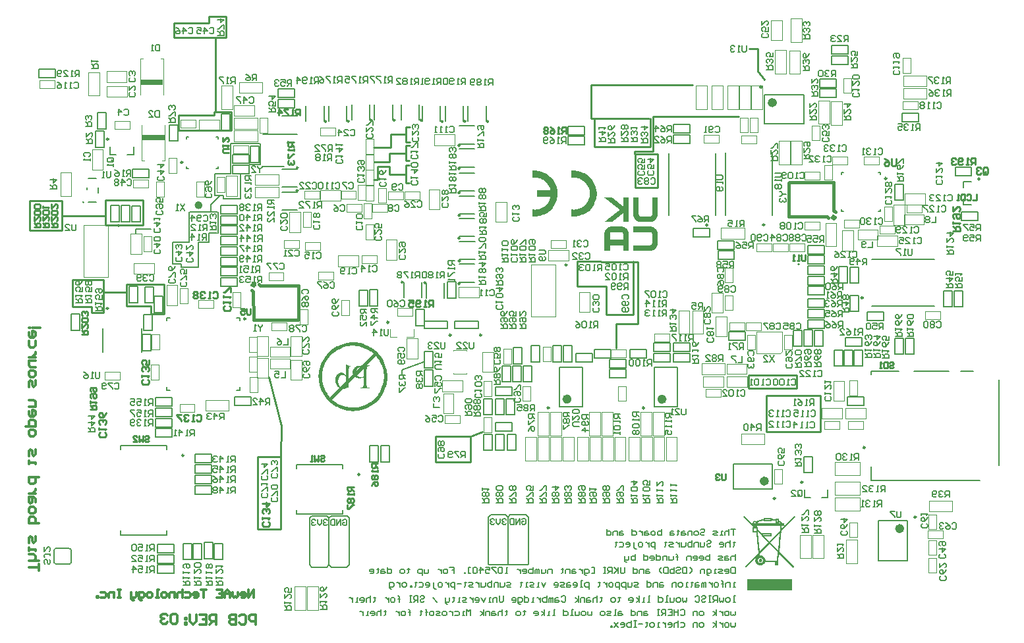
<source format=gbo>
G04*
G04 #@! TF.GenerationSoftware,Altium Limited,Altium Designer,23.11.1 (41)*
G04*
G04 Layer_Color=32896*
%FSLAX44Y44*%
%MOMM*%
G71*
G04*
G04 #@! TF.SameCoordinates,80CC7D54-6002-4424-B4FD-6ED2CB822836*
G04*
G04*
G04 #@! TF.FilePolarity,Positive*
G04*
G01*
G75*
%ADD10C,0.2540*%
%ADD11C,0.2500*%
%ADD12C,0.1000*%
%ADD13C,0.2000*%
%ADD15C,0.2032*%
%ADD16C,0.1270*%
%ADD114C,0.3048*%
%ADD115C,0.5080*%
%ADD183C,0.5000*%
%ADD217C,0.6000*%
%ADD218C,0.1200*%
%ADD219C,0.4000*%
%ADD220R,2.9600X0.6350*%
G36*
X1173766Y803957D02*
X1173035D01*
Y803774D01*
X1172303D01*
Y803592D01*
X1171938D01*
Y803409D01*
X1171572D01*
Y803226D01*
X1171023D01*
Y803043D01*
X1170840D01*
Y802860D01*
X1170475D01*
Y802677D01*
X1170109D01*
Y802494D01*
X1169926D01*
Y802311D01*
X1169743D01*
Y802129D01*
X1169377D01*
Y801946D01*
X1169194D01*
Y801763D01*
X1169012D01*
Y801580D01*
X1168646D01*
Y801214D01*
X1168463D01*
Y801031D01*
X1168280D01*
Y800848D01*
X1168097D01*
Y800665D01*
X1167914D01*
Y800482D01*
X1167731D01*
Y800300D01*
X1167549D01*
Y799934D01*
X1167366D01*
Y799751D01*
X1167183D01*
Y799385D01*
X1167000D01*
Y799019D01*
X1166817D01*
Y798837D01*
X1166634D01*
Y798471D01*
X1166451D01*
Y797922D01*
X1166268D01*
Y797557D01*
X1166086D01*
Y797008D01*
X1165903D01*
Y796093D01*
X1165720D01*
Y794630D01*
X1165537D01*
Y772685D01*
X1172852D01*
Y779817D01*
X1189860D01*
Y772685D01*
X1196992D01*
Y796093D01*
X1196809D01*
Y796825D01*
X1196626D01*
Y797374D01*
X1196443D01*
Y797922D01*
X1196261D01*
Y798288D01*
X1196078D01*
Y798837D01*
X1195895D01*
Y799019D01*
X1195712D01*
Y799385D01*
X1195529D01*
Y799751D01*
X1195346D01*
Y799934D01*
X1195163D01*
Y800117D01*
X1194980D01*
Y800482D01*
X1194798D01*
Y800665D01*
X1194615D01*
Y800848D01*
X1194432D01*
Y801031D01*
X1194249D01*
Y801214D01*
X1194066D01*
Y801397D01*
X1193883D01*
Y801580D01*
X1193700D01*
Y801763D01*
X1193518D01*
Y801946D01*
X1193335D01*
Y802129D01*
X1192969D01*
Y802311D01*
X1192786D01*
Y802494D01*
X1192603D01*
Y802677D01*
X1192237D01*
Y802860D01*
X1191871D01*
Y803043D01*
X1191689D01*
Y803226D01*
X1191140D01*
Y803409D01*
X1190774D01*
Y803592D01*
X1190226D01*
Y803774D01*
X1189677D01*
Y803957D01*
X1188945D01*
Y804140D01*
X1173766D01*
Y803957D01*
D02*
G37*
G36*
X1196992Y832669D02*
Y841448D01*
X1189860D01*
Y830109D01*
X1189494D01*
Y830292D01*
X1189311D01*
Y830475D01*
X1189128D01*
Y830658D01*
X1188945D01*
Y830841D01*
X1188763D01*
Y831023D01*
X1188397D01*
Y831206D01*
X1188214D01*
Y831389D01*
X1188031D01*
Y831572D01*
X1187848D01*
Y831755D01*
X1187482D01*
Y831938D01*
X1187299D01*
Y832121D01*
X1187117D01*
Y832304D01*
X1186751D01*
Y832486D01*
X1186568D01*
Y832669D01*
X1186385D01*
Y832852D01*
X1186202D01*
Y833035D01*
X1186019D01*
Y833218D01*
X1185654D01*
Y833401D01*
X1185471D01*
Y833584D01*
X1185288D01*
Y833767D01*
X1185105D01*
Y833950D01*
X1184739D01*
Y834133D01*
X1184556D01*
Y834315D01*
X1184373D01*
Y834498D01*
X1184008D01*
Y834681D01*
X1183825D01*
Y834864D01*
X1183642D01*
Y835047D01*
X1183459D01*
Y835230D01*
X1183276D01*
Y835413D01*
X1182910D01*
Y835595D01*
X1182728D01*
Y835778D01*
X1182545D01*
Y835961D01*
X1182362D01*
Y836144D01*
X1181996D01*
Y836327D01*
X1181813D01*
Y836510D01*
X1181630D01*
Y836693D01*
X1181264D01*
Y836876D01*
X1181082D01*
Y837058D01*
X1180899D01*
Y837241D01*
X1180716D01*
Y837424D01*
X1180533D01*
Y837607D01*
X1180167D01*
Y837790D01*
X1179984D01*
Y837973D01*
X1179801D01*
Y838156D01*
X1179619D01*
Y838339D01*
X1179253D01*
Y838522D01*
X1179070D01*
Y838705D01*
X1178887D01*
Y838887D01*
X1178521D01*
Y839070D01*
X1178338D01*
Y839253D01*
X1178156D01*
Y839436D01*
X1177973D01*
Y839619D01*
X1177790D01*
Y839802D01*
X1177424D01*
Y839985D01*
X1177241D01*
Y840167D01*
X1177058D01*
Y840350D01*
X1176875D01*
Y840533D01*
X1176510D01*
Y840716D01*
X1176327D01*
Y840899D01*
X1176144D01*
Y841082D01*
X1175778D01*
Y841265D01*
X1175595D01*
Y841448D01*
X1165720D01*
Y841265D01*
X1165903D01*
Y841082D01*
X1166086D01*
Y840899D01*
X1166268D01*
Y840716D01*
X1166451D01*
Y840533D01*
X1166817D01*
Y840350D01*
X1167000D01*
Y840167D01*
X1167183D01*
Y839985D01*
X1167549D01*
Y839802D01*
X1167731D01*
Y839619D01*
X1167914D01*
Y839436D01*
X1168097D01*
Y839253D01*
X1168463D01*
Y839070D01*
X1168646D01*
Y838887D01*
X1168829D01*
Y838705D01*
X1169194D01*
Y838522D01*
X1169377D01*
Y838339D01*
X1169560D01*
Y838156D01*
X1169743D01*
Y837973D01*
X1170109D01*
Y837790D01*
X1170292D01*
Y837607D01*
X1170475D01*
Y837424D01*
X1170658D01*
Y837241D01*
X1171023D01*
Y837058D01*
X1171206D01*
Y836876D01*
X1171389D01*
Y836693D01*
X1171755D01*
Y836510D01*
X1171938D01*
Y836327D01*
X1172121D01*
Y836144D01*
X1172303D01*
Y835961D01*
X1172669D01*
Y835778D01*
X1172852D01*
Y835595D01*
X1173035D01*
Y835413D01*
X1173218D01*
Y835230D01*
X1173584D01*
Y835047D01*
X1173766D01*
Y834864D01*
X1173949D01*
Y834681D01*
X1174132D01*
Y834498D01*
X1174498D01*
Y834315D01*
X1174681D01*
Y834133D01*
X1174864D01*
Y833950D01*
X1175229D01*
Y833767D01*
X1175412D01*
Y833584D01*
X1175595D01*
Y833401D01*
X1175778D01*
Y833218D01*
X1176144D01*
Y833035D01*
X1176327D01*
Y832852D01*
X1176510D01*
Y832669D01*
X1176875D01*
Y832486D01*
X1177058D01*
Y832304D01*
X1177241D01*
Y832121D01*
X1177424D01*
Y831938D01*
X1177790D01*
Y831755D01*
X1177973D01*
Y831572D01*
X1178156D01*
Y831389D01*
X1178338D01*
Y831206D01*
X1178704D01*
Y831023D01*
X1178887D01*
Y830841D01*
X1179070D01*
Y830658D01*
X1179436D01*
Y830475D01*
X1179619D01*
Y830292D01*
X1179801D01*
Y830109D01*
X1179984D01*
Y829926D01*
X1180350D01*
Y829743D01*
X1180533D01*
Y829560D01*
X1180716D01*
Y829378D01*
X1180899D01*
Y829195D01*
X1181264D01*
Y829012D01*
X1181447D01*
Y828829D01*
X1181630D01*
Y828646D01*
X1181813D01*
Y828463D01*
X1182179D01*
Y828280D01*
X1182362D01*
Y828097D01*
X1182545D01*
Y827915D01*
X1182910D01*
Y827732D01*
X1183093D01*
Y827549D01*
X1183276D01*
Y827366D01*
X1183459D01*
Y827183D01*
X1183825D01*
Y827000D01*
X1184008D01*
Y826817D01*
X1184191D01*
Y826634D01*
X1184556D01*
Y826451D01*
X1184739D01*
Y826269D01*
X1184922D01*
Y826086D01*
X1185105D01*
Y825903D01*
X1185471D01*
Y825720D01*
X1185654D01*
Y825537D01*
X1185288D01*
Y825354D01*
X1185105D01*
Y825171D01*
X1184922D01*
Y824988D01*
X1184739D01*
Y824806D01*
X1184373D01*
Y824623D01*
X1184191D01*
Y824440D01*
X1184008D01*
Y824257D01*
X1183825D01*
Y824074D01*
X1183459D01*
Y823891D01*
X1183276D01*
Y823708D01*
X1183093D01*
Y823525D01*
X1182728D01*
Y823343D01*
X1182545D01*
Y823160D01*
X1182362D01*
Y822977D01*
X1182179D01*
Y822794D01*
X1181813D01*
Y822611D01*
X1181630D01*
Y822428D01*
X1181447D01*
Y822245D01*
X1181264D01*
Y822062D01*
X1180899D01*
Y821880D01*
X1180716D01*
Y821697D01*
X1180533D01*
Y821514D01*
X1180167D01*
Y821331D01*
X1179984D01*
Y821148D01*
X1179801D01*
Y820965D01*
X1179619D01*
Y820782D01*
X1179253D01*
Y820599D01*
X1179070D01*
Y820416D01*
X1178887D01*
Y820234D01*
X1178521D01*
Y820051D01*
X1178338D01*
Y819868D01*
X1178156D01*
Y819685D01*
X1177973D01*
Y819502D01*
X1177607D01*
Y819319D01*
X1177424D01*
Y819136D01*
X1177241D01*
Y818953D01*
X1177058D01*
Y818771D01*
X1176693D01*
Y818588D01*
X1176510D01*
Y818405D01*
X1176327D01*
Y818222D01*
X1176144D01*
Y818039D01*
X1175778D01*
Y817856D01*
X1175595D01*
Y817673D01*
X1175412D01*
Y817490D01*
X1175047D01*
Y817308D01*
X1174864D01*
Y817125D01*
X1174681D01*
Y816942D01*
X1174498D01*
Y816759D01*
X1174132D01*
Y816576D01*
X1173949D01*
Y816393D01*
X1173766D01*
Y816210D01*
X1173584D01*
Y816027D01*
X1173218D01*
Y815844D01*
X1173035D01*
Y815662D01*
X1172852D01*
Y815479D01*
X1172486D01*
Y815296D01*
X1172303D01*
Y815113D01*
X1172121D01*
Y814930D01*
X1171938D01*
Y814747D01*
X1171572D01*
Y814564D01*
X1171389D01*
Y814381D01*
X1171206D01*
Y814199D01*
X1170840D01*
Y814016D01*
X1170658D01*
Y813833D01*
X1170475D01*
Y813650D01*
X1170292D01*
Y813467D01*
X1169926D01*
Y813284D01*
X1169743D01*
Y813101D01*
X1169560D01*
Y812918D01*
X1169377D01*
Y812736D01*
X1169012D01*
Y812553D01*
X1168829D01*
Y812370D01*
X1168646D01*
Y812187D01*
X1168463D01*
Y812004D01*
X1168097D01*
Y811821D01*
X1167914D01*
Y811638D01*
X1167731D01*
Y811455D01*
X1167366D01*
Y811273D01*
X1167183D01*
Y811090D01*
X1167000D01*
Y810907D01*
X1166817D01*
Y810724D01*
X1166451D01*
Y810541D01*
X1166268D01*
Y810358D01*
X1166086D01*
Y810175D01*
X1165903D01*
Y809992D01*
X1175778D01*
Y810175D01*
X1175961D01*
Y810358D01*
X1176327D01*
Y810541D01*
X1176510D01*
Y810724D01*
X1176693D01*
Y810907D01*
X1177058D01*
Y811090D01*
X1177241D01*
Y811273D01*
X1177424D01*
Y811455D01*
X1177607D01*
Y811638D01*
X1177973D01*
Y811821D01*
X1178156D01*
Y812004D01*
X1178338D01*
Y812187D01*
X1178521D01*
Y812370D01*
X1178704D01*
Y812553D01*
X1179070D01*
Y812736D01*
X1179253D01*
Y812918D01*
X1179436D01*
Y813101D01*
X1179801D01*
Y813284D01*
X1179984D01*
Y813467D01*
X1180167D01*
Y813650D01*
X1180350D01*
Y813833D01*
X1180716D01*
Y814016D01*
X1180899D01*
Y814199D01*
X1181082D01*
Y814381D01*
X1181264D01*
Y814564D01*
X1181447D01*
Y814747D01*
X1181813D01*
Y814930D01*
X1181996D01*
Y815113D01*
X1182179D01*
Y815296D01*
X1182545D01*
Y815479D01*
X1182728D01*
Y815662D01*
X1182910D01*
Y815844D01*
X1183093D01*
Y816027D01*
X1183459D01*
Y816210D01*
X1183642D01*
Y816393D01*
X1183825D01*
Y816576D01*
X1184008D01*
Y816759D01*
X1184191D01*
Y816942D01*
X1184556D01*
Y817125D01*
X1184739D01*
Y817308D01*
X1184922D01*
Y817490D01*
X1185288D01*
Y817673D01*
X1185471D01*
Y817856D01*
X1185654D01*
Y818039D01*
X1185836D01*
Y818222D01*
X1186202D01*
Y818405D01*
X1186385D01*
Y818588D01*
X1186568D01*
Y818771D01*
X1186751D01*
Y818953D01*
X1186934D01*
Y819136D01*
X1187299D01*
Y819319D01*
X1187482D01*
Y819502D01*
X1187665D01*
Y819685D01*
X1188031D01*
Y819868D01*
X1188214D01*
Y820051D01*
X1188397D01*
Y820234D01*
X1188580D01*
Y820416D01*
X1188945D01*
Y820599D01*
X1189128D01*
Y820782D01*
X1189311D01*
Y820965D01*
X1189494D01*
Y821148D01*
X1189677D01*
Y821331D01*
X1189860D01*
Y809992D01*
X1196992D01*
Y832486D01*
Y832669D01*
D02*
G37*
G36*
X1205405Y772685D02*
X1224790D01*
Y772868D01*
X1226070D01*
Y773051D01*
X1226984D01*
Y773233D01*
X1227533D01*
Y773416D01*
X1227899D01*
Y773599D01*
X1228447D01*
Y773782D01*
X1228813D01*
Y773965D01*
X1229179D01*
Y774148D01*
X1229545D01*
Y774331D01*
X1229728D01*
Y774514D01*
X1229911D01*
Y774697D01*
X1230276D01*
Y774879D01*
X1230459D01*
Y775062D01*
X1230642D01*
Y775245D01*
X1231008D01*
Y775428D01*
X1231191D01*
Y775794D01*
X1231556D01*
Y775977D01*
X1231739D01*
Y776342D01*
X1231922D01*
Y776525D01*
X1232105D01*
Y776708D01*
X1232288D01*
Y777074D01*
X1232471D01*
Y777257D01*
X1232654D01*
Y777440D01*
X1232837D01*
Y777805D01*
X1233019D01*
Y778171D01*
X1233202D01*
Y778537D01*
X1233385D01*
Y779086D01*
X1233568D01*
Y779451D01*
X1233751D01*
Y780000D01*
X1233934D01*
Y780914D01*
X1234117D01*
Y782195D01*
X1234300D01*
Y794630D01*
X1234117D01*
Y796093D01*
X1233934D01*
Y797008D01*
X1233751D01*
Y797557D01*
X1233568D01*
Y797922D01*
X1233385D01*
Y798471D01*
X1233202D01*
Y798837D01*
X1233019D01*
Y799019D01*
X1232837D01*
Y799385D01*
X1232654D01*
Y799751D01*
X1232471D01*
Y799934D01*
X1232288D01*
Y800300D01*
X1232105D01*
Y800482D01*
X1231922D01*
Y800665D01*
X1231739D01*
Y800848D01*
X1231556D01*
Y801031D01*
X1231374D01*
Y801214D01*
X1231191D01*
Y801580D01*
X1230825D01*
Y801763D01*
X1230642D01*
Y801946D01*
X1230459D01*
Y802129D01*
X1230094D01*
Y802311D01*
X1229911D01*
Y802494D01*
X1229728D01*
Y802677D01*
X1229362D01*
Y802860D01*
X1228996D01*
Y803043D01*
X1228813D01*
Y803226D01*
X1228265D01*
Y803409D01*
X1227899D01*
Y803592D01*
X1227533D01*
Y803774D01*
X1226802D01*
Y803957D01*
X1226070D01*
Y804140D01*
X1202844D01*
Y797008D01*
X1225156D01*
Y796825D01*
X1225521D01*
Y796642D01*
X1225887D01*
Y796459D01*
X1226070D01*
Y796276D01*
X1226253D01*
Y796093D01*
X1226436D01*
Y795910D01*
X1226619D01*
Y795545D01*
X1226802D01*
Y795179D01*
X1226984D01*
Y781829D01*
X1226802D01*
Y781463D01*
X1226619D01*
Y781097D01*
X1226436D01*
Y780914D01*
X1226253D01*
Y780732D01*
X1226070D01*
Y780549D01*
X1225887D01*
Y780366D01*
X1225521D01*
Y780183D01*
X1225156D01*
Y780000D01*
X1202844D01*
Y772685D01*
X1205222D01*
X1205405D01*
D02*
G37*
G36*
X1209977Y827000D02*
Y841448D01*
X1202844D01*
Y818039D01*
X1203027D01*
Y817308D01*
X1203210D01*
Y816759D01*
X1203393D01*
Y816210D01*
X1203576D01*
Y815844D01*
X1203759D01*
Y815296D01*
X1203942D01*
Y815113D01*
X1204125D01*
Y814747D01*
X1204307D01*
Y814381D01*
X1204490D01*
Y814199D01*
X1204673D01*
Y814016D01*
X1204856D01*
Y813650D01*
X1205039D01*
Y813467D01*
X1205222D01*
Y813284D01*
X1205405D01*
Y813101D01*
X1205587D01*
Y812918D01*
X1205770D01*
Y812736D01*
X1205953D01*
Y812553D01*
X1206136D01*
Y812370D01*
X1206319D01*
Y812187D01*
X1206502D01*
Y812004D01*
X1206868D01*
Y811821D01*
X1207051D01*
Y811638D01*
X1207234D01*
Y811455D01*
X1207599D01*
Y811273D01*
X1207965D01*
Y811090D01*
X1208148D01*
Y810907D01*
X1208697D01*
Y810724D01*
X1209062D01*
Y810541D01*
X1209611D01*
Y810358D01*
X1210160D01*
Y810175D01*
X1210891D01*
Y809992D01*
X1226070D01*
Y810175D01*
X1226802D01*
Y810358D01*
X1227533D01*
Y810541D01*
X1227899D01*
Y810724D01*
X1228265D01*
Y810907D01*
X1228813D01*
Y811090D01*
X1228996D01*
Y811273D01*
X1229362D01*
Y811455D01*
X1229728D01*
Y811638D01*
X1229911D01*
Y811821D01*
X1230094D01*
Y812004D01*
X1230459D01*
Y812187D01*
X1230642D01*
Y812370D01*
X1230825D01*
Y812553D01*
X1231191D01*
Y812918D01*
X1231374D01*
Y813101D01*
X1231556D01*
Y813284D01*
X1231739D01*
Y813467D01*
X1231922D01*
Y813650D01*
X1232105D01*
Y813833D01*
X1232288D01*
Y814199D01*
X1232471D01*
Y814381D01*
X1232654D01*
Y814747D01*
X1232837D01*
Y815113D01*
X1233019D01*
Y815296D01*
X1233202D01*
Y815662D01*
X1233385D01*
Y816210D01*
X1233568D01*
Y816576D01*
X1233751D01*
Y817125D01*
X1233934D01*
Y818039D01*
X1234117D01*
Y819502D01*
X1234300D01*
Y841448D01*
X1226984D01*
Y818953D01*
X1226802D01*
Y818588D01*
X1226619D01*
Y818222D01*
X1226436D01*
Y818039D01*
X1226253D01*
Y817856D01*
X1226070D01*
Y817673D01*
X1225887D01*
Y817490D01*
X1225521D01*
Y817308D01*
X1225156D01*
Y817125D01*
X1211988D01*
Y817308D01*
X1211440D01*
Y817490D01*
X1211074D01*
Y817673D01*
X1210891D01*
Y817856D01*
X1210708D01*
Y818039D01*
X1210525D01*
Y818222D01*
X1210342D01*
Y818588D01*
X1210160D01*
Y819136D01*
X1209977D01*
Y826817D01*
Y827000D01*
D02*
G37*
G36*
X1128752Y875887D02*
X1130921Y875622D01*
X1132985Y875199D01*
X1134942Y874617D01*
X1136794Y873982D01*
X1138487Y873241D01*
X1140127Y872448D01*
X1141556Y871654D01*
X1142879Y870861D01*
X1144043Y870067D01*
X1145048Y869326D01*
X1145894Y868691D01*
X1146529Y868109D01*
X1147006Y867686D01*
X1147323Y867421D01*
X1147429Y867316D01*
X1148963Y865676D01*
X1150286Y863930D01*
X1151450Y862184D01*
X1152402Y860438D01*
X1153249Y858639D01*
X1153937Y856946D01*
X1154519Y855253D01*
X1154995Y853665D01*
X1155312Y852184D01*
X1155577Y850808D01*
X1155788Y849591D01*
X1155894Y848533D01*
X1155947Y848057D01*
X1156000Y847634D01*
Y847316D01*
X1156053Y846999D01*
Y846787D01*
Y846629D01*
Y846523D01*
Y846470D01*
X1155947Y844248D01*
X1155683Y842078D01*
X1155259Y840015D01*
X1154677Y838057D01*
X1154042Y836206D01*
X1153302Y834513D01*
X1152561Y832925D01*
X1151714Y831444D01*
X1150921Y830174D01*
X1150180Y829010D01*
X1149439Y828005D01*
X1148752Y827158D01*
X1148223Y826524D01*
X1147799Y825994D01*
X1147535Y825730D01*
X1147429Y825624D01*
X1145789Y824090D01*
X1144043Y822767D01*
X1142297Y821603D01*
X1140498Y820651D01*
X1138752Y819804D01*
X1137006Y819116D01*
X1135313Y818534D01*
X1133726Y818058D01*
X1132244Y817741D01*
X1130869Y817476D01*
X1129652Y817264D01*
X1128594Y817159D01*
X1128117Y817106D01*
X1127694Y817053D01*
X1127377D01*
X1127059Y817000D01*
X1125419D01*
X1124943Y817053D01*
X1124096D01*
X1123832Y817106D01*
X1123567D01*
Y826047D01*
X1124573Y825941D01*
X1125102Y825889D01*
X1125525D01*
X1125948Y825836D01*
X1126530D01*
X1128117Y825889D01*
X1129599Y826100D01*
X1131027Y826418D01*
X1132403Y826788D01*
X1133673Y827211D01*
X1134890Y827740D01*
X1136001Y828269D01*
X1137006Y828851D01*
X1137958Y829433D01*
X1138752Y829962D01*
X1139440Y830492D01*
X1140022Y830915D01*
X1140498Y831338D01*
X1140868Y831603D01*
X1141080Y831814D01*
X1141133Y831867D01*
X1142191Y833031D01*
X1143143Y834248D01*
X1143937Y835465D01*
X1144625Y836735D01*
X1145207Y837952D01*
X1145683Y839168D01*
X1146106Y840332D01*
X1146424Y841444D01*
X1146635Y842502D01*
X1146847Y843454D01*
X1146953Y844301D01*
X1147058Y845041D01*
X1147111Y845623D01*
X1147164Y846099D01*
Y846364D01*
Y846470D01*
X1147111Y848057D01*
X1146900Y849538D01*
X1146582Y851020D01*
X1146212Y852396D01*
X1145789Y853665D01*
X1145260Y854882D01*
X1144731Y855993D01*
X1144149Y856999D01*
X1143567Y857898D01*
X1143037Y858692D01*
X1142508Y859432D01*
X1142085Y860014D01*
X1141662Y860438D01*
X1141397Y860808D01*
X1141186Y861020D01*
X1141133Y861072D01*
X1139969Y862131D01*
X1138752Y863083D01*
X1137535Y863877D01*
X1136265Y864617D01*
X1135048Y865199D01*
X1133831Y865676D01*
X1132667Y866099D01*
X1131556Y866416D01*
X1130498Y866628D01*
X1129546Y866840D01*
X1128699Y866998D01*
X1127959Y867051D01*
X1127377Y867104D01*
X1126900Y867157D01*
X1126530D01*
X1125419Y867104D01*
X1124943D01*
X1124467Y867051D01*
X1124096Y866998D01*
X1123832D01*
X1123620Y866945D01*
X1123567D01*
Y875834D01*
X1124573Y875940D01*
X1125049D01*
X1125525Y875993D01*
X1126530D01*
X1128752Y875887D01*
D02*
G37*
G36*
X1078595Y875887D02*
X1080764Y875622D01*
X1082828Y875199D01*
X1084786Y874617D01*
X1086637Y873982D01*
X1088330Y873241D01*
X1089918Y872448D01*
X1091399Y871654D01*
X1092669Y870861D01*
X1093833Y870067D01*
X1094838Y869326D01*
X1095685Y868691D01*
X1096320Y868109D01*
X1096849Y867686D01*
X1097113Y867421D01*
X1097219Y867316D01*
X1098753Y865676D01*
X1100076Y863930D01*
X1101240Y862184D01*
X1102192Y860438D01*
X1103039Y858639D01*
X1103727Y856946D01*
X1104309Y855253D01*
X1104785Y853665D01*
X1105102Y852184D01*
X1105367Y850808D01*
X1105579Y849591D01*
X1105684Y848533D01*
X1105737Y848057D01*
X1105790Y847634D01*
Y847316D01*
X1105843Y846999D01*
Y846787D01*
Y846629D01*
Y846523D01*
Y846470D01*
X1105737Y844248D01*
X1105473Y842078D01*
X1105049Y840015D01*
X1104467Y838057D01*
X1103832Y836206D01*
X1103092Y834513D01*
X1102351Y832925D01*
X1101505Y831444D01*
X1100711Y830174D01*
X1099970Y829010D01*
X1099230Y828005D01*
X1098542Y827158D01*
X1098013Y826524D01*
X1097589Y825994D01*
X1097325Y825730D01*
X1097219Y825624D01*
X1095579Y824090D01*
X1093833Y822767D01*
X1092087Y821603D01*
X1090341Y820651D01*
X1088542Y819804D01*
X1086849Y819116D01*
X1085156Y818534D01*
X1083569Y818058D01*
X1082087Y817741D01*
X1080712Y817476D01*
X1079495Y817264D01*
X1078437Y817159D01*
X1077960Y817106D01*
X1077537Y817053D01*
X1077220D01*
X1076902Y817000D01*
X1075262D01*
X1074786Y817053D01*
X1073939D01*
X1073675Y817106D01*
X1073410D01*
X1073463Y826047D01*
X1074469Y825941D01*
X1074945Y825889D01*
X1075421D01*
X1075791Y825836D01*
X1076373D01*
X1077696Y825889D01*
X1079019Y826047D01*
X1080288Y826259D01*
X1081452Y826523D01*
X1082616Y826894D01*
X1083674Y827264D01*
X1084680Y827687D01*
X1085579Y828111D01*
X1086426Y828534D01*
X1087166Y828957D01*
X1087801Y829328D01*
X1088330Y829698D01*
X1088754Y829962D01*
X1089071Y830174D01*
X1089283Y830333D01*
X1089336Y830386D01*
X1090341Y831285D01*
X1091293Y832185D01*
X1092087Y833137D01*
X1092828Y834142D01*
X1093515Y835095D01*
X1094097Y836100D01*
X1094626Y837052D01*
X1095050Y837952D01*
X1095420Y838798D01*
X1095738Y839592D01*
X1096002Y840280D01*
X1096214Y840915D01*
X1096373Y841391D01*
X1096478Y841761D01*
X1096531Y841973D01*
Y842078D01*
X1079283Y842078D01*
Y850914D01*
X1096531Y850914D01*
X1096214Y852237D01*
X1095790Y853454D01*
X1095314Y854671D01*
X1094785Y855782D01*
X1094203Y856787D01*
X1093621Y857739D01*
X1092986Y858639D01*
X1092404Y859432D01*
X1091822Y860173D01*
X1091240Y860808D01*
X1090764Y861337D01*
X1090288Y861760D01*
X1089918Y862131D01*
X1089653Y862395D01*
X1089442Y862554D01*
X1089389Y862607D01*
X1088278Y863400D01*
X1087166Y864088D01*
X1086055Y864723D01*
X1084944Y865252D01*
X1083833Y865676D01*
X1082775Y866046D01*
X1081717Y866363D01*
X1080712Y866575D01*
X1079812Y866787D01*
X1078966Y866892D01*
X1078225Y866998D01*
X1077590Y867104D01*
X1077061D01*
X1076691Y867157D01*
X1076373D01*
X1075262Y867104D01*
X1074786D01*
X1074310Y867051D01*
X1073939Y866998D01*
X1073675D01*
X1073463Y866945D01*
X1073410D01*
Y875834D01*
X1074045Y875887D01*
X1074574Y875940D01*
X1075103D01*
X1075527Y875993D01*
X1076373D01*
X1078595Y875887D01*
D02*
G37*
G36*
X1411000Y430759D02*
X1393064Y412082D01*
X1392535Y407056D01*
X1391424Y394834D01*
X1390524Y386051D01*
X1409730Y366316D01*
X1408407Y365047D01*
X1390366Y383564D01*
X1389308Y372189D01*
X1388726D01*
Y367851D01*
X1384705D01*
Y372189D01*
X1372271D01*
X1371795Y371343D01*
X1371213Y370496D01*
X1370314Y369544D01*
X1369150Y368750D01*
X1367827Y368327D01*
X1366557Y368168D01*
X1365234Y368221D01*
X1364282Y368486D01*
X1363171Y368962D01*
X1362219Y369544D01*
X1361478Y370285D01*
X1360737Y371343D01*
X1360208Y372507D01*
X1359891Y373618D01*
X1359785Y374517D01*
X1359891Y375628D01*
X1360049Y376475D01*
X1360367Y377268D01*
X1360843Y378168D01*
X1361372Y378909D01*
X1362113Y379596D01*
X1362906Y380125D01*
X1363647Y380496D01*
X1363541Y381448D01*
X1347722Y365047D01*
X1346399Y366369D01*
X1363383Y383935D01*
X1362007Y399278D01*
X1361055Y410389D01*
X1355975D01*
Y417532D01*
X1357298D01*
X1344442Y430759D01*
X1345764Y432028D01*
X1357880Y419542D01*
Y420442D01*
X1357616Y420653D01*
X1357298Y420865D01*
X1356981Y421182D01*
X1356663Y421553D01*
X1356505Y422029D01*
X1356346Y422452D01*
X1356293Y422981D01*
X1356399Y423669D01*
X1356557Y424039D01*
X1357034Y424780D01*
X1357563Y425256D01*
X1358250Y425574D01*
X1358991Y425679D01*
X1359732Y425574D01*
X1360367Y425309D01*
X1360896Y424992D01*
X1361160Y424674D01*
X1361637Y425097D01*
X1362430Y425626D01*
X1363383Y426103D01*
X1364758Y426632D01*
X1366240Y427055D01*
X1367721Y427372D01*
X1369308Y427637D01*
X1370578Y427796D01*
Y429383D01*
X1380737D01*
Y428007D01*
X1381530D01*
X1382853Y427849D01*
X1384228Y427690D01*
X1385551Y427478D01*
Y428325D01*
X1389942D01*
Y426261D01*
X1390472Y425997D01*
X1391159Y425679D01*
X1391953Y425203D01*
X1392588Y424780D01*
X1393170Y424251D01*
X1393593Y423881D01*
X1393858Y423510D01*
X1394069Y423087D01*
X1393963Y422346D01*
X1396503D01*
Y419119D01*
X1393699D01*
X1393276Y414939D01*
X1409677Y432028D01*
X1411000Y430759D01*
D02*
G37*
G36*
X1407138Y350391D02*
Y350126D01*
Y349756D01*
Y349386D01*
Y348963D01*
Y348592D01*
Y348328D01*
Y348275D01*
Y348222D01*
Y346476D01*
Y345629D01*
Y344836D01*
Y344201D01*
Y343672D01*
Y343460D01*
Y343301D01*
Y343248D01*
Y343195D01*
Y342190D01*
Y341291D01*
Y340444D01*
Y339704D01*
Y339069D01*
Y338645D01*
Y338328D01*
Y338275D01*
Y338222D01*
Y337481D01*
Y336952D01*
Y336529D01*
Y336264D01*
Y336106D01*
Y336053D01*
Y336000D01*
X1349309D01*
Y336106D01*
Y336370D01*
Y336688D01*
Y337111D01*
Y337534D01*
Y337852D01*
Y338116D01*
Y338222D01*
Y339968D01*
Y340815D01*
Y341555D01*
Y342243D01*
Y342719D01*
Y342931D01*
Y343090D01*
Y343143D01*
Y343195D01*
Y344201D01*
Y345153D01*
Y346000D01*
Y346740D01*
Y347375D01*
Y347851D01*
Y348116D01*
Y348222D01*
Y348645D01*
Y348963D01*
Y349544D01*
Y349968D01*
Y350232D01*
Y350391D01*
Y350444D01*
Y350497D01*
X1407138D01*
Y350391D01*
D02*
G37*
G36*
X844462Y655224D02*
X846155Y655118D01*
X847795Y654959D01*
X849382Y654695D01*
X850969Y654430D01*
X852451Y654060D01*
X855414Y653266D01*
X858165Y652261D01*
X860758Y651150D01*
X863138Y649986D01*
X864249Y649404D01*
X865308Y648769D01*
X866313Y648187D01*
X867265Y647552D01*
X868165Y646970D01*
X869011Y646388D01*
X869805Y645806D01*
X870546Y645277D01*
X871180Y644748D01*
X871762Y644272D01*
X872291Y643849D01*
X872768Y643478D01*
X873191Y643108D01*
X873508Y642843D01*
X873773Y642579D01*
X873932Y642420D01*
X874037Y642314D01*
X874090Y642261D01*
X875254Y641044D01*
X876365Y639775D01*
X877371Y638505D01*
X878376Y637182D01*
X879222Y635859D01*
X880069Y634590D01*
X880863Y633214D01*
X881550Y631891D01*
X882185Y630569D01*
X882820Y629246D01*
X883826Y626654D01*
X884725Y624167D01*
X885360Y621786D01*
X885942Y619511D01*
X886153Y618453D01*
X886312Y617447D01*
X886471Y616548D01*
X886630Y615649D01*
X886736Y614802D01*
X886788Y614061D01*
X886841Y613373D01*
X886894Y612791D01*
X886947Y612262D01*
Y611786D01*
X887000Y611469D01*
Y611204D01*
Y611045D01*
Y610993D01*
X886947Y609300D01*
X886841Y607607D01*
X886683Y605966D01*
X886418Y604379D01*
X886153Y602792D01*
X885783Y601310D01*
X884989Y598348D01*
X883984Y595596D01*
X882926Y593004D01*
X881762Y590623D01*
X881127Y589512D01*
X880545Y588454D01*
X879963Y587449D01*
X879328Y586496D01*
X878746Y585597D01*
X878164Y584750D01*
X877635Y583956D01*
X877106Y583216D01*
X876577Y582581D01*
X876101Y581999D01*
X875678Y581470D01*
X875254Y580994D01*
X874937Y580570D01*
X874620Y580253D01*
X874408Y579988D01*
X874249Y579830D01*
X874143Y579724D01*
X874090Y579671D01*
X872874Y578507D01*
X871604Y577396D01*
X870334Y576338D01*
X869011Y575385D01*
X867689Y574486D01*
X866366Y573639D01*
X865043Y572899D01*
X863720Y572158D01*
X862398Y571523D01*
X861075Y570941D01*
X858483Y569883D01*
X855943Y569036D01*
X853562Y568349D01*
X851340Y567820D01*
X850282Y567555D01*
X849277Y567396D01*
X848324Y567238D01*
X847425Y567132D01*
X846578Y566973D01*
X845837Y566920D01*
X845150Y566867D01*
X844568Y566814D01*
X844038Y566761D01*
X843562D01*
X843245Y566708D01*
X842769D01*
X841076Y566761D01*
X839383Y566867D01*
X837742Y567026D01*
X836155Y567290D01*
X834621Y567555D01*
X833086Y567925D01*
X830177Y568719D01*
X827425Y569724D01*
X824833Y570835D01*
X822452Y571999D01*
X821341Y572581D01*
X820283Y573216D01*
X819277Y573798D01*
X818325Y574380D01*
X817426Y575015D01*
X816579Y575597D01*
X815786Y576126D01*
X815045Y576655D01*
X814410Y577184D01*
X813828Y577660D01*
X813299Y578084D01*
X812823Y578454D01*
X812399Y578824D01*
X812082Y579142D01*
X811817Y579353D01*
X811659Y579512D01*
X811553Y579618D01*
X811500Y579671D01*
X810336Y580888D01*
X809225Y582158D01*
X808167Y583427D01*
X807214Y584750D01*
X806315Y586073D01*
X805469Y587396D01*
X804675Y588718D01*
X803987Y590041D01*
X803299Y591364D01*
X802717Y592686D01*
X801659Y595279D01*
X800813Y597818D01*
X800125Y600199D01*
X799596Y602421D01*
X799331Y603480D01*
X799172Y604485D01*
X799014Y605437D01*
X798855Y606337D01*
X798749Y607183D01*
X798696Y607924D01*
X798643Y608612D01*
X798590Y609194D01*
X798538Y609723D01*
X798485Y610199D01*
Y610516D01*
Y610781D01*
Y610940D01*
Y610993D01*
X798538Y612686D01*
X798643Y614379D01*
X798802Y616019D01*
X799067Y617606D01*
X799331Y619141D01*
X799702Y620675D01*
X800495Y623585D01*
X801500Y626336D01*
X802611Y628928D01*
X803775Y631309D01*
X804357Y632420D01*
X804992Y633479D01*
X805574Y634484D01*
X806209Y635436D01*
X806791Y636336D01*
X807373Y637182D01*
X807955Y637976D01*
X808484Y638717D01*
X809013Y639351D01*
X809490Y639933D01*
X809913Y640462D01*
X810283Y640939D01*
X810653Y641362D01*
X810918Y641679D01*
X811182Y641944D01*
X811341Y642103D01*
X811447Y642208D01*
X811500Y642261D01*
X812717Y643425D01*
X813987Y644536D01*
X815257Y645595D01*
X816579Y646547D01*
X817902Y647446D01*
X819172Y648293D01*
X820547Y649087D01*
X821870Y649774D01*
X823193Y650462D01*
X824515Y651044D01*
X827108Y652102D01*
X829595Y652949D01*
X831975Y653637D01*
X834250Y654166D01*
X835309Y654430D01*
X836314Y654589D01*
X837213Y654748D01*
X838113Y654906D01*
X838959Y655012D01*
X839700Y655065D01*
X840388Y655118D01*
X840970Y655171D01*
X841499Y655224D01*
X841975Y655277D01*
X842769D01*
X844462Y655224D01*
D02*
G37*
%LPC*%
G36*
X1174681Y797008D02*
X1187848D01*
Y796825D01*
X1188397D01*
Y796642D01*
X1188763D01*
Y796459D01*
X1188945D01*
Y796276D01*
X1189128D01*
Y796093D01*
X1189311D01*
Y795910D01*
X1189494D01*
Y795545D01*
X1189677D01*
Y794996D01*
X1189860D01*
Y787132D01*
X1172852D01*
Y795179D01*
X1173035D01*
Y795545D01*
X1173218D01*
Y795910D01*
X1173401D01*
Y796093D01*
X1173584D01*
Y796276D01*
X1173766D01*
Y796459D01*
X1173949D01*
Y796642D01*
X1174315D01*
Y796825D01*
X1174681D01*
Y797008D01*
D02*
G37*
G36*
X1378832Y427584D02*
X1372377D01*
Y426526D01*
X1378832D01*
Y427584D01*
D02*
G37*
G36*
X1380737Y426103D02*
Y424674D01*
X1370578D01*
Y425891D01*
X1368462Y425574D01*
X1366557Y425097D01*
X1364970Y424674D01*
X1363700Y424092D01*
X1362695Y423510D01*
X1361954Y422822D01*
Y422346D01*
X1385551D01*
Y425468D01*
X1384123Y425732D01*
X1382535Y425944D01*
X1380737Y426103D01*
D02*
G37*
G36*
X1388144Y426526D02*
X1387403D01*
Y424092D01*
X1388091D01*
X1388144Y426526D01*
D02*
G37*
G36*
X1389942Y424145D02*
Y422346D01*
X1392112D01*
X1392165Y422664D01*
X1391636Y423193D01*
X1390948Y423669D01*
X1389942Y424145D01*
D02*
G37*
G36*
X1359256Y423828D02*
X1359097D01*
X1358780Y423775D01*
X1358568Y423669D01*
X1358356Y423563D01*
X1358250Y423404D01*
X1358145Y423087D01*
Y422981D01*
Y422928D01*
X1358198Y422611D01*
X1358303Y422399D01*
X1358462Y422240D01*
X1358621Y422135D01*
X1358938Y422029D01*
X1359097D01*
X1359415Y422082D01*
X1359626Y422187D01*
X1359785Y422293D01*
X1359891Y422505D01*
X1359996Y422769D01*
Y422875D01*
Y422928D01*
X1359944Y423246D01*
X1359838Y423457D01*
X1359732Y423616D01*
X1359520Y423722D01*
X1359256Y423828D01*
D02*
G37*
G36*
X1361372Y415733D02*
X1357827D01*
Y412241D01*
X1361372D01*
Y415733D01*
D02*
G37*
G36*
X1379096Y407743D02*
X1369573D01*
Y407161D01*
X1379096D01*
Y407743D01*
D02*
G37*
G36*
X1391847Y419119D02*
X1362219D01*
X1362377Y417532D01*
X1363171D01*
Y414145D01*
X1367615Y409595D01*
X1380948D01*
X1380948Y405363D01*
X1371742D01*
X1377879Y399014D01*
X1391265Y412929D01*
X1391847Y419119D01*
D02*
G37*
G36*
X1391001Y409966D02*
X1379149Y397691D01*
X1388884Y387691D01*
X1391001Y409966D01*
D02*
G37*
G36*
X1363171Y411500D02*
Y410389D01*
X1362959D01*
X1365076Y385734D01*
X1376610Y397691D01*
X1369150Y405363D01*
X1367615D01*
Y406897D01*
X1363171Y411500D01*
D02*
G37*
G36*
X1377879Y396368D02*
X1365287Y383300D01*
X1365499Y381025D01*
X1366346Y381078D01*
X1367298Y381025D01*
X1368462Y380707D01*
X1369573Y380125D01*
X1370419Y379543D01*
X1371213Y378750D01*
X1371901Y377745D01*
X1372483Y376475D01*
X1372747Y375046D01*
X1372695Y374094D01*
X1387615D01*
X1388673Y385257D01*
X1377879Y396368D01*
D02*
G37*
G36*
X1366610Y377850D02*
X1366293D01*
X1365711Y377798D01*
X1365234Y377692D01*
X1364811Y377533D01*
X1364441Y377374D01*
X1364123Y377110D01*
X1363912Y376845D01*
X1363488Y376263D01*
X1363277Y375628D01*
X1363171Y375152D01*
X1363118Y374940D01*
Y374782D01*
Y374676D01*
Y374623D01*
X1363171Y374041D01*
X1363277Y373565D01*
X1363436Y373142D01*
X1363594Y372771D01*
X1363859Y372507D01*
X1364123Y372242D01*
X1364705Y371872D01*
X1365287Y371607D01*
X1365816Y371501D01*
X1365975Y371449D01*
X1366293D01*
X1366875Y371501D01*
X1367351Y371607D01*
X1367774Y371766D01*
X1368144Y371925D01*
X1368462Y372189D01*
X1368726Y372454D01*
X1369097Y373036D01*
X1369361Y373618D01*
X1369467Y374147D01*
X1369520Y374305D01*
Y374464D01*
Y374570D01*
Y374623D01*
X1369467Y375205D01*
X1369361Y375681D01*
X1369203Y376104D01*
X1368991Y376475D01*
X1368779Y376792D01*
X1368515Y377057D01*
X1367880Y377427D01*
X1367298Y377692D01*
X1366769Y377798D01*
X1366610Y377850D01*
D02*
G37*
G36*
X1386927Y372242D02*
X1386503D01*
Y369650D01*
X1386927D01*
Y372242D01*
D02*
G37*
%LPD*%
G36*
X1367033Y376686D02*
X1367562Y376475D01*
X1367933Y376104D01*
X1368197Y375734D01*
X1368356Y375311D01*
X1368409Y374940D01*
X1368462Y374729D01*
Y374623D01*
X1368356Y373935D01*
X1368144Y373406D01*
X1367774Y373036D01*
X1367351Y372771D01*
X1366980Y372612D01*
X1366610Y372560D01*
X1366398Y372507D01*
X1366293D01*
X1365605Y372612D01*
X1365076Y372824D01*
X1364705Y373195D01*
X1364441Y373565D01*
X1364282Y373935D01*
X1364229Y374305D01*
X1364176Y374517D01*
Y374623D01*
X1364282Y375364D01*
X1364494Y375893D01*
X1364864Y376263D01*
X1365234Y376528D01*
X1365605Y376686D01*
X1365975Y376739D01*
X1366187Y376792D01*
X1366293D01*
X1367033Y376686D01*
D02*
G37*
%LPC*%
G36*
X1366346Y374940D02*
X1366293D01*
X1366081Y374888D01*
X1366028Y374782D01*
X1365975Y374676D01*
Y374623D01*
X1366028Y374464D01*
X1366134Y374358D01*
X1366240Y374305D01*
X1366293D01*
X1366451Y374358D01*
X1366557Y374464D01*
X1366610Y374570D01*
Y374623D01*
X1366557Y374835D01*
X1366451Y374888D01*
X1366346Y374940D01*
D02*
G37*
G36*
X869276Y640727D02*
X869249Y640701D01*
X869805Y640198D01*
X870916Y639140D01*
X869276Y640727D01*
D02*
G37*
G36*
X870916Y639140D02*
X870971Y639083D01*
X870969Y639087D01*
X870916Y639140D01*
D02*
G37*
G36*
X851869Y623320D02*
X851234Y623109D01*
X850652Y622897D01*
X850440Y622791D01*
X850282Y622738D01*
X850176Y622632D01*
X850123D01*
X849647Y622315D01*
X849171Y621945D01*
X848800Y621521D01*
X848483Y621151D01*
X848218Y620781D01*
X848060Y620463D01*
X847954Y620252D01*
X847901Y620199D01*
X847636Y619617D01*
X847478Y619246D01*
X847425Y618982D01*
X847372Y618876D01*
X851869Y623320D01*
D02*
G37*
G36*
X856207Y621363D02*
X848007Y613215D01*
X848271Y612791D01*
X848536Y612474D01*
X848695Y612262D01*
X848747Y612210D01*
X849382Y611628D01*
X850070Y611151D01*
X850705Y610834D01*
X851287Y610622D01*
X851816Y610517D01*
X852239Y610463D01*
X852504Y610411D01*
X852610D01*
X853086Y610463D01*
X853615Y610517D01*
X853827D01*
X853985Y610569D01*
X854144D01*
X854832Y610622D01*
X855520Y610728D01*
X855784Y610781D01*
X855996Y610834D01*
X856154Y610887D01*
X856207D01*
Y621363D01*
D02*
G37*
G36*
X829753Y613215D02*
X829330D01*
X828536Y613109D01*
X827849Y612897D01*
X827214Y612580D01*
X826632Y612210D01*
X826156Y611839D01*
X825838Y611522D01*
X825574Y611310D01*
X825521Y611204D01*
X824939Y610358D01*
X824515Y609405D01*
X824198Y608453D01*
X823986Y607501D01*
X823880Y606654D01*
X823828Y606284D01*
X823775Y605966D01*
Y605702D01*
Y605490D01*
Y605384D01*
Y605331D01*
X823828Y603903D01*
X824039Y602633D01*
X824304Y601522D01*
X824621Y600676D01*
X824992Y599988D01*
X825256Y599512D01*
X825468Y599194D01*
X825521Y599088D01*
X825838Y598612D01*
X826156Y598295D01*
X826420Y598030D01*
X826473Y597977D01*
X826526D01*
X833880Y605279D01*
Y610940D01*
X833351Y611416D01*
X832928Y611786D01*
X832505Y612051D01*
X832187Y612315D01*
X831923Y612474D01*
X831764Y612580D01*
X831658Y612686D01*
X831605D01*
X830759Y613003D01*
X830388Y613109D01*
X830018Y613162D01*
X829753Y613215D01*
D02*
G37*
G36*
X843509Y650833D02*
X842769D01*
X841234Y650780D01*
X839753Y650727D01*
X838271Y650568D01*
X836843Y650356D01*
X834039Y649774D01*
X831394Y649034D01*
X828907Y648134D01*
X826632Y647129D01*
X824463Y646071D01*
X822505Y645013D01*
X820759Y643902D01*
X819912Y643372D01*
X819172Y642843D01*
X818484Y642314D01*
X817849Y641838D01*
X817214Y641415D01*
X816685Y640992D01*
X816209Y640568D01*
X815786Y640198D01*
X815468Y639933D01*
X815151Y639669D01*
X814939Y639404D01*
X814780Y639299D01*
X814675Y639193D01*
X814622Y639140D01*
X813563Y638029D01*
X812558Y636918D01*
X811606Y635754D01*
X810759Y634590D01*
X809966Y633426D01*
X809225Y632209D01*
X808484Y631045D01*
X807849Y629828D01*
X806738Y627447D01*
X805786Y625119D01*
X804992Y622844D01*
X804410Y620728D01*
X803881Y618664D01*
X803564Y616813D01*
X803405Y615966D01*
X803299Y615172D01*
X803193Y614432D01*
X803088Y613744D01*
X803035Y613162D01*
X802982Y612580D01*
Y612104D01*
X802929Y611733D01*
Y611416D01*
Y611204D01*
Y611045D01*
Y610993D01*
X802982Y609458D01*
X803035Y607977D01*
X803193Y606495D01*
X803405Y605067D01*
X803987Y602263D01*
X804728Y599617D01*
X805627Y597131D01*
X806632Y594803D01*
X807691Y592686D01*
X808749Y590729D01*
X809860Y588930D01*
X810389Y588136D01*
X810918Y587343D01*
X811447Y586655D01*
X811923Y586020D01*
X812346Y585438D01*
X812770Y584856D01*
X813069Y584520D01*
X813034Y584486D01*
X813842Y583622D01*
X814092Y583322D01*
X814215Y583224D01*
X814446Y582977D01*
X814463Y582951D01*
X814569Y582845D01*
X814622Y582793D01*
X815733Y581734D01*
X816844Y580729D01*
X818008Y579830D01*
X819172Y578930D01*
X820336Y578137D01*
X821553Y577396D01*
X822717Y576708D01*
X823933Y576073D01*
X826314Y574962D01*
X828642Y574010D01*
X830917Y573216D01*
X833034Y572634D01*
X835097Y572105D01*
X836949Y571788D01*
X837795Y571629D01*
X838589Y571523D01*
X839330Y571417D01*
X840017Y571311D01*
X840600Y571259D01*
X841181Y571206D01*
X841658D01*
X842028Y571153D01*
X842769D01*
X844303Y571206D01*
X845785Y571311D01*
X847266Y571417D01*
X848695Y571629D01*
X851499Y572211D01*
X854091Y572952D01*
X856578Y573851D01*
X858906Y574856D01*
X861075Y575914D01*
X863033Y576973D01*
X864779Y578084D01*
X865572Y578613D01*
X866366Y579089D01*
X867054Y579618D01*
X867689Y580094D01*
X868270Y580570D01*
X868852Y580994D01*
X869329Y581364D01*
X869752Y581734D01*
X870069Y582052D01*
X870387Y582316D01*
X870599Y582528D01*
X870757Y582687D01*
X870863Y582740D01*
X870916Y582793D01*
X871974Y583904D01*
X872979Y585015D01*
X873879Y586179D01*
X874778Y587343D01*
X875572Y588560D01*
X876312Y589724D01*
X877053Y590940D01*
X877688Y592157D01*
X878799Y594538D01*
X879752Y596866D01*
X880545Y599141D01*
X881127Y601258D01*
X881603Y603321D01*
X881974Y605173D01*
X882132Y606019D01*
X882238Y606813D01*
X882344Y607554D01*
X882450Y608241D01*
X882503Y608823D01*
X882556Y609405D01*
Y609882D01*
X882609Y610252D01*
Y610569D01*
Y610781D01*
Y610940D01*
Y610993D01*
X882556Y612527D01*
X882450Y614008D01*
X882344Y615490D01*
X882079Y616918D01*
X881551Y619723D01*
X880757Y622368D01*
X879910Y624855D01*
X878905Y627130D01*
X877847Y629299D01*
X876736Y631256D01*
X875678Y633002D01*
X875148Y633849D01*
X874620Y634590D01*
X874090Y635277D01*
X873614Y635912D01*
X873191Y636547D01*
X872715Y637076D01*
X872344Y637552D01*
X872397Y637606D01*
X870971Y639083D01*
X871022Y638981D01*
X871180Y638822D01*
X871392Y638611D01*
X871657Y638293D01*
X871974Y637976D01*
X872344Y637552D01*
X860017Y625225D01*
X864514D01*
X864514Y624431D01*
X863403D01*
X862821Y624378D01*
X862345Y624273D01*
X861869Y624114D01*
X861551Y623955D01*
X861287Y623796D01*
X861075Y623638D01*
X860969Y623532D01*
X860916Y623479D01*
X860705Y623162D01*
X860599Y622685D01*
X860493Y622103D01*
X860387Y621521D01*
Y620939D01*
X860334Y620516D01*
Y620146D01*
Y620093D01*
Y620040D01*
Y601152D01*
Y600305D01*
X860387Y599565D01*
X860440Y599035D01*
X860546Y598612D01*
X860599Y598295D01*
X860705Y598083D01*
X860758Y597977D01*
Y597924D01*
X861128Y597554D01*
X861551Y597237D01*
X861974Y597025D01*
X862398Y596919D01*
X862768Y596813D01*
X863085Y596760D01*
X864514D01*
Y595914D01*
X851975D01*
Y596760D01*
X853086D01*
X853668Y596813D01*
X854144Y596919D01*
X854567Y597025D01*
X854938Y597237D01*
X855202Y597395D01*
X855414Y597501D01*
X855520Y597607D01*
X855573Y597660D01*
X855784Y598030D01*
X855943Y598506D01*
X856049Y599088D01*
X856102Y599670D01*
X856154Y600252D01*
X856207Y600728D01*
Y601046D01*
Y601099D01*
Y601152D01*
Y609617D01*
X855625Y609511D01*
X855096Y609405D01*
X854673Y609352D01*
X854303Y609300D01*
X853985Y609247D01*
X853774Y609194D01*
X853562D01*
X852663Y609088D01*
X852239D01*
X851922Y609035D01*
X851234D01*
X849964Y609088D01*
X848800Y609300D01*
X847795Y609564D01*
X846948Y609829D01*
X846314Y610146D01*
X845837Y610358D01*
X845520Y610569D01*
X845414Y610622D01*
X837425Y602633D01*
Y597818D01*
X836737Y597395D01*
X836049Y597025D01*
X835467Y596707D01*
X834885Y596443D01*
X834462Y596231D01*
X834092Y596073D01*
X833827Y596020D01*
X833774Y595967D01*
X833139Y595755D01*
X832558Y595596D01*
X831923Y595490D01*
X831394Y595438D01*
X830970Y595385D01*
X830600Y595332D01*
X830124D01*
X816156Y581364D01*
X814569Y582845D01*
X814446Y582977D01*
X814357Y583110D01*
X814215Y583224D01*
X813842Y583622D01*
X813828Y583639D01*
X813563Y583956D01*
X813193Y584380D01*
X813069Y584520D01*
X825309Y596760D01*
X824674Y597184D01*
X824092Y597607D01*
X823880Y597818D01*
X823722Y597977D01*
X823616Y598030D01*
X823563Y598083D01*
X822928Y598718D01*
X822399Y599353D01*
X821923Y600041D01*
X821553Y600781D01*
X821182Y601469D01*
X820918Y602157D01*
X820494Y603533D01*
X820336Y604168D01*
X820230Y604697D01*
X820177Y605226D01*
X820124Y605702D01*
X820071Y606019D01*
Y606337D01*
Y606495D01*
Y606548D01*
Y607395D01*
X820177Y608189D01*
X820442Y609564D01*
X820812Y610834D01*
X820971Y611363D01*
X821182Y611839D01*
X821394Y612262D01*
X821606Y612633D01*
X821817Y612950D01*
X821976Y613215D01*
X822135Y613426D01*
X822240Y613585D01*
X822293Y613638D01*
X822346Y613691D01*
X822769Y614167D01*
X823246Y614590D01*
X823669Y614908D01*
X824145Y615225D01*
X825044Y615701D01*
X825838Y616019D01*
X826579Y616178D01*
X827108Y616283D01*
X827320Y616336D01*
X827637D01*
X828272Y616283D01*
X828854Y616178D01*
X829436Y615966D01*
X830018Y615701D01*
X831076Y615067D01*
X832028Y614326D01*
X832769Y613585D01*
X833086Y613268D01*
X833351Y612950D01*
X833563Y612686D01*
X833721Y612474D01*
X833827Y612368D01*
X833880Y612315D01*
X833880Y626654D01*
X834833D01*
X840758Y624220D01*
X840441Y623479D01*
X839859Y623691D01*
X839383Y623744D01*
X839065Y623796D01*
X838959D01*
X838589Y623744D01*
X838325Y623691D01*
X838113Y623585D01*
X838060Y623532D01*
X837848Y623214D01*
X837690Y622897D01*
X837637Y622579D01*
X837584Y622527D01*
Y622474D01*
X837531Y622315D01*
Y622050D01*
X837478Y621521D01*
Y620834D01*
X837425Y620093D01*
Y619458D01*
Y618876D01*
Y618664D01*
Y618506D01*
Y618400D01*
Y618347D01*
Y608876D01*
X842663Y614167D01*
X842398Y615172D01*
X842293Y615701D01*
X842240Y616125D01*
X842187Y616548D01*
Y616865D01*
Y617077D01*
Y617130D01*
X842240Y618082D01*
X842451Y618929D01*
X842663Y619723D01*
X842980Y620357D01*
X843245Y620939D01*
X843510Y621310D01*
X843721Y621574D01*
X843774Y621680D01*
X844409Y622368D01*
X845044Y622950D01*
X845679Y623426D01*
X846261Y623796D01*
X846790Y624061D01*
X847213Y624273D01*
X847478Y624378D01*
X847583Y624431D01*
X848536Y624696D01*
X849541Y624907D01*
X850546Y625013D01*
X851552Y625119D01*
X852451Y625172D01*
X852821Y625225D01*
X853774D01*
X869249Y640701D01*
X868694Y641203D01*
X867530Y642156D01*
X866366Y643002D01*
X865149Y643796D01*
X863985Y644536D01*
X862768Y645277D01*
X861604Y645912D01*
X859223Y647023D01*
X856895Y647975D01*
X854620Y648769D01*
X852451Y649351D01*
X850440Y649880D01*
X848589Y650198D01*
X847742Y650356D01*
X846948Y650462D01*
X846208Y650568D01*
X845520Y650674D01*
X844885Y650727D01*
X844356Y650780D01*
X843880D01*
X843509Y650833D01*
D02*
G37*
%LPD*%
D10*
X772150Y850390D02*
G03*
X772150Y850390I-1000J0D01*
G01*
Y879679D02*
G03*
X772150Y879679I-1000J0D01*
G01*
Y948180D02*
G03*
X772150Y948180I-1000J0D01*
G01*
X808389Y939540D02*
G03*
X808389Y939540I-1000J0D01*
G01*
X837678D02*
G03*
X837678Y939540I-1000J0D01*
G01*
X867000Y941155D02*
G03*
X867000Y941155I-1000J0D01*
G01*
X896469Y941155D02*
G03*
X896469Y941155I-1000J0D01*
G01*
X931049D02*
G03*
X931049Y941155I-1000J0D01*
G01*
X958070Y939540D02*
G03*
X958070Y939540I-1000J0D01*
G01*
X1016647D02*
G03*
X1016647Y939540I-1000J0D01*
G01*
X987359D02*
G03*
X987359Y939540I-1000J0D01*
G01*
X979980Y908480D02*
G03*
X979980Y908480I-1000J0D01*
G01*
Y878757D02*
G03*
X979980Y878757I-1000J0D01*
G01*
Y847756D02*
G03*
X979980Y847756I-1000J0D01*
G01*
X979980Y818467D02*
G03*
X979980Y818467I-1000J0D01*
G01*
X979980Y789179D02*
G03*
X979980Y789179I-1000J0D01*
G01*
X980408Y759890D02*
G03*
X980408Y759890I-1000J0D01*
G01*
X979980Y730602D02*
G03*
X979980Y730602I-1000J0D01*
G01*
X936230Y731710D02*
G03*
X936230Y731710I-1000J0D01*
G01*
X906942Y732508D02*
G03*
X906942Y732508I-1000J0D01*
G01*
X1203000Y754000D02*
Y759000D01*
X1209000Y679000D02*
Y758724D01*
X1161000D02*
X1209000D01*
X1181000Y648000D02*
Y679000D01*
X1209000D01*
X1203000Y690686D02*
Y754000D01*
X1168000Y690686D02*
X1203000D01*
X1168000D02*
Y727134D01*
X1130587D02*
X1168000D01*
X1130587D02*
Y759125D01*
X1161000D01*
Y758724D02*
Y759125D01*
X1443000Y540000D02*
Y587000D01*
X1374000Y540000D02*
X1443000D01*
X1374000D02*
Y587000D01*
X1443000D01*
X1411000Y613000D02*
X1413000D01*
Y596000D02*
Y613000D01*
X1351000Y596000D02*
X1413000D01*
X1351000D02*
Y613000D01*
X1411000D01*
X1363000Y1004000D02*
X1371000Y993000D01*
X1363000Y1004000D02*
Y1033000D01*
X1352000D02*
X1363000D01*
X869080Y906079D02*
X891000D01*
Y922500D01*
X911000D01*
X870000Y887000D02*
X890000D01*
Y898500D01*
X911000D01*
X890000Y871500D02*
X911000D01*
X890000D02*
Y881000D01*
X874000D02*
X890000D01*
X874000Y864000D02*
Y881000D01*
X869080Y864000D02*
X874000D01*
X911000Y913000D02*
X916000D01*
X911000D02*
Y932000D01*
X916000D01*
X911000Y889000D02*
X915000D01*
X911000D02*
Y908000D01*
X916000D01*
X911000Y860000D02*
X915000D01*
X911000D02*
Y883000D01*
X915000D01*
X735000Y610000D02*
X751000Y548000D01*
X750000Y508000D02*
X751000Y548000D01*
X748000Y508000D02*
X750000D01*
Y415000D02*
Y508000D01*
X720000Y415000D02*
X750000D01*
X720000D02*
Y508000D01*
X748000D01*
X994000Y534000D02*
X1009000Y540000D01*
X949000Y501000D02*
Y534000D01*
Y501000D02*
X994000D01*
Y534000D01*
X949000D02*
X994000D01*
X469000Y818000D02*
X525000D01*
X572000Y838000D02*
X573000D01*
Y806000D02*
Y838000D01*
X525000Y806000D02*
X573000D01*
X525000D02*
Y838000D01*
X572000D01*
X469000Y799000D02*
Y837000D01*
X427000Y799000D02*
X469000D01*
X427000D02*
Y837000D01*
X469000D01*
X1204951Y897330D02*
X1234000D01*
Y854000D02*
Y897330D01*
X1205000Y854000D02*
X1234000D01*
X1205000D02*
Y897000D01*
X1204951D02*
X1205000D01*
X1204951D02*
Y901000D01*
X1228000D01*
Y946000D01*
X1338000D01*
X1149000Y943000D02*
X1153000D01*
X1149000D02*
Y986000D01*
X1279000D01*
X1225000Y907000D02*
Y943000D01*
X1153000Y907000D02*
X1225000D01*
X1153000D02*
Y943000D01*
X1223000D01*
X666000Y953000D02*
Y1046000D01*
X665000D02*
X666000D01*
X658000Y1074334D02*
X680000D01*
X658000Y1066000D02*
Y1074334D01*
X613000Y1066000D02*
X658000D01*
X613000Y1047000D02*
Y1066000D01*
Y1047000D02*
X680000D01*
Y1074334D01*
X686000Y928000D02*
Y952000D01*
X619000Y928000D02*
X686000D01*
X619000D02*
Y947000D01*
X664000D01*
Y952000D01*
X686000D01*
X522000Y720000D02*
X551000D01*
X596000Y730000D02*
X599626D01*
Y692000D02*
Y730000D01*
X583346Y692000D02*
X599626D01*
X583346D02*
Y702000D01*
X551520D02*
X583346D01*
X551520D02*
Y730000D01*
X596000D01*
X522000Y693000D02*
Y736000D01*
X507000Y693000D02*
X522000D01*
X507000D02*
Y701000D01*
X482000D02*
X507000D01*
X482000D02*
Y736000D01*
X521000D01*
X800809Y508539D02*
X802078Y509809D01*
X804617D01*
X805887Y508539D01*
Y507270D01*
X804617Y506000D01*
X802078D01*
X800809Y504730D01*
Y503461D01*
X802078Y502191D01*
X804617D01*
X805887Y503461D01*
X798270Y509809D02*
Y502191D01*
X795730Y504730D01*
X793191Y502191D01*
Y509809D01*
X790652Y502191D02*
X788113D01*
X789382D01*
Y509809D01*
X790652Y508539D01*
X1644126Y845410D02*
Y837793D01*
X1639048D01*
X1631430Y844141D02*
X1632700Y845410D01*
X1635239D01*
X1636509Y844141D01*
Y839062D01*
X1635239Y837793D01*
X1632700D01*
X1631430Y839062D01*
X1628891Y845410D02*
Y837793D01*
X1625082D01*
X1623813Y839062D01*
Y844141D01*
X1625082Y845410D01*
X1628891D01*
X1621274Y837793D02*
X1618734D01*
X1620004D01*
Y845410D01*
X1621274Y844141D01*
X945553Y700556D02*
Y709444D01*
X941109D01*
X939628Y707962D01*
Y705000D01*
X941109Y703519D01*
X945553D01*
X942590D02*
X939628Y700556D01*
X936665D02*
X933703D01*
X935184D01*
Y709444D01*
X936665Y707962D01*
X929259Y702038D02*
X927778Y700556D01*
X924816D01*
X923335Y702038D01*
Y707962D01*
X924816Y709444D01*
X927778D01*
X929259Y707962D01*
Y706481D01*
X927778Y705000D01*
X923335D01*
X914447Y709444D02*
X920372D01*
Y705000D01*
X917410Y706481D01*
X915929D01*
X914447Y705000D01*
Y702038D01*
X915929Y700556D01*
X918891D01*
X920372Y702038D01*
X493937Y665104D02*
X502063D01*
Y669166D01*
X500708Y670520D01*
X498000D01*
X496646Y669166D01*
Y665104D01*
Y667812D02*
X493937Y670520D01*
Y678646D02*
Y673229D01*
X499354Y678646D01*
X500708D01*
X502063Y677292D01*
Y674583D01*
X500708Y673229D01*
Y681354D02*
X502063Y682709D01*
Y685417D01*
X500708Y686771D01*
X495291D01*
X493937Y685417D01*
Y682709D01*
X495291Y681354D01*
X500708D01*
Y689480D02*
X502063Y690834D01*
Y693542D01*
X500708Y694897D01*
X499354D01*
X498000Y693542D01*
Y692188D01*
Y693542D01*
X496646Y694897D01*
X495291D01*
X493937Y693542D01*
Y690834D01*
X495291Y689480D01*
X662628Y718962D02*
X664109Y720444D01*
X667071D01*
X668552Y718962D01*
Y713038D01*
X667071Y711556D01*
X664109D01*
X662628Y713038D01*
X659665Y711556D02*
X656703D01*
X658184D01*
Y720444D01*
X659665Y718962D01*
X652259D02*
X650778Y720444D01*
X647816D01*
X646335Y718962D01*
Y717481D01*
X647816Y716000D01*
X649297D01*
X647816D01*
X646335Y714519D01*
Y713038D01*
X647816Y711556D01*
X650778D01*
X652259Y713038D01*
X643372Y718962D02*
X641891Y720444D01*
X638929D01*
X637448Y718962D01*
Y717481D01*
X638929Y716000D01*
X637448Y714519D01*
Y713038D01*
X638929Y711556D01*
X641891D01*
X643372Y713038D01*
Y714519D01*
X641891Y716000D01*
X643372Y717481D01*
Y718962D01*
X641891Y716000D02*
X638929D01*
X641628Y560962D02*
X643109Y562444D01*
X646071D01*
X647552Y560962D01*
Y555038D01*
X646071Y553556D01*
X643109D01*
X641628Y555038D01*
X638665Y553556D02*
X635703D01*
X637184D01*
Y562444D01*
X638665Y560962D01*
X631259D02*
X629778Y562444D01*
X626816D01*
X625335Y560962D01*
Y559481D01*
X626816Y558000D01*
X628297D01*
X626816D01*
X625335Y556519D01*
Y555038D01*
X626816Y553556D01*
X629778D01*
X631259Y555038D01*
X622372Y562444D02*
X616447D01*
Y560962D01*
X622372Y555038D01*
Y553556D01*
X523962Y539372D02*
X525444Y537891D01*
Y534929D01*
X523962Y533447D01*
X518038D01*
X516556Y534929D01*
Y537891D01*
X518038Y539372D01*
X516556Y542335D02*
Y545297D01*
Y543816D01*
X525444D01*
X523962Y542335D01*
Y549741D02*
X525444Y551222D01*
Y554184D01*
X523962Y555665D01*
X522481D01*
X521000Y554184D01*
Y552703D01*
Y554184D01*
X519519Y555665D01*
X518038D01*
X516556Y554184D01*
Y551222D01*
X518038Y549741D01*
X525444Y564552D02*
X523962Y561590D01*
X521000Y558628D01*
X518038D01*
X516556Y560109D01*
Y563071D01*
X518038Y564552D01*
X519519D01*
X521000Y563071D01*
Y558628D01*
X578962Y607372D02*
X580444Y605891D01*
Y602929D01*
X578962Y601447D01*
X573038D01*
X571556Y602929D01*
Y605891D01*
X573038Y607372D01*
X571556Y610335D02*
Y613297D01*
Y611816D01*
X580444D01*
X578962Y610335D01*
Y617741D02*
X580444Y619222D01*
Y622184D01*
X578962Y623665D01*
X577481D01*
X576000Y622184D01*
Y620703D01*
Y622184D01*
X574519Y623665D01*
X573038D01*
X571556Y622184D01*
Y619222D01*
X573038Y617741D01*
X580444Y632552D02*
Y626628D01*
X576000D01*
X577481Y629590D01*
Y631071D01*
X576000Y632552D01*
X573038D01*
X571556Y631071D01*
Y628109D01*
X573038Y626628D01*
X733962Y424372D02*
X735444Y422891D01*
Y419929D01*
X733962Y418447D01*
X728038D01*
X726556Y419929D01*
Y422891D01*
X728038Y424372D01*
X726556Y427335D02*
Y430297D01*
Y428816D01*
X735444D01*
X733962Y427335D01*
Y434741D02*
X735444Y436222D01*
Y439184D01*
X733962Y440665D01*
X732481D01*
X731000Y439184D01*
Y437703D01*
Y439184D01*
X729519Y440665D01*
X728038D01*
X726556Y439184D01*
Y436222D01*
X728038Y434741D01*
X726556Y448071D02*
X735444D01*
X731000Y443628D01*
Y449552D01*
X683962Y702113D02*
X685444Y700632D01*
Y697669D01*
X683962Y696188D01*
X678038D01*
X676556Y697669D01*
Y700632D01*
X678038Y702113D01*
X676556Y705075D02*
Y708038D01*
Y706556D01*
X685444D01*
X683962Y705075D01*
X676556Y712481D02*
Y715444D01*
Y713962D01*
X685444D01*
X683962Y712481D01*
X685444Y719887D02*
Y725812D01*
X683962D01*
X678038Y719887D01*
X676556D01*
X1642552Y883556D02*
Y892444D01*
X1638109D01*
X1636628Y890962D01*
Y888000D01*
X1638109Y886519D01*
X1642552D01*
X1639590D02*
X1636628Y883556D01*
X1633665D02*
X1630703D01*
X1632184D01*
Y892444D01*
X1633665Y890962D01*
X1626259Y885038D02*
X1624778Y883556D01*
X1621816D01*
X1620335Y885038D01*
Y890962D01*
X1621816Y892444D01*
X1624778D01*
X1626259Y890962D01*
Y889481D01*
X1624778Y888000D01*
X1620335D01*
X1617372Y890962D02*
X1615891Y892444D01*
X1612929D01*
X1611447Y890962D01*
Y889481D01*
X1612929Y888000D01*
X1614410D01*
X1612929D01*
X1611447Y886519D01*
Y885038D01*
X1612929Y883556D01*
X1615891D01*
X1617372Y885038D01*
X1613556Y798447D02*
X1622444D01*
Y802891D01*
X1620962Y804372D01*
X1618000D01*
X1616519Y802891D01*
Y798447D01*
Y801410D02*
X1613556Y804372D01*
Y807335D02*
Y810297D01*
Y808816D01*
X1622444D01*
X1620962Y807335D01*
X1615038Y814741D02*
X1613556Y816222D01*
Y819184D01*
X1615038Y820665D01*
X1620962D01*
X1622444Y819184D01*
Y816222D01*
X1620962Y814741D01*
X1619481D01*
X1618000Y816222D01*
Y820665D01*
X1613556Y829553D02*
Y823628D01*
X1619481Y829553D01*
X1620962D01*
X1622444Y828071D01*
Y825109D01*
X1620962Y823628D01*
X1652481Y873038D02*
Y878962D01*
X1653962Y880444D01*
X1656925D01*
X1658406Y878962D01*
Y873038D01*
X1656925Y871556D01*
X1653962D01*
X1655444Y874519D02*
X1652481Y871556D01*
X1653962D02*
X1652481Y873038D01*
X1649519Y878962D02*
X1648038Y880444D01*
X1645075D01*
X1643594Y878962D01*
Y877481D01*
X1645075Y876000D01*
X1646556D01*
X1645075D01*
X1643594Y874519D01*
Y873038D01*
X1645075Y871556D01*
X1648038D01*
X1649519Y873038D01*
X1540406Y891444D02*
Y884038D01*
X1538925Y882557D01*
X1535962D01*
X1534481Y884038D01*
Y891444D01*
X1525594D02*
X1528556Y889962D01*
X1531519Y887000D01*
Y884038D01*
X1530038Y882557D01*
X1527075D01*
X1525594Y884038D01*
Y885519D01*
X1527075Y887000D01*
X1531519D01*
X843545Y469237D02*
X835419D01*
Y465175D01*
X836774Y463820D01*
X839482D01*
X840836Y465175D01*
Y469237D01*
Y466529D02*
X843545Y463820D01*
Y461112D02*
Y458404D01*
Y459758D01*
X835419D01*
X836774Y461112D01*
Y454341D02*
X835419Y452987D01*
Y450278D01*
X836774Y448924D01*
X838128D01*
X839482Y450278D01*
X840836Y448924D01*
X842190D01*
X843545Y450278D01*
Y452987D01*
X842190Y454341D01*
X840836D01*
X839482Y452987D01*
X838128Y454341D01*
X836774D01*
X839482Y452987D02*
Y450278D01*
X835419Y446215D02*
Y440798D01*
X836774D01*
X842190Y446215D01*
X843545D01*
X874515Y499157D02*
X866389D01*
Y495095D01*
X867744Y493740D01*
X870452D01*
X871806Y495095D01*
Y499157D01*
Y496449D02*
X874515Y493740D01*
Y491032D02*
Y488324D01*
Y489678D01*
X866389D01*
X867744Y491032D01*
Y484261D02*
X866389Y482907D01*
Y480198D01*
X867744Y478844D01*
X869098D01*
X870452Y480198D01*
X871806Y478844D01*
X873160D01*
X874515Y480198D01*
Y482907D01*
X873160Y484261D01*
X871806D01*
X870452Y482907D01*
X869098Y484261D01*
X867744D01*
X870452Y482907D02*
Y480198D01*
X866389Y470718D02*
X867744Y473427D01*
X870452Y476135D01*
X873160D01*
X874515Y474781D01*
Y472073D01*
X873160Y470718D01*
X871806D01*
X870452Y472073D01*
Y476135D01*
X774219Y946937D02*
Y955063D01*
X770157D01*
X768802Y953708D01*
Y951000D01*
X770157Y949646D01*
X774219D01*
X771511D02*
X768802Y946937D01*
X766094D02*
X763386D01*
X764740D01*
Y955063D01*
X766094Y953708D01*
X759323Y955063D02*
X753906D01*
Y953708D01*
X759323Y948292D01*
Y946937D01*
X747135D02*
Y955063D01*
X751198Y951000D01*
X745781D01*
X767063Y912219D02*
X758937D01*
Y908157D01*
X760292Y906803D01*
X763000D01*
X764354Y908157D01*
Y912219D01*
Y909511D02*
X767063Y906803D01*
Y904094D02*
Y901386D01*
Y902740D01*
X758937D01*
X760292Y904094D01*
X758937Y897323D02*
Y891906D01*
X760292D01*
X765708Y897323D01*
X767063D01*
X760292Y889197D02*
X758937Y887843D01*
Y885135D01*
X760292Y883781D01*
X761646D01*
X763000Y885135D01*
Y886489D01*
Y885135D01*
X764354Y883781D01*
X765708D01*
X767063Y885135D01*
Y887843D01*
X765708Y889197D01*
X1116219Y923937D02*
Y932063D01*
X1112157D01*
X1110803Y930708D01*
Y928000D01*
X1112157Y926646D01*
X1116219D01*
X1113511D02*
X1110803Y923937D01*
X1108094D02*
X1105386D01*
X1106740D01*
Y932063D01*
X1108094Y930708D01*
X1095906Y932063D02*
X1098614Y930708D01*
X1101323Y928000D01*
Y925292D01*
X1099969Y923937D01*
X1097260D01*
X1095906Y925292D01*
Y926646D01*
X1097260Y928000D01*
X1101323D01*
X1093197Y930708D02*
X1091843Y932063D01*
X1089135D01*
X1087781Y930708D01*
Y929354D01*
X1089135Y928000D01*
X1087781Y926646D01*
Y925292D01*
X1089135Y923937D01*
X1091843D01*
X1093197Y925292D01*
Y926646D01*
X1091843Y928000D01*
X1093197Y929354D01*
Y930708D01*
X1091843Y928000D02*
X1089135D01*
X454937Y803103D02*
X463063D01*
Y807166D01*
X461708Y808520D01*
X459000D01*
X457646Y807166D01*
Y803103D01*
Y805812D02*
X454937Y808520D01*
Y816646D02*
Y811229D01*
X460354Y816646D01*
X461708D01*
X463063Y815292D01*
Y812583D01*
X461708Y811229D01*
Y819354D02*
X463063Y820708D01*
Y823417D01*
X461708Y824771D01*
X456292D01*
X454937Y823417D01*
Y820708D01*
X456292Y819354D01*
X461708D01*
X454937Y832896D02*
Y827480D01*
X460354Y832896D01*
X461708D01*
X463063Y831542D01*
Y828834D01*
X461708Y827480D01*
X443937Y803458D02*
X452063D01*
Y807520D01*
X450708Y808875D01*
X448000D01*
X446646Y807520D01*
Y803458D01*
Y806166D02*
X443937Y808875D01*
Y817000D02*
Y811583D01*
X449354Y817000D01*
X450708D01*
X452063Y815646D01*
Y812937D01*
X450708Y811583D01*
Y819708D02*
X452063Y821063D01*
Y823771D01*
X450708Y825125D01*
X445291D01*
X443937Y823771D01*
Y821063D01*
X445291Y819708D01*
X450708D01*
X443937Y827834D02*
Y830542D01*
Y829188D01*
X452063D01*
X450708Y827834D01*
X432937Y803103D02*
X441063D01*
Y807166D01*
X439708Y808520D01*
X437000D01*
X435646Y807166D01*
Y803103D01*
Y805812D02*
X432937Y808520D01*
Y816646D02*
Y811229D01*
X438354Y816646D01*
X439708D01*
X441063Y815292D01*
Y812583D01*
X439708Y811229D01*
Y819354D02*
X441063Y820708D01*
Y823417D01*
X439708Y824771D01*
X434291D01*
X432937Y823417D01*
Y820708D01*
X434291Y819354D01*
X439708D01*
Y827480D02*
X441063Y828834D01*
Y831542D01*
X439708Y832896D01*
X434291D01*
X432937Y831542D01*
Y828834D01*
X434291Y827480D01*
X439708D01*
X504937Y568781D02*
X513063D01*
Y572843D01*
X511708Y574198D01*
X509000D01*
X507646Y572843D01*
Y568781D01*
Y571489D02*
X504937Y574198D01*
Y576906D02*
Y579614D01*
Y578260D01*
X513063D01*
X511708Y576906D01*
X506292Y583677D02*
X504937Y585031D01*
Y587740D01*
X506292Y589094D01*
X511708D01*
X513063Y587740D01*
Y585031D01*
X511708Y583677D01*
X510354D01*
X509000Y585031D01*
Y589094D01*
X506292Y591802D02*
X504937Y593157D01*
Y595865D01*
X506292Y597219D01*
X511708D01*
X513063Y595865D01*
Y593157D01*
X511708Y591802D01*
X510354D01*
X509000Y593157D01*
Y597219D01*
X575078Y533539D02*
X576348Y534809D01*
X578887D01*
X580157Y533539D01*
Y532270D01*
X578887Y531000D01*
X576348D01*
X575078Y529730D01*
Y528461D01*
X576348Y527191D01*
X578887D01*
X580157Y528461D01*
X572539Y534809D02*
Y527191D01*
X570000Y529730D01*
X567461Y527191D01*
Y534809D01*
X559843Y527191D02*
X564922D01*
X559843Y532270D01*
Y533539D01*
X561113Y534809D01*
X563652D01*
X564922Y533539D01*
X1424088Y767643D02*
Y761295D01*
X1422818Y760025D01*
X1420279D01*
X1419010Y761295D01*
Y767643D01*
X1416470Y760025D02*
X1413931D01*
X1415201D01*
Y767643D01*
X1416470Y766373D01*
X1410122Y760025D02*
X1407583D01*
X1408853D01*
Y767643D01*
X1410122Y766373D01*
X682809Y899478D02*
X676461D01*
X675191Y900748D01*
Y903287D01*
X676461Y904557D01*
X682809D01*
X675191Y907096D02*
Y909635D01*
Y908365D01*
X682809D01*
X681539Y907096D01*
X675191Y918522D02*
Y913444D01*
X680270Y918522D01*
X681539D01*
X682809Y917252D01*
Y914713D01*
X681539Y913444D01*
X1531809Y628539D02*
X1533078Y629809D01*
X1535618D01*
X1536887Y628539D01*
Y627270D01*
X1535618Y626000D01*
X1533078D01*
X1531809Y624730D01*
Y623461D01*
X1533078Y622191D01*
X1535618D01*
X1536887Y623461D01*
X1529270Y629809D02*
Y622191D01*
X1525461D01*
X1524191Y623461D01*
Y628539D01*
X1525461Y629809D01*
X1529270D01*
X1521652Y622191D02*
X1519113D01*
X1520383D01*
Y629809D01*
X1521652Y628539D01*
X1321348Y485809D02*
Y479461D01*
X1320078Y478191D01*
X1317539D01*
X1316270Y479461D01*
Y485809D01*
X1313730Y484539D02*
X1312461Y485809D01*
X1309922D01*
X1308652Y484539D01*
Y483270D01*
X1309922Y482000D01*
X1311191D01*
X1309922D01*
X1308652Y480730D01*
Y479461D01*
X1309922Y478191D01*
X1312461D01*
X1313730Y479461D01*
X711348Y698809D02*
Y692461D01*
X710078Y691191D01*
X707539D01*
X706270Y692461D01*
Y698809D01*
X698652D02*
X703730D01*
Y695000D01*
X701191Y696270D01*
X699922D01*
X698652Y695000D01*
Y692461D01*
X699922Y691191D01*
X702461D01*
X703730Y692461D01*
D11*
X851600Y485190D02*
G03*
X851600Y485190I-1250J0D01*
G01*
X528300Y698860D02*
G03*
X528300Y698860I-1250J0D01*
G01*
X888750Y681000D02*
G03*
X888750Y681000I-1250J0D01*
G01*
X1648250Y865250D02*
G03*
X1648250Y865250I-1250J0D01*
G01*
X704890Y685480D02*
G03*
X704890Y685480I-1250J0D01*
G01*
X1117620Y754860D02*
G03*
X1117620Y754860I-1250J0D01*
G01*
X1298562Y805959D02*
G03*
X1298562Y805959I-1250J0D01*
G01*
X1498089Y712470D02*
G03*
X1498089Y712470I-1250J0D01*
G01*
X1528481Y865860D02*
G03*
X1528481Y865860I-1250J0D01*
G01*
X528725Y916681D02*
G03*
X528725Y916681I-1250J0D01*
G01*
X1368000Y983540D02*
G03*
X1368000Y983540I-1250J0D01*
G01*
X760910Y912200D02*
G03*
X760910Y912200I-1250J0D01*
G01*
X1385307Y454350D02*
G03*
X1385307Y454350I-1250J0D01*
G01*
X1500600Y519846D02*
G03*
X1500600Y519846I-1250J0D01*
G01*
X624012Y886620D02*
G03*
X624012Y886620I-1250J0D01*
G01*
X625440Y509570D02*
G03*
X625440Y509570I-1250J0D01*
G01*
X1566450Y430300D02*
G03*
X1566450Y430300I-1250J0D01*
G01*
X1217041Y570697D02*
G03*
X1217041Y570697I-1250J0D01*
G01*
X968679Y664443D02*
G03*
X968679Y664443I-1250J0D01*
G01*
X1420640Y475280D02*
G03*
X1420640Y475280I-1250J0D01*
G01*
X1371580Y806419D02*
G03*
X1371580Y806419I-1250J0D01*
G01*
X542791Y805661D02*
G03*
X542791Y805661I-1250J0D01*
G01*
X1094930Y570818D02*
G03*
X1094930Y570818I-1250J0D01*
G01*
X1007947Y664443D02*
G03*
X1007947Y664443I-1250J0D01*
G01*
D12*
X497000Y835400D02*
G03*
X497000Y835400I-1000J0D01*
G01*
X1448645Y864087D02*
X1458805D01*
X1448645Y883391D02*
X1458805D01*
X1448645Y864087D02*
Y883391D01*
X1458805Y864087D02*
Y883391D01*
X722920Y924348D02*
X733080D01*
X722920Y943652D02*
X733080D01*
X722920Y924348D02*
Y943652D01*
X733080Y924348D02*
Y943652D01*
X890500Y662000D02*
Y672000D01*
Y662000D02*
X899000D01*
X920500Y662000D02*
Y672000D01*
X912000Y662000D02*
X920500Y662000D01*
X899668Y689168D02*
Y699329D01*
X918972D02*
X918972Y689169D01*
X899668Y699329D02*
X918972D01*
X899668Y689168D02*
X918972Y689169D01*
X869080Y857678D02*
Y876982D01*
X858920Y857678D02*
Y876982D01*
X869080D01*
X858920Y857678D02*
X869080D01*
X858920Y856652D02*
X869080D01*
X858920Y837348D02*
X869080D01*
Y856652D01*
X858920Y837348D02*
Y856652D01*
X848920Y857652D02*
X859080D01*
X848920Y838348D02*
X859080D01*
Y857652D01*
X848920Y838348D02*
Y857652D01*
X856883Y814308D02*
X867043D01*
X856883Y833612D02*
X867043D01*
X856883Y814308D02*
Y833612D01*
X867043Y814308D02*
Y833612D01*
X439928Y981710D02*
X459232D01*
X439928Y991870D02*
X459232D01*
Y981710D02*
Y991870D01*
X439928Y981710D02*
Y991870D01*
X1261000Y666000D02*
X1275000D01*
X1261000Y696000D02*
X1275000D01*
Y666000D02*
Y696000D01*
X1261000Y666000D02*
Y696000D01*
X1480820Y586524D02*
X1490980D01*
X1480820Y605828D02*
X1490980D01*
X1480820Y586524D02*
Y605828D01*
X1490980Y586524D02*
Y605828D01*
X1459850Y579578D02*
X1473850D01*
X1459850Y605578D02*
X1473850D01*
X1459850Y579578D02*
Y605578D01*
X1473850Y579578D02*
Y605578D01*
X1473708Y802640D02*
Y812800D01*
X1493012Y802640D02*
Y812800D01*
X1473708D02*
X1493012D01*
X1473708Y802640D02*
X1493012D01*
X1525270Y810768D02*
X1535430D01*
X1525270Y830072D02*
X1535430D01*
X1525270Y810768D02*
Y830072D01*
X1535430Y810768D02*
Y830072D01*
X1537320Y806150D02*
X1551320D01*
X1537320Y832150D02*
X1551320D01*
X1537320Y806150D02*
Y832150D01*
X1551320Y806150D02*
Y832150D01*
X1573812Y821690D02*
Y831850D01*
X1554508Y821690D02*
Y831850D01*
Y821690D02*
X1573812D01*
X1554508Y831850D02*
X1573812D01*
X1576070Y806450D02*
Y819150D01*
X1550670Y806450D02*
X1576070D01*
X1550670D02*
Y819150D01*
X1576070D01*
X1577640Y832470D02*
Y846470D01*
X1551640Y832470D02*
Y846470D01*
Y832470D02*
X1577640D01*
X1551640Y846470D02*
X1577640D01*
X1518412Y883920D02*
Y894080D01*
X1499108Y883920D02*
Y894080D01*
Y883920D02*
X1518412D01*
X1499108Y894080D02*
X1518412D01*
X1473200Y975868D02*
X1483360D01*
X1473200Y995172D02*
X1483360D01*
X1473200Y975868D02*
Y995172D01*
X1483360Y975868D02*
Y995172D01*
X1549428Y955040D02*
Y965200D01*
X1568732Y955040D02*
Y965200D01*
X1549428D02*
X1568732D01*
X1549428Y955040D02*
X1568732D01*
X1549640Y968360D02*
Y982360D01*
X1579640Y968360D02*
Y982360D01*
X1549640Y968360D02*
X1579640D01*
X1549640Y982360D02*
X1579640D01*
X1549640Y984379D02*
Y998379D01*
X1579640Y984379D02*
Y998379D01*
X1549640Y984379D02*
X1579640D01*
X1549640Y998379D02*
X1579640D01*
X1549400Y1001748D02*
X1559560D01*
X1549400Y1021052D02*
X1559560D01*
X1549400Y1001748D02*
Y1021052D01*
X1559560Y1001748D02*
Y1021052D01*
X687920Y700348D02*
X698080D01*
X687920Y719652D02*
X698080D01*
X687920Y700348D02*
Y719652D01*
X698080Y700348D02*
Y719652D01*
X644348Y698920D02*
Y709080D01*
X663652Y698920D02*
Y709080D01*
X644348D02*
X663652D01*
X644348Y698920D02*
X663652D01*
X583920Y646348D02*
X594080D01*
X583920Y665652D02*
X594080D01*
X583920Y646348D02*
Y665652D01*
X594080Y646348D02*
Y665652D01*
X619948Y565920D02*
Y576080D01*
X639252Y565920D02*
Y576080D01*
X619948D02*
X639252D01*
X619948Y565920D02*
X639252D01*
X709920Y610052D02*
X720080D01*
X709920Y590748D02*
X720080D01*
Y610052D01*
X709920Y590748D02*
Y610052D01*
X582920Y626652D02*
X593080D01*
X582920Y607348D02*
X593080D01*
Y626652D01*
X582920Y607348D02*
Y626652D01*
X1097348Y775920D02*
Y786080D01*
X1116652Y775920D02*
Y786080D01*
X1097348D02*
X1116652D01*
X1097348Y775920D02*
X1116652D01*
X1071620Y687860D02*
X1102620D01*
X1071620Y754860D02*
X1102620D01*
X1071620Y687860D02*
Y754860D01*
X1102620Y687860D02*
Y754860D01*
X940000Y826000D02*
X954000D01*
X940000Y852000D02*
X954000D01*
X940000Y826000D02*
Y852000D01*
X954000Y826000D02*
Y852000D01*
X1293368Y911860D02*
Y922020D01*
X1312672Y911860D02*
Y922020D01*
X1293368D02*
X1312672D01*
X1293368Y911860D02*
X1312672D01*
X1471280Y799130D02*
X1485280D01*
X1471280Y773130D02*
X1485280D01*
Y799130D01*
X1471280Y773130D02*
Y799130D01*
X1516700Y787400D02*
Y800100D01*
X1491300Y787400D02*
X1516700D01*
X1491300D02*
Y800100D01*
X1516700D01*
X1516080Y778760D02*
Y792760D01*
X1542080Y778760D02*
Y792760D01*
X1516080D02*
X1542080D01*
X1516080Y778760D02*
X1542080D01*
X1519428Y795029D02*
Y805189D01*
X1538732Y795029D02*
Y805189D01*
X1519428D02*
X1538732D01*
X1519428Y795029D02*
X1538732D01*
X1449690Y778750D02*
X1463690D01*
X1449690Y808750D02*
X1463690D01*
Y778750D02*
Y808750D01*
X1449690Y778750D02*
Y808750D01*
X1279000Y666000D02*
X1293000D01*
X1279000Y696000D02*
X1293000D01*
Y666000D02*
Y696000D01*
X1279000Y666000D02*
Y696000D01*
X673831Y985280D02*
X687831D01*
X673831Y955280D02*
X687831D01*
X673831D02*
Y985280D01*
X687831Y955280D02*
Y985280D01*
X688848Y898334D02*
Y908493D01*
X708152Y898334D02*
Y908493D01*
X688848D02*
X708152D01*
X688848Y898334D02*
X708152D01*
X858920Y877348D02*
X869080D01*
X858920Y896652D02*
X869080D01*
X858920Y877348D02*
Y896652D01*
X869080Y877348D02*
Y896652D01*
X858920Y916652D02*
X869080D01*
X858920Y897348D02*
X869080D01*
Y916652D01*
X858920Y897348D02*
Y916652D01*
X912000Y660000D02*
X926000Y660000D01*
X912000Y634000D02*
X926000D01*
Y660000D01*
X912000Y634000D02*
Y660000D01*
X798068Y735330D02*
Y745490D01*
X817372Y735330D02*
Y745490D01*
X798068D02*
X817372D01*
X798068Y735330D02*
X817372D01*
X571267Y888860D02*
Y934860D01*
X601268Y888860D02*
Y934860D01*
X571267Y888860D02*
X574767D01*
X597767D02*
X601268D01*
X1348740Y614414D02*
Y627114D01*
X1323340Y614414D02*
X1348740D01*
X1323340D02*
Y627114D01*
X1348740D01*
X1361469Y668541D02*
X1394489D01*
Y643581D02*
Y668541D01*
X1391509Y640602D02*
X1394489Y643581D01*
X1361469Y640602D02*
X1391509D01*
X1361469D02*
Y668541D01*
X1498092Y543560D02*
Y553720D01*
X1478788Y543560D02*
Y553720D01*
Y543560D02*
X1498092D01*
X1478788Y553720D02*
X1498092D01*
X1501440Y556880D02*
Y570880D01*
X1475440Y556880D02*
Y570880D01*
Y556880D02*
X1501440D01*
X1475440Y570880D02*
X1501440D01*
X1433180Y377430D02*
X1447180D01*
X1433180Y407430D02*
X1447180Y407430D01*
X1447180Y377430D01*
X1433180D02*
Y407430D01*
X1494280Y458860D02*
Y475860D01*
X1462280Y458860D02*
Y475860D01*
X1494280D01*
X1462280Y458860D02*
X1494280D01*
X1458833Y893670D02*
X1478137D01*
X1458833Y883510D02*
X1478137D01*
X1458833D02*
Y893670D01*
X1478137Y883510D02*
Y893670D01*
X823921Y767000D02*
X849921D01*
X823921Y753000D02*
X849921D01*
X823921D02*
Y767000D01*
X849921Y753000D02*
Y767000D01*
X761000Y796481D02*
Y822482D01*
X775000Y796481D02*
Y822482D01*
X761000Y796481D02*
X775000D01*
X761000Y822482D02*
X775000D01*
X1577848Y694690D02*
X1597152D01*
X1577848Y684530D02*
X1597152D01*
X1577848D02*
Y694690D01*
X1597152Y684530D02*
Y694690D01*
X1040000Y810000D02*
Y836000D01*
X1026000Y810000D02*
Y836000D01*
X1040000D01*
X1026000Y810000D02*
X1040000D01*
X801000Y837000D02*
X827000D01*
X801000Y851000D02*
X827000D01*
Y837000D02*
Y851000D01*
X801000Y837000D02*
Y851000D01*
X978870Y712563D02*
X1004870D01*
X978870Y726563D02*
X1004870D01*
Y712563D02*
Y726563D01*
X978870Y712563D02*
Y726563D01*
X885000Y761000D02*
Y787000D01*
X899000Y761000D02*
Y787000D01*
X885000Y761000D02*
X899000D01*
X885000Y787000D02*
X899000D01*
X947120Y908670D02*
X973120D01*
X947120Y922670D02*
X973120D01*
Y908670D02*
Y922670D01*
X947120Y908670D02*
Y922670D01*
X717000Y855343D02*
X747000D01*
X717000Y841343D02*
X747000D01*
Y855343D01*
X717000Y841343D02*
Y855343D01*
X717000Y871361D02*
X747000D01*
X717000Y857361D02*
X747000D01*
Y871361D01*
X717000Y857361D02*
Y871361D01*
X696200Y989980D02*
X726200D01*
X696200Y975980D02*
X726200D01*
Y989980D01*
X696200Y975980D02*
Y989980D01*
X774251Y678125D02*
Y697429D01*
X784411Y678125D02*
Y697429D01*
X774251Y678125D02*
X784411D01*
X774251Y697429D02*
X784411D01*
X1326388Y680720D02*
X1345692D01*
X1326388Y670560D02*
X1345692D01*
X1326388D02*
Y680720D01*
X1345692Y670560D02*
Y680720D01*
X1403591Y772160D02*
X1422894D01*
X1403591Y782320D02*
X1422894D01*
Y772160D02*
Y782320D01*
X1403591Y772160D02*
Y782320D01*
X1347978Y680720D02*
X1367282D01*
X1347978Y670560D02*
X1367282D01*
X1347978D02*
Y680720D01*
X1367282Y670560D02*
Y680720D01*
X1320800Y732028D02*
Y751332D01*
X1330960Y732028D02*
Y751332D01*
X1320800Y732028D02*
X1330960D01*
X1320800Y751332D02*
X1330960D01*
X1406667Y645668D02*
Y664972D01*
X1396507Y645668D02*
Y664972D01*
X1406667D01*
X1396507Y645668D02*
X1406667D01*
X1342108Y921218D02*
X1361412D01*
X1342108Y911058D02*
X1361412D01*
X1342108D02*
Y921218D01*
X1361412Y911058D02*
Y921218D01*
X1382268Y782320D02*
X1401572D01*
X1382268Y772160D02*
X1401572D01*
X1382268D02*
Y782320D01*
X1401572Y772160D02*
Y782320D01*
X1320800Y696468D02*
Y715772D01*
X1330960Y696468D02*
Y715772D01*
X1320800Y696468D02*
X1330960D01*
X1320800Y715772D02*
X1330960D01*
X1360922Y782320D02*
X1380226D01*
X1360922Y772160D02*
X1380226D01*
X1360922D02*
Y782320D01*
X1380226Y772160D02*
Y782320D01*
X1303640Y693120D02*
Y719120D01*
X1317640Y693120D02*
Y719120D01*
X1303640Y693120D02*
X1317640D01*
X1303640Y719120D02*
X1317640D01*
X1308720Y662640D02*
Y688640D01*
X1322720Y662640D02*
Y688640D01*
X1308720Y662640D02*
X1322720D01*
X1308720Y688640D02*
X1322720D01*
X1349290Y645668D02*
Y664972D01*
X1359450Y645668D02*
Y664972D01*
X1349290Y645668D02*
X1359450D01*
X1349290Y664972D02*
X1359450D01*
X1444960Y570880D02*
X1470960D01*
X1444960Y556880D02*
X1470960D01*
X1444960D02*
Y570880D01*
X1470960Y556880D02*
Y570880D01*
X1462280Y438540D02*
X1494280D01*
X1462280Y455540D02*
X1494280D01*
X1462280Y438540D02*
Y455540D01*
X1494280Y438540D02*
Y455540D01*
X1462280Y484260D02*
X1494280D01*
X1462280Y501260D02*
X1494280D01*
X1462280Y484260D02*
Y501260D01*
X1494280Y484260D02*
Y501260D01*
X1448308Y553720D02*
X1467612D01*
X1448308Y543560D02*
X1467612D01*
X1448308D02*
Y553720D01*
X1467612Y543560D02*
Y553720D01*
X838080Y689948D02*
Y709252D01*
X827920Y689948D02*
Y709252D01*
X838080D01*
X827920Y689948D02*
X838080D01*
X1297320Y955280D02*
Y985280D01*
X1283320Y955280D02*
Y985280D01*
Y955280D02*
X1297320D01*
X1283320Y985280D02*
X1297320D01*
X1454800Y936230D02*
Y966230D01*
X1440800Y936230D02*
Y966230D01*
Y936230D02*
X1454800D01*
X1440800Y966230D02*
X1454800D01*
X1456819Y934960D02*
Y964960D01*
X1470819Y934960D02*
Y964960D01*
X1456819D02*
X1470819D01*
X1456819Y934960D02*
X1470819D01*
X1368440Y955280D02*
Y985280D01*
X1354440Y955280D02*
Y985280D01*
Y955280D02*
X1368440D01*
X1354440Y985280D02*
X1368440D01*
X1419240Y1041640D02*
Y1071640D01*
X1405240Y1041640D02*
Y1071640D01*
Y1041640D02*
X1419240D01*
X1405240Y1071640D02*
X1419240D01*
X1379840Y1043640D02*
Y1069640D01*
X1393840Y1043640D02*
Y1069640D01*
X1379840Y1043640D02*
X1393840D01*
X1379840Y1069640D02*
X1393840D01*
X1303640Y955280D02*
Y985280D01*
X1317640Y955280D02*
Y985280D01*
X1303640D02*
X1317640D01*
X1303640Y955280D02*
X1317640D01*
X1417415Y1000540D02*
Y1030540D01*
X1403416Y1000540D02*
Y1030540D01*
Y1000540D02*
X1417415D01*
X1403416Y1030540D02*
X1417415D01*
X1390000Y884160D02*
Y914160D01*
X1404000Y884160D02*
Y914160D01*
X1390000D02*
X1404000D01*
X1390000Y884160D02*
X1404000D01*
X1398920Y1001000D02*
Y1031000D01*
X1384920Y1001000D02*
Y1031000D01*
Y1001000D02*
X1398920D01*
X1384920Y1031000D02*
X1398920D01*
X1337960Y955280D02*
Y985280D01*
X1323960Y955280D02*
Y985280D01*
Y955280D02*
X1337960D01*
X1323960Y985280D02*
X1337960D01*
X1350553Y925068D02*
Y944372D01*
X1340393Y925068D02*
Y944372D01*
X1350553D01*
X1340393Y925068D02*
X1350553D01*
X1405240Y884160D02*
Y914160D01*
X1419240Y884160D02*
Y914160D01*
X1405240D02*
X1419240D01*
X1405240Y884160D02*
X1419240D01*
X1362731Y925068D02*
Y944372D01*
X1352572Y925068D02*
Y944372D01*
X1362731D01*
X1352572Y925068D02*
X1362731D01*
X1442720Y914908D02*
Y934212D01*
X1432560Y914908D02*
Y934212D01*
X1442720D01*
X1432560Y914908D02*
X1442720D01*
X1353200Y955280D02*
Y985280D01*
X1339200Y955280D02*
Y985280D01*
Y955280D02*
X1353200D01*
X1339200Y985280D02*
X1353200D01*
X1147000Y694000D02*
Y720000D01*
X1133000Y694000D02*
Y720000D01*
X1147000D01*
X1133000Y694000D02*
X1147000D01*
X496791Y738661D02*
X527791D01*
X496791Y805661D02*
X527791D01*
X496791Y738661D02*
Y805661D01*
X527791Y738661D02*
Y805661D01*
X571000Y769000D02*
Y795000D01*
X557000Y769000D02*
Y795000D01*
X571000D01*
X557000Y769000D02*
X571000D01*
X1315780Y788400D02*
X1345780D01*
X1315780Y802400D02*
X1345780D01*
X1315780Y788400D02*
Y802400D01*
X1345780Y788400D02*
Y802400D01*
X1094000Y760000D02*
X1120000D01*
X1094000Y774000D02*
X1120000D01*
Y760000D02*
Y774000D01*
X1094000Y760000D02*
Y774000D01*
X584080Y772348D02*
Y791652D01*
X573920Y772348D02*
Y791652D01*
X584080D01*
X573920Y772348D02*
X584080D01*
X561000Y743000D02*
X587000D01*
X561000Y757000D02*
X587000D01*
Y743000D02*
Y757000D01*
X561000Y743000D02*
Y757000D01*
X1422908Y864108D02*
X1442212D01*
X1422908Y874268D02*
X1442212D01*
Y864108D02*
Y874268D01*
X1422908Y864108D02*
Y874268D01*
X1229868Y656293D02*
X1249172D01*
X1229868Y666453D02*
X1249172D01*
Y656293D02*
Y666453D01*
X1229868Y656293D02*
Y666453D01*
X1242219Y535178D02*
Y565178D01*
X1228219Y535178D02*
Y565178D01*
Y535178D02*
X1242219D01*
X1228219Y565178D02*
X1242219D01*
X1226200Y535178D02*
Y565178D01*
X1212200Y535178D02*
Y565178D01*
Y535178D02*
X1226200D01*
X1212200Y565178D02*
X1226200D01*
X1212979Y503160D02*
Y533160D01*
X1226979Y503160D02*
Y533160D01*
X1212979D02*
X1226979D01*
X1212979Y503160D02*
X1226979D01*
X1228997D02*
Y533160D01*
X1242997Y503160D02*
Y533160D01*
X1228997D02*
X1242997D01*
X1228997Y503160D02*
X1242997D01*
X1196960D02*
Y533160D01*
X1210960Y503160D02*
Y533160D01*
X1196960D02*
X1210960D01*
X1196960Y503160D02*
X1210960D01*
X1245016D02*
Y533160D01*
X1259016Y503160D02*
Y533160D01*
X1245016D02*
X1259016D01*
X1245016Y503160D02*
X1259016D01*
X1582660Y451500D02*
X1612660D01*
X1582660Y437500D02*
X1612660D01*
Y451500D01*
X1582660Y437500D02*
Y451500D01*
X1592580Y414528D02*
Y433832D01*
X1582420Y414528D02*
Y433832D01*
X1592580D01*
X1582420Y414528D02*
X1592580D01*
X1581658Y412750D02*
X1600962D01*
X1581658Y402590D02*
X1600962D01*
X1581658D02*
Y412750D01*
X1600962Y402590D02*
Y412750D01*
X1582420Y381508D02*
Y400812D01*
X1592580Y381508D02*
Y400812D01*
X1582420Y381508D02*
X1592580D01*
X1582420Y400812D02*
X1592580D01*
X1582420Y358648D02*
Y377952D01*
X1592580Y358648D02*
Y377952D01*
X1582420Y358648D02*
X1592580D01*
X1582420Y377952D02*
X1592580D01*
X1323040Y597496D02*
X1349040D01*
X1323040Y611496D02*
X1349040D01*
Y597496D02*
Y611496D01*
X1323040Y597496D02*
Y611496D01*
X1292645Y597496D02*
X1318645D01*
X1292645Y611496D02*
X1318645D01*
Y597496D02*
Y611496D01*
X1292645Y597496D02*
Y611496D01*
X1290560Y613764D02*
X1320560D01*
X1290560Y627764D02*
X1320560D01*
X1290560Y613764D02*
Y627764D01*
X1320560Y613764D02*
Y627764D01*
X1295908Y585067D02*
X1315212D01*
X1295908Y595227D02*
X1315212D01*
Y585067D02*
Y595227D01*
X1295908Y585067D02*
Y595227D01*
X1490980Y404368D02*
Y423672D01*
X1480820Y404368D02*
Y423672D01*
X1490980D01*
X1480820Y404368D02*
X1490980D01*
X1490360Y371080D02*
Y401080D01*
X1476360Y371080D02*
Y401080D01*
Y371080D02*
X1490360D01*
X1476360Y401080D02*
X1490360D01*
X1384300Y472948D02*
Y492252D01*
X1394460Y472948D02*
Y492252D01*
X1384300Y472948D02*
X1394460D01*
X1384300Y492252D02*
X1394460D01*
X1341360Y523860D02*
X1371360D01*
X1341360Y537860D02*
X1371360D01*
X1341360Y523860D02*
Y537860D01*
X1371360Y523860D02*
Y537860D01*
X1096658Y630428D02*
Y649732D01*
X1086498Y630428D02*
Y649732D01*
X1096658D01*
X1086498Y630428D02*
X1096658D01*
X1094200Y535178D02*
Y565178D01*
X1080200Y535178D02*
Y565178D01*
Y535178D02*
X1094200D01*
X1080200Y565178D02*
X1094200D01*
X1110219Y535178D02*
Y565178D01*
X1096218Y535178D02*
Y565178D01*
Y535178D02*
X1110219D01*
X1096218Y565178D02*
X1110219D01*
X1176259Y535300D02*
Y565300D01*
X1162259Y535300D02*
Y565300D01*
Y535300D02*
X1176259D01*
X1162259Y565300D02*
X1176259D01*
X1160240Y535178D02*
Y565178D01*
X1146240Y535178D02*
Y565178D01*
Y535178D02*
X1160240D01*
X1146240Y565178D02*
X1160240D01*
X1080200Y503160D02*
Y533160D01*
X1094200Y503160D02*
Y533160D01*
X1080200D02*
X1094200D01*
X1080200Y503160D02*
X1094200D01*
X1096218D02*
Y533160D01*
X1110219Y503160D02*
Y533160D01*
X1096218D02*
X1110219D01*
X1096218Y503160D02*
X1110219D01*
X1163037D02*
Y533160D01*
X1177037Y503160D02*
Y533160D01*
X1163037D02*
X1177037D01*
X1163037Y503160D02*
X1177037D01*
X1147019D02*
Y533160D01*
X1161019Y503160D02*
Y533160D01*
X1147019D02*
X1161019D01*
X1147019Y503160D02*
X1161019D01*
X1131000D02*
Y533160D01*
X1145000Y503160D02*
Y533160D01*
X1131000D02*
X1145000D01*
X1131000Y503160D02*
X1145000D01*
X1060244Y579548D02*
Y598852D01*
X1070404Y579548D02*
Y598852D01*
X1060244Y579548D02*
X1070404D01*
X1060244Y598852D02*
X1070404D01*
X1183640Y579628D02*
Y598932D01*
X1193800Y579628D02*
Y598932D01*
X1183640Y579628D02*
X1193800D01*
X1183640Y598932D02*
X1193800D01*
X1010920Y539143D02*
Y558447D01*
X1021080Y539143D02*
Y558447D01*
X1010920Y539143D02*
X1021080D01*
X1010920Y558447D02*
X1021080D01*
X1179056Y503160D02*
Y533160D01*
X1193056Y503160D02*
Y533160D01*
X1179056D02*
X1193056D01*
X1179056Y503160D02*
X1193056D01*
X1036320Y627333D02*
Y646637D01*
X1046480Y627333D02*
Y646637D01*
X1036320Y627333D02*
X1046480D01*
X1036320Y646637D02*
X1046480D01*
X1064181Y503160D02*
Y533160D01*
X1078181Y503160D02*
Y533160D01*
X1064181D02*
X1078181D01*
X1064181Y503160D02*
X1078181D01*
X1173988Y645782D02*
X1193292D01*
X1173988Y635622D02*
X1193292D01*
X1173988D02*
Y645782D01*
X1193292Y635622D02*
Y645782D01*
X1010920Y585892D02*
Y605196D01*
X1021080Y585892D02*
Y605196D01*
X1010920Y585892D02*
X1021080D01*
X1010920Y605196D02*
X1021080D01*
X1112237Y503160D02*
Y533160D01*
X1126237Y503160D02*
Y533160D01*
X1112237D02*
X1126237D01*
X1112237Y503160D02*
X1126237D01*
X960628Y551500D02*
X979932D01*
X960628Y561660D02*
X979932Y561660D01*
Y551500D02*
Y561660D01*
X960628Y551500D02*
Y561660D01*
X1023000Y616920D02*
Y642920D01*
X1009000Y616920D02*
Y642920D01*
X1023000D01*
X1009000Y616920D02*
X1023000Y616920D01*
X971550Y564200D02*
Y589600D01*
X958850D02*
X971550D01*
X958850Y564200D02*
Y589600D01*
Y564200D02*
X971550D01*
X957280Y591869D02*
X983280D01*
X957280Y605869D02*
X983280D01*
Y591869D02*
Y605869D01*
X957280Y591869D02*
Y605869D01*
X800608Y930910D02*
X819912D01*
X800608Y920750D02*
X819912D01*
X800608D02*
Y930910D01*
X819912Y920750D02*
Y930910D01*
X854348Y756920D02*
X873652D01*
X854348Y767080D02*
X873652D01*
Y756920D02*
Y767080D01*
X854348Y756920D02*
Y767080D01*
X834348Y822920D02*
X853652D01*
X834348Y833080D02*
X853652D01*
Y822920D02*
Y833080D01*
X834348Y822920D02*
Y833080D01*
X909172Y838920D02*
X928476D01*
X909172Y849080D02*
X928476D01*
Y838920D02*
Y849080D01*
X909172Y838920D02*
Y849080D01*
X780348Y850080D02*
X799652D01*
X780348Y839920D02*
X799652D01*
X780348D02*
Y850080D01*
X799652Y839920D02*
Y850080D01*
X874920Y834348D02*
Y853652D01*
X885080Y834348D02*
Y853652D01*
X874920Y834348D02*
X885080D01*
X874920Y853652D02*
X885080D01*
X867462Y833275D02*
X886766D01*
X867462Y823115D02*
X886766D01*
X867462D02*
Y833275D01*
X886766Y823115D02*
Y833275D01*
X754088Y776510D02*
X773392D01*
X754088Y786670D02*
X773392D01*
Y776510D02*
Y786670D01*
X754088Y776510D02*
Y786670D01*
X781348Y784080D02*
X800652D01*
X781348Y773920D02*
X800652D01*
X781348D02*
Y784080D01*
X800652Y773920D02*
Y784080D01*
X869080Y787348D02*
Y806652D01*
X858920Y787348D02*
Y806652D01*
X869080D01*
X858920Y787348D02*
X869080D01*
X778920Y803428D02*
Y822731D01*
X789080Y803428D02*
Y822731D01*
X778920Y803428D02*
X789080D01*
X778920Y822731D02*
X789080D01*
X887849Y849080D02*
X907153D01*
X887849Y838920D02*
X907153D01*
X887849D02*
Y849080D01*
X907153Y838920D02*
Y849080D01*
X827348Y839920D02*
X846652D01*
X827348Y850080D02*
X846652D01*
Y839920D02*
Y850080D01*
X827348Y839920D02*
Y850080D01*
X784090Y310882D02*
X784090Y340882D01*
X798090Y310882D02*
Y340882D01*
X784090Y340882D02*
X798090Y340882D01*
X784090Y310882D02*
X798090Y310882D01*
X1417161Y377430D02*
Y407430D01*
X1431161Y377430D02*
Y407430D01*
X1417161D02*
X1431161D01*
X1417161Y377430D02*
X1431161D01*
X767700Y340882D02*
X767700Y310882D01*
X781700Y310882D02*
Y340882D01*
X767700Y340882D02*
X781700Y340882D01*
X767700Y310882D02*
X781700Y310882D01*
X1423388Y809973D02*
X1442692D01*
X1423388Y799812D02*
X1442692D01*
X1423388D02*
Y809973D01*
X1442692Y799812D02*
Y809973D01*
X617000Y703000D02*
Y729000D01*
X603000Y703000D02*
Y729000D01*
X617000D01*
X603000Y703000D02*
X617000D01*
X776620Y637240D02*
Y663240D01*
X762620Y637240D02*
Y663240D01*
X776620D01*
X762620Y637240D02*
X776620D01*
X708920Y642348D02*
Y661652D01*
X719080Y642348D02*
Y661652D01*
X708920Y642348D02*
X719080D01*
X708920Y661652D02*
X719080D01*
X630080Y705348D02*
Y724652D01*
X619920Y705348D02*
Y724652D01*
X630080D01*
X619920Y705348D02*
X630080D01*
X719440Y637240D02*
Y663240D01*
X733440Y637240D02*
Y663240D01*
X719440Y637240D02*
X733440D01*
X719440Y663240D02*
X733440D01*
X708920Y616948D02*
Y636252D01*
X719080Y616948D02*
Y636252D01*
X708920Y616948D02*
X719080D01*
X708920Y636252D02*
X719080D01*
X653020Y567040D02*
X683020D01*
X653020Y581040D02*
X683020D01*
X653020Y567040D02*
Y581040D01*
X683020Y567040D02*
Y581040D01*
X734348Y734920D02*
X753652D01*
X734348Y745080D02*
X753652D01*
Y734920D02*
Y745080D01*
X734348Y734920D02*
Y745080D01*
X523748Y607060D02*
X543052D01*
X523748Y617220D02*
X543052D01*
Y607060D02*
Y617220D01*
X523748Y607060D02*
Y617220D01*
X738348Y680785D02*
X757652D01*
X738348Y670624D02*
X757652D01*
X738348D02*
Y680785D01*
X757652Y670624D02*
Y680785D01*
X762620Y606760D02*
Y632760D01*
X776620Y606760D02*
Y632760D01*
X762620Y606760D02*
X776620D01*
X762620Y632760D02*
X776620D01*
X736600Y648970D02*
X762000D01*
X736600Y636270D02*
Y648970D01*
Y636270D02*
X762000D01*
Y648970D01*
X736600Y633730D02*
X762000D01*
X736600Y621030D02*
Y633730D01*
Y621030D02*
X762000D01*
Y633730D01*
X719440Y609300D02*
Y635300D01*
X733440Y609300D02*
Y635300D01*
X719440Y609300D02*
X733440D01*
X719440Y635300D02*
X733440D01*
X689850Y943911D02*
X719850D01*
X689850Y929911D02*
X719850D01*
Y943911D01*
X689850Y929911D02*
Y943911D01*
X651510Y842518D02*
Y861822D01*
X641350Y842518D02*
Y861822D01*
X651510D01*
X641350Y842518D02*
X651510D01*
X589715Y842518D02*
Y861822D01*
X599875Y842518D02*
Y861822D01*
X589715Y842518D02*
X599875D01*
X589715Y861822D02*
X599875D01*
X689883Y913893D02*
X719883D01*
X689883Y927893D02*
X719883D01*
X689883Y913893D02*
Y927893D01*
X719883Y913893D02*
Y927893D01*
X560578Y864711D02*
X579882D01*
X560578Y854551D02*
X579882D01*
X560578D02*
Y864711D01*
X579882Y854551D02*
Y864711D01*
X690100Y946180D02*
X716100D01*
X690100Y960180D02*
X716100D01*
Y946180D02*
Y960180D01*
X690100Y946180D02*
Y960180D01*
X621317Y941070D02*
X640621D01*
X621317Y930910D02*
X640621D01*
X621317D02*
Y941070D01*
X640621Y930910D02*
Y941070D01*
X644860Y927720D02*
X670860D01*
X644860Y941720D02*
X670860D01*
Y927720D02*
Y941720D01*
X644860Y927720D02*
Y941720D01*
X605790Y872998D02*
Y892302D01*
X615950Y872998D02*
Y892302D01*
X605790Y872998D02*
X615950D01*
X605790Y892302D02*
X615950D01*
X667387Y848483D02*
Y867786D01*
X677548Y848483D02*
Y867786D01*
X667387Y848483D02*
X677548D01*
X667387Y867786D02*
X677548D01*
X679816Y843488D02*
Y869488D01*
X693816Y843488D02*
Y869488D01*
X679816Y843488D02*
X693816D01*
X679816Y869488D02*
X693816D01*
X536448Y939360D02*
X555752D01*
X536448Y929200D02*
X555752D01*
X536448D02*
Y939360D01*
X555752Y929200D02*
Y939360D01*
X526100Y1003950D02*
X552100D01*
X526100Y989950D02*
X552100D01*
X526100D02*
Y1003950D01*
X552100Y989950D02*
Y1003950D01*
X526750Y984900D02*
X552750D01*
X526750Y970900D02*
X552750D01*
X526750D02*
Y984900D01*
X552750Y970900D02*
Y984900D01*
X503000Y972500D02*
Y1002500D01*
X517000Y972500D02*
Y1002500D01*
X503000D02*
X517000D01*
X503000Y972500D02*
X517000D01*
X507682Y877270D02*
Y903270D01*
X521682Y877270D02*
Y903270D01*
X507682Y877270D02*
X521682D01*
X507682Y903270D02*
X521682D01*
X599200Y973950D02*
Y1019950D01*
X569200Y973950D02*
Y1019950D01*
X595700D02*
X599200D01*
X569200D02*
X572700D01*
X480710Y843520D02*
Y873520D01*
X466710Y843520D02*
Y873520D01*
Y843520D02*
X480710D01*
X466710Y873520D02*
X480710D01*
D13*
X460881Y390000D02*
G03*
X458881Y388000I0J-2000D01*
G01*
Y372000D02*
G03*
X460881Y370000I2000J0D01*
G01*
X478881D02*
G03*
X480881Y372000I0J2000D01*
G01*
Y387000D02*
G03*
X477881Y390000I-3000J0D01*
G01*
X1416430Y755739D02*
G03*
X1416430Y755739I-1000J0D01*
G01*
X770450Y497990D02*
X829750D01*
X770450Y434190D02*
Y439490D01*
Y492690D02*
Y497990D01*
Y434190D02*
X829750D01*
Y439490D01*
Y492690D02*
Y497990D01*
X521100Y642360D02*
Y673360D01*
X571100Y642360D02*
Y673360D01*
X460881Y390000D02*
X477881D01*
X458881Y372000D02*
Y388000D01*
X460881Y370000D02*
X478881D01*
X480881Y372000D02*
Y387000D01*
X1627000Y832000D02*
Y839750D01*
Y832000D02*
X1637000D01*
X1627000Y854250D02*
Y862000D01*
X1637000D01*
X751150Y825390D02*
X771150Y825390D01*
X751150Y848390D02*
X771150D01*
X751150Y877679D02*
X771150D01*
X751150Y854679D02*
X771150Y854679D01*
X751150Y923180D02*
X771150Y923180D01*
X751150Y946180D02*
X771150D01*
X805389Y939540D02*
X805389Y959540D01*
X782389Y939540D02*
Y959540D01*
X811677Y939540D02*
X811677Y959540D01*
X834678Y939540D02*
Y959540D01*
X864000Y941155D02*
Y961155D01*
X841000Y941155D02*
Y961155D01*
X893468Y941155D02*
Y961155D01*
X870469Y941155D02*
Y961155D01*
X905049Y941155D02*
X905049Y961155D01*
X928049Y941155D02*
X928049Y961155D01*
X955070Y939540D02*
X955070Y959540D01*
X932070D02*
X932070Y939540D01*
X1013647Y959540D02*
X1013647Y939540D01*
X990647D02*
X990647Y959540D01*
X984359Y939540D02*
X984359Y959540D01*
X961358Y939540D02*
Y959540D01*
X978980Y910480D02*
X998980D01*
X978980Y933480D02*
X998980D01*
X978980Y880757D02*
X998980D01*
X978980Y903757D02*
X998980D01*
X978980Y849756D02*
X998980D01*
X978980Y872756D02*
X998980D01*
X978980Y820467D02*
X998980Y820467D01*
X978980Y843467D02*
X998980D01*
X978980Y791179D02*
X998980D01*
X978980Y814179D02*
X998980D01*
X979408Y784890D02*
X999408Y784890D01*
X979408Y761890D02*
X999408D01*
X978980Y732601D02*
X998980Y732601D01*
X978980Y755602D02*
X998980D01*
X937230Y711710D02*
Y731710D01*
X960230Y711710D02*
Y731710D01*
X907942Y712508D02*
Y732508D01*
X930941Y712508D02*
Y732508D01*
X697140Y682830D02*
Y686980D01*
X692990D02*
X697140D01*
Y593180D02*
Y597330D01*
X692990Y593180D02*
X697140D01*
X603340D02*
Y597330D01*
Y593180D02*
X607490D01*
X603340Y682830D02*
Y686980D01*
X607490D01*
X1308261Y818520D02*
Y898520D01*
X1248261Y818520D02*
Y898520D01*
X1509400Y701520D02*
X1589400D01*
X1509400Y761520D02*
X1589400D01*
X1470440Y823360D02*
X1472940D01*
X1470440D02*
Y825860D01*
Y873360D02*
X1472940D01*
X1470440Y870860D02*
Y873360D01*
X1517940Y823360D02*
X1520440D01*
Y825860D01*
X1517940Y873360D02*
X1520440D01*
Y870860D02*
Y873360D01*
X552975Y896681D02*
X560725D01*
Y906681D01*
X530725Y896681D02*
X538475D01*
X530725D02*
Y906681D01*
X1371500Y973540D02*
X1422500D01*
X1371500Y936540D02*
X1422500D01*
X1371500D02*
Y973540D01*
X1422500Y936540D02*
Y973540D01*
X726910Y880950D02*
X753910D01*
X726910Y922450D02*
X753910D01*
X1331257Y466600D02*
Y498600D01*
X1381257Y466600D02*
Y498600D01*
X1331257D02*
X1381257D01*
X1331257Y466600D02*
X1381257D01*
X1508850Y617846D02*
X1544100D01*
X1563600D02*
X1608100D01*
X1623600D02*
X1639600D01*
X1672350Y496596D02*
Y607096D01*
X1508850Y477346D02*
X1648600D01*
X1508850D02*
Y495596D01*
Y613596D02*
Y617846D01*
X628763Y878620D02*
X631613D01*
X666913D02*
X669762D01*
Y916770D02*
Y919620D01*
Y878620D02*
Y881470D01*
X628763Y919620D02*
X631613D01*
X666913D02*
X669762D01*
X628763Y916770D02*
Y919620D01*
Y878620D02*
Y881470D01*
X544390Y522120D02*
X603690D01*
X544390Y407520D02*
Y412820D01*
Y516820D02*
Y522120D01*
Y407520D02*
X603690D01*
Y412820D01*
Y516820D02*
Y522120D01*
X515000Y847400D02*
Y854400D01*
X501000Y851400D02*
Y854400D01*
X503000Y865900D02*
X513000D01*
X503000Y835900D02*
X513000D01*
X1518200Y374550D02*
X1555200D01*
X1518200Y425550D02*
X1555200D01*
X1518200Y374550D02*
Y425550D01*
X1555200Y374550D02*
Y425550D01*
X1229791Y622947D02*
X1259791D01*
X1229791Y571947D02*
X1259791D01*
Y622947D01*
X1229791Y571947D02*
Y622947D01*
X964429Y673443D02*
Y682443D01*
X934429Y673443D02*
Y682443D01*
Y673443D02*
X964429D01*
X934429Y682443D02*
X964429D01*
X1422640Y455280D02*
Y465280D01*
Y455280D02*
X1430390D01*
X1452640D02*
Y465280D01*
X1444890Y455280D02*
X1452640D01*
X1381280Y818979D02*
Y898979D01*
X1321280Y818979D02*
Y898979D01*
X1107680Y572069D02*
Y623069D01*
X1137680Y572069D02*
Y623069D01*
X1107680Y572069D02*
X1137680D01*
X1107680Y623069D02*
X1137680D01*
X973697Y682443D02*
X1003697D01*
X973697Y673443D02*
X1003697D01*
X973697D02*
Y682443D01*
X1003697Y673443D02*
Y682443D01*
D15*
X660000Y823000D02*
Y832000D01*
X633000Y823000D02*
X669000D01*
X631813Y784000D02*
Y823000D01*
X611000Y784000D02*
X631813D01*
X611000Y756000D02*
Y784000D01*
Y756000D02*
X622000D01*
Y752000D02*
Y756000D01*
Y752000D02*
X644000D01*
Y783892D01*
X658000D01*
Y796000D01*
X668000D01*
X669270Y795953D02*
Y822966D01*
X564000Y801000D02*
X583000D01*
X564000Y795000D02*
Y801000D01*
X723270Y883953D02*
Y910966D01*
X722000Y883953D02*
X723270D01*
X722000D02*
Y884000D01*
X709000D02*
X722000D01*
X709000Y871892D02*
Y884000D01*
X698000Y871892D02*
X709000D01*
X698000Y840000D02*
Y871892D01*
X676000Y840000D02*
X698000D01*
X676000D02*
Y844000D01*
X665000D02*
X676000D01*
X665000D02*
Y872000D01*
X685813D01*
Y911000D01*
X687000D01*
X723000D01*
X660000Y832000D02*
X672000Y844000D01*
X906000Y620000D02*
X934000Y630000D01*
X906000Y615000D02*
Y620000D01*
X1042000Y370000D02*
Y418000D01*
X1041178Y369178D02*
X1042000Y370000D01*
X1017822Y369178D02*
X1041178D01*
X1017000Y370000D02*
X1017822Y369178D01*
X1017000Y370000D02*
Y430000D01*
X1068000Y370000D02*
Y418000D01*
X1067351Y369351D02*
X1068000Y370000D01*
X1042649Y369351D02*
X1067351D01*
X1042000Y370000D02*
X1042649Y369351D01*
X1042000Y418000D02*
Y430096D01*
X1044904Y433000D01*
X1065000D01*
X1068000Y430000D01*
Y418000D02*
Y430000D01*
X1039000Y433000D02*
X1041904Y430096D01*
X1020000Y433000D02*
X1039000D01*
X1017000Y430000D02*
X1020000Y433000D01*
X787000Y429000D02*
X790000Y432000D01*
X809000D01*
X811904Y429096D01*
X812000D01*
X838000Y417000D02*
Y429000D01*
X835000Y432000D02*
X838000Y429000D01*
X814904Y432000D02*
X835000D01*
X812000Y429096D02*
X814904Y432000D01*
X812000Y417000D02*
Y429096D01*
Y369000D02*
X815063Y365937D01*
X834937D01*
X838000Y369000D01*
Y417000D01*
X787000Y369000D02*
Y429000D01*
Y369000D02*
X790000Y366000D01*
X809000D01*
X812000Y369000D01*
Y417000D01*
X809745Y426069D02*
X808476Y427338D01*
X805937D01*
X804667Y426069D01*
Y424799D01*
X805937Y423530D01*
X807206D01*
X805937D01*
X804667Y422260D01*
Y420990D01*
X805937Y419721D01*
X808476D01*
X809745Y420990D01*
X802128Y427338D02*
Y422260D01*
X799589Y419721D01*
X797049Y422260D01*
Y427338D01*
X794510Y426069D02*
X793241Y427338D01*
X790701D01*
X789432Y426069D01*
Y424799D01*
X790701Y423530D01*
X791971D01*
X790701D01*
X789432Y422260D01*
Y420990D01*
X790701Y419721D01*
X793241D01*
X794510Y420990D01*
X1039745Y427069D02*
X1038476Y428338D01*
X1035937D01*
X1034667Y427069D01*
Y425799D01*
X1035937Y424529D01*
X1037206D01*
X1035937D01*
X1034667Y423260D01*
Y421990D01*
X1035937Y420721D01*
X1038476D01*
X1039745Y421990D01*
X1032128Y428338D02*
Y423260D01*
X1029589Y420721D01*
X1027049Y423260D01*
Y428338D01*
X1024510Y427069D02*
X1023241Y428338D01*
X1020701D01*
X1019432Y427069D01*
Y425799D01*
X1020701Y424529D01*
X1021971D01*
X1020701D01*
X1019432Y423260D01*
Y421990D01*
X1020701Y420721D01*
X1023241D01*
X1024510Y421990D01*
X1333968Y414968D02*
X1328551D01*
X1331259D01*
Y406843D01*
X1325843Y414968D02*
Y406843D01*
Y410905D01*
X1324488Y412259D01*
X1321780D01*
X1320426Y410905D01*
Y406843D01*
X1317717D02*
X1315009D01*
X1316363D01*
Y412259D01*
X1317717D01*
X1310946Y406843D02*
X1306883D01*
X1305529Y408197D01*
X1306883Y409551D01*
X1309592D01*
X1310946Y410905D01*
X1309592Y412259D01*
X1305529D01*
X1289278Y413614D02*
X1290633Y414968D01*
X1293341D01*
X1294695Y413614D01*
Y412259D01*
X1293341Y410905D01*
X1290633D01*
X1289278Y409551D01*
Y408197D01*
X1290633Y406843D01*
X1293341D01*
X1294695Y408197D01*
X1285216Y406843D02*
X1282507D01*
X1281153Y408197D01*
Y410905D01*
X1282507Y412259D01*
X1285216D01*
X1286570Y410905D01*
Y408197D01*
X1285216Y406843D01*
X1278445D02*
Y412259D01*
X1274382D01*
X1273028Y410905D01*
Y406843D01*
X1268965Y412259D02*
X1266256D01*
X1264902Y410905D01*
Y406843D01*
X1268965D01*
X1270319Y408197D01*
X1268965Y409551D01*
X1264902D01*
X1260840Y413614D02*
Y412259D01*
X1262194D01*
X1259485D01*
X1260840D01*
Y408197D01*
X1259485Y406843D01*
X1254068Y412259D02*
X1251360D01*
X1250006Y410905D01*
Y406843D01*
X1254068D01*
X1255423Y408197D01*
X1254068Y409551D01*
X1250006D01*
X1239172Y414968D02*
Y406843D01*
X1235109D01*
X1233755Y408197D01*
Y409551D01*
Y410905D01*
X1235109Y412259D01*
X1239172D01*
X1229692Y406843D02*
X1226984D01*
X1225630Y408197D01*
Y410905D01*
X1226984Y412259D01*
X1229692D01*
X1231047Y410905D01*
Y408197D01*
X1229692Y406843D01*
X1221567Y412259D02*
X1218858D01*
X1217504Y410905D01*
Y406843D01*
X1221567D01*
X1222921Y408197D01*
X1221567Y409551D01*
X1217504D01*
X1214796Y412259D02*
Y406843D01*
Y409551D01*
X1213441Y410905D01*
X1212087Y412259D01*
X1210733D01*
X1201254Y414968D02*
Y406843D01*
X1205316D01*
X1206670Y408197D01*
Y410905D01*
X1205316Y412259D01*
X1201254D01*
X1189065D02*
X1186357D01*
X1185003Y410905D01*
Y406843D01*
X1189065D01*
X1190420Y408197D01*
X1189065Y409551D01*
X1185003D01*
X1182294Y406843D02*
Y412259D01*
X1178232D01*
X1176877Y410905D01*
Y406843D01*
X1168752Y414968D02*
Y406843D01*
X1172815D01*
X1174169Y408197D01*
Y410905D01*
X1172815Y412259D01*
X1168752D01*
X1332614Y398987D02*
Y397632D01*
X1333968D01*
X1331259D01*
X1332614D01*
Y393570D01*
X1331259Y392215D01*
X1327197Y400341D02*
Y392215D01*
Y396278D01*
X1325843Y397632D01*
X1323134D01*
X1321780Y396278D01*
Y392215D01*
X1315009D02*
X1317717D01*
X1319072Y393570D01*
Y396278D01*
X1317717Y397632D01*
X1315009D01*
X1313655Y396278D01*
Y394924D01*
X1319072D01*
X1297404Y398987D02*
X1298758Y400341D01*
X1301467D01*
X1302821Y398987D01*
Y397632D01*
X1301467Y396278D01*
X1298758D01*
X1297404Y394924D01*
Y393570D01*
X1298758Y392215D01*
X1301467D01*
X1302821Y393570D01*
X1294695Y397632D02*
Y393570D01*
X1293341Y392215D01*
X1289278D01*
Y397632D01*
X1286570Y392215D02*
Y397632D01*
X1282507D01*
X1281153Y396278D01*
Y392215D01*
X1278445Y400341D02*
Y392215D01*
X1274382D01*
X1273028Y393570D01*
Y394924D01*
Y396278D01*
X1274382Y397632D01*
X1278445D01*
X1270319D02*
Y393570D01*
X1268965Y392215D01*
X1264902D01*
Y397632D01*
X1262194D02*
Y392215D01*
Y394924D01*
X1260840Y396278D01*
X1259485Y397632D01*
X1258131D01*
X1254068Y392215D02*
X1250006D01*
X1248652Y393570D01*
X1250006Y394924D01*
X1252714D01*
X1254068Y396278D01*
X1252714Y397632D01*
X1248652D01*
X1244589Y398987D02*
Y397632D01*
X1245943D01*
X1243235D01*
X1244589D01*
Y393570D01*
X1243235Y392215D01*
X1231047Y389507D02*
Y397632D01*
X1226984D01*
X1225630Y396278D01*
Y393570D01*
X1226984Y392215D01*
X1231047D01*
X1222921Y397632D02*
Y392215D01*
Y394924D01*
X1221567Y396278D01*
X1220213Y397632D01*
X1218858D01*
X1213441Y392215D02*
X1210733D01*
X1209379Y393570D01*
Y396278D01*
X1210733Y397632D01*
X1213441D01*
X1214796Y396278D01*
Y393570D01*
X1213441Y392215D01*
X1206670Y389507D02*
X1205316D01*
X1203962Y390861D01*
Y397632D01*
X1194482Y392215D02*
X1197191D01*
X1198545Y393570D01*
Y396278D01*
X1197191Y397632D01*
X1194482D01*
X1193128Y396278D01*
Y394924D01*
X1198545D01*
X1185003Y397632D02*
X1189065D01*
X1190420Y396278D01*
Y393570D01*
X1189065Y392215D01*
X1185003D01*
X1180940Y398987D02*
Y397632D01*
X1182294D01*
X1179586D01*
X1180940D01*
Y393570D01*
X1179586Y392215D01*
X1333968Y383005D02*
Y374880D01*
Y378942D01*
X1332614Y380297D01*
X1329905D01*
X1328551Y378942D01*
Y374880D01*
X1324488Y380297D02*
X1321780D01*
X1320426Y378942D01*
Y374880D01*
X1324488D01*
X1325843Y376234D01*
X1324488Y377588D01*
X1320426D01*
X1317717Y374880D02*
X1313654D01*
X1312300Y376234D01*
X1313654Y377588D01*
X1316363D01*
X1317717Y378942D01*
X1316363Y380297D01*
X1312300D01*
X1301467Y383005D02*
Y374880D01*
X1297404D01*
X1296050Y376234D01*
Y377588D01*
Y378942D01*
X1297404Y380297D01*
X1301467D01*
X1289278Y374880D02*
X1291987D01*
X1293341Y376234D01*
Y378942D01*
X1291987Y380297D01*
X1289278D01*
X1287924Y378942D01*
Y377588D01*
X1293341D01*
X1281153Y374880D02*
X1283862D01*
X1285216Y376234D01*
Y378942D01*
X1283862Y380297D01*
X1281153D01*
X1279799Y378942D01*
Y377588D01*
X1285216D01*
X1277090Y374880D02*
Y380297D01*
X1273028D01*
X1271673Y378942D01*
Y374880D01*
X1259485D02*
Y381651D01*
Y378942D01*
X1260839D01*
X1258131D01*
X1259485D01*
Y381651D01*
X1258131Y383005D01*
X1254068Y380297D02*
Y376234D01*
X1252714Y374880D01*
X1248652D01*
Y380297D01*
X1245943Y374880D02*
Y380297D01*
X1241880D01*
X1240526Y378942D01*
Y374880D01*
X1232401Y383005D02*
Y374880D01*
X1236463D01*
X1237818Y376234D01*
Y378942D01*
X1236463Y380297D01*
X1232401D01*
X1225630Y374880D02*
X1228338D01*
X1229692Y376234D01*
Y378942D01*
X1228338Y380297D01*
X1225630D01*
X1224275Y378942D01*
Y377588D01*
X1229692D01*
X1216150Y383005D02*
Y374880D01*
X1220213D01*
X1221567Y376234D01*
Y378942D01*
X1220213Y380297D01*
X1216150D01*
X1205316Y383005D02*
Y374880D01*
X1201253D01*
X1199899Y376234D01*
Y377588D01*
Y378942D01*
X1201253Y380297D01*
X1205316D01*
X1197191D02*
Y376234D01*
X1195836Y374880D01*
X1191774D01*
Y373525D01*
X1193128Y372171D01*
X1194482D01*
X1191774Y374880D02*
Y380297D01*
X829739Y426183D02*
X831009Y427453D01*
X833548D01*
X834818Y426183D01*
Y421105D01*
X833548Y419835D01*
X831009D01*
X829739Y421105D01*
Y423644D01*
X832278D01*
X827200Y419835D02*
Y427453D01*
X822122Y419835D01*
Y427453D01*
X819583D02*
Y419835D01*
X815774D01*
X814504Y421105D01*
Y426183D01*
X815774Y427453D01*
X819583D01*
X1333968Y365968D02*
Y357843D01*
X1329905D01*
X1328551Y359197D01*
Y364614D01*
X1329905Y365968D01*
X1333968D01*
X1321780Y357843D02*
X1324488D01*
X1325843Y359197D01*
Y361905D01*
X1324488Y363260D01*
X1321780D01*
X1320426Y361905D01*
Y360551D01*
X1325843D01*
X1317717Y357843D02*
X1313654D01*
X1312300Y359197D01*
X1313654Y360551D01*
X1316363D01*
X1317717Y361905D01*
X1316363Y363260D01*
X1312300D01*
X1309592Y357843D02*
X1306883D01*
X1308238D01*
Y363260D01*
X1309592D01*
X1300112Y355134D02*
X1298758D01*
X1297404Y356488D01*
Y363260D01*
X1301467D01*
X1302821Y361905D01*
Y359197D01*
X1301467Y357843D01*
X1297404D01*
X1294695D02*
Y363260D01*
X1290633D01*
X1289278Y361905D01*
Y357843D01*
X1275736D02*
X1278445Y360551D01*
Y363260D01*
X1275736Y365968D01*
X1271673D02*
Y357843D01*
X1267611D01*
X1266256Y359197D01*
Y364614D01*
X1267611Y365968D01*
X1271673D01*
X1258131Y364614D02*
X1259485Y365968D01*
X1262194D01*
X1263548Y364614D01*
Y363260D01*
X1262194Y361905D01*
X1259485D01*
X1258131Y360551D01*
Y359197D01*
X1259485Y357843D01*
X1262194D01*
X1263548Y359197D01*
X1255423Y365968D02*
Y357843D01*
X1251360D01*
X1250006Y359197D01*
Y360551D01*
Y361905D01*
X1251360Y363260D01*
X1255423D01*
X1247297Y365968D02*
Y357843D01*
X1243235D01*
X1241880Y359197D01*
Y364614D01*
X1243235Y365968D01*
X1247297D01*
X1239172Y357843D02*
X1236463Y360551D01*
Y363260D01*
X1239172Y365968D01*
X1222921Y363260D02*
X1220213D01*
X1218858Y361905D01*
Y357843D01*
X1222921D01*
X1224275Y359197D01*
X1222921Y360551D01*
X1218858D01*
X1216150Y357843D02*
Y363260D01*
X1212087D01*
X1210733Y361905D01*
Y357843D01*
X1202608Y365968D02*
Y357843D01*
X1206670D01*
X1208025Y359197D01*
Y361905D01*
X1206670Y363260D01*
X1202608D01*
X1191774Y365968D02*
Y359197D01*
X1190420Y357843D01*
X1187711D01*
X1186357Y359197D01*
Y365968D01*
X1183649D02*
Y357843D01*
Y360551D01*
X1178232Y365968D01*
X1182294Y361905D01*
X1178232Y357843D01*
X1175523D02*
Y365968D01*
X1171460D01*
X1170106Y364614D01*
Y361905D01*
X1171460Y360551D01*
X1175523D01*
X1172815D02*
X1170106Y357843D01*
X1167398Y365968D02*
X1164689D01*
X1166043D01*
Y357843D01*
X1167398D01*
X1164689D01*
X1149793D02*
X1152501D01*
Y365968D01*
X1149793D01*
X1143022Y355134D02*
X1141667D01*
X1140313Y356488D01*
Y363260D01*
X1144376D01*
X1145730Y361905D01*
Y359197D01*
X1144376Y357843D01*
X1140313D01*
X1137605Y363260D02*
Y357843D01*
Y360551D01*
X1136250Y361905D01*
X1134896Y363260D01*
X1133542D01*
X1128125D02*
X1125417D01*
X1124062Y361905D01*
Y357843D01*
X1128125D01*
X1129479Y359197D01*
X1128125Y360551D01*
X1124062D01*
X1121354Y357843D02*
Y363260D01*
X1117291D01*
X1115937Y361905D01*
Y357843D01*
X1111874Y364614D02*
Y363260D01*
X1113229D01*
X1110520D01*
X1111874D01*
Y359197D01*
X1110520Y357843D01*
X1098332D02*
Y363260D01*
X1094269D01*
X1092915Y361905D01*
Y357843D01*
X1090207Y363260D02*
Y359197D01*
X1088852Y357843D01*
X1084790D01*
Y363260D01*
X1082081Y357843D02*
Y363260D01*
X1080727D01*
X1079373Y361905D01*
Y357843D01*
Y361905D01*
X1078018Y363260D01*
X1076664Y361905D01*
Y357843D01*
X1073956Y365968D02*
Y357843D01*
X1069893D01*
X1068539Y359197D01*
Y360551D01*
Y361905D01*
X1069893Y363260D01*
X1073956D01*
X1061768Y357843D02*
X1064476D01*
X1065831Y359197D01*
Y361905D01*
X1064476Y363260D01*
X1061768D01*
X1060414Y361905D01*
Y360551D01*
X1065831D01*
X1057705Y363260D02*
Y357843D01*
Y360551D01*
X1056351Y361905D01*
X1054997Y363260D01*
X1053642D01*
X1041454Y357843D02*
X1038746D01*
X1040100D01*
Y365968D01*
X1041454Y364614D01*
X1034683D02*
X1033329Y365968D01*
X1030620D01*
X1029266Y364614D01*
Y359197D01*
X1030620Y357843D01*
X1033329D01*
X1034683Y359197D01*
Y364614D01*
X1026558Y365968D02*
X1021141D01*
Y364614D01*
X1026558Y359197D01*
Y357843D01*
X1013016Y365968D02*
X1018432D01*
Y361905D01*
X1015724Y363260D01*
X1014370D01*
X1013016Y361905D01*
Y359197D01*
X1014370Y357843D01*
X1017078D01*
X1018432Y359197D01*
X1006244Y357843D02*
Y365968D01*
X1010307Y361905D01*
X1004890D01*
X1002182Y364614D02*
X1000827Y365968D01*
X998119D01*
X996765Y364614D01*
Y359197D01*
X998119Y357843D01*
X1000827D01*
X1002182Y359197D01*
Y364614D01*
X994056Y357843D02*
X991348D01*
Y365968D01*
X994056D01*
X987285Y357843D02*
Y359197D01*
X985931D01*
Y357843D01*
X987285D01*
X966972Y365968D02*
X972389D01*
Y361905D01*
X969680D01*
X972389D01*
Y357843D01*
X962909D02*
X960201D01*
X958846Y359197D01*
Y361905D01*
X960201Y363260D01*
X962909D01*
X964263Y361905D01*
Y359197D01*
X962909Y357843D01*
X956138Y363260D02*
Y357843D01*
Y360551D01*
X954784Y361905D01*
X953429Y363260D01*
X952075D01*
X939887D02*
Y359197D01*
X938533Y357843D01*
X934470D01*
Y363260D01*
X931762Y355134D02*
Y363260D01*
X927699D01*
X926345Y361905D01*
Y359197D01*
X927699Y357843D01*
X931762D01*
X914157Y364614D02*
Y363260D01*
X915511D01*
X912803D01*
X914157D01*
Y359197D01*
X912803Y357843D01*
X907386D02*
X904677D01*
X903323Y359197D01*
Y361905D01*
X904677Y363260D01*
X907386D01*
X908740Y361905D01*
Y359197D01*
X907386Y357843D01*
X887072Y365968D02*
Y357843D01*
X891135D01*
X892489Y359197D01*
Y361905D01*
X891135Y363260D01*
X887072D01*
X883009D02*
X880301D01*
X878947Y361905D01*
Y357843D01*
X883009D01*
X884364Y359197D01*
X883009Y360551D01*
X878947D01*
X874884Y364614D02*
Y363260D01*
X876238D01*
X873530D01*
X874884D01*
Y359197D01*
X873530Y357843D01*
X865404D02*
X868113D01*
X869467Y359197D01*
Y361905D01*
X868113Y363260D01*
X865404D01*
X864050Y361905D01*
Y360551D01*
X869467D01*
X1333968Y340507D02*
X1331259D01*
X1332614D01*
Y345924D01*
X1333968D01*
X1327197Y340507D02*
Y345924D01*
X1323134D01*
X1321780Y344570D01*
Y340507D01*
X1317717D02*
Y347278D01*
Y344570D01*
X1319072D01*
X1316363D01*
X1317717D01*
Y347278D01*
X1316363Y348632D01*
X1310946Y340507D02*
X1308238D01*
X1306883Y341861D01*
Y344570D01*
X1308238Y345924D01*
X1310946D01*
X1312300Y344570D01*
Y341861D01*
X1310946Y340507D01*
X1304175Y345924D02*
Y340507D01*
Y343215D01*
X1302821Y344570D01*
X1301467Y345924D01*
X1300112D01*
X1296050Y340507D02*
Y345924D01*
X1294695D01*
X1293341Y344570D01*
Y340507D01*
Y344570D01*
X1291987Y345924D01*
X1290633Y344570D01*
Y340507D01*
X1286570Y345924D02*
X1283862D01*
X1282507Y344570D01*
Y340507D01*
X1286570D01*
X1287924Y341861D01*
X1286570Y343215D01*
X1282507D01*
X1278445Y347278D02*
Y345924D01*
X1279799D01*
X1277090D01*
X1278445D01*
Y341861D01*
X1277090Y340507D01*
X1273028D02*
X1270319D01*
X1271674D01*
Y345924D01*
X1273028D01*
X1264902Y340507D02*
X1262194D01*
X1260840Y341861D01*
Y344570D01*
X1262194Y345924D01*
X1264902D01*
X1266256Y344570D01*
Y341861D01*
X1264902Y340507D01*
X1258131D02*
Y345924D01*
X1254069D01*
X1252714Y344570D01*
Y340507D01*
X1240526Y345924D02*
X1237818D01*
X1236463Y344570D01*
Y340507D01*
X1240526D01*
X1241880Y341861D01*
X1240526Y343215D01*
X1236463D01*
X1233755Y340507D02*
Y345924D01*
X1229692D01*
X1228338Y344570D01*
Y340507D01*
X1220213Y348632D02*
Y340507D01*
X1224275D01*
X1225630Y341861D01*
Y344570D01*
X1224275Y345924D01*
X1220213D01*
X1209379Y340507D02*
X1205316D01*
X1203962Y341861D01*
X1205316Y343215D01*
X1208025D01*
X1209379Y344570D01*
X1208025Y345924D01*
X1203962D01*
X1201254D02*
Y341861D01*
X1199899Y340507D01*
X1195837D01*
Y345924D01*
X1193128Y337799D02*
Y345924D01*
X1189065D01*
X1187711Y344570D01*
Y341861D01*
X1189065Y340507D01*
X1193128D01*
X1185003Y337799D02*
Y345924D01*
X1180940D01*
X1179586Y344570D01*
Y341861D01*
X1180940Y340507D01*
X1185003D01*
X1175523D02*
X1172815D01*
X1171460Y341861D01*
Y344570D01*
X1172815Y345924D01*
X1175523D01*
X1176877Y344570D01*
Y341861D01*
X1175523Y340507D01*
X1168752Y345924D02*
Y340507D01*
Y343215D01*
X1167398Y344570D01*
X1166043Y345924D01*
X1164689D01*
X1159272Y347278D02*
Y345924D01*
X1160627D01*
X1157918D01*
X1159272D01*
Y341861D01*
X1157918Y340507D01*
X1145730Y337799D02*
Y345924D01*
X1141667D01*
X1140313Y344570D01*
Y341861D01*
X1141667Y340507D01*
X1145730D01*
X1137605D02*
X1134896D01*
X1136250D01*
Y348632D01*
X1137605D01*
X1126771Y340507D02*
X1129479D01*
X1130834Y341861D01*
Y344570D01*
X1129479Y345924D01*
X1126771D01*
X1125417Y344570D01*
Y343215D01*
X1130834D01*
X1121354Y345924D02*
X1118645D01*
X1117291Y344570D01*
Y340507D01*
X1121354D01*
X1122708Y341861D01*
X1121354Y343215D01*
X1117291D01*
X1114583Y340507D02*
X1110520D01*
X1109166Y341861D01*
X1110520Y343215D01*
X1113229D01*
X1114583Y344570D01*
X1113229Y345924D01*
X1109166D01*
X1102395Y340507D02*
X1105103D01*
X1106457Y341861D01*
Y344570D01*
X1105103Y345924D01*
X1102395D01*
X1101040Y344570D01*
Y343215D01*
X1106457D01*
X1090207Y345924D02*
X1087498Y340507D01*
X1084790Y345924D01*
X1082081Y340507D02*
X1079373D01*
X1080727D01*
Y345924D01*
X1082081D01*
X1075310Y340507D02*
X1071247D01*
X1069893Y341861D01*
X1071247Y343215D01*
X1073956D01*
X1075310Y344570D01*
X1073956Y345924D01*
X1069893D01*
X1067185Y340507D02*
X1064476D01*
X1065831D01*
Y345924D01*
X1067185D01*
X1059059Y347278D02*
Y345924D01*
X1060414D01*
X1057705D01*
X1059059D01*
Y341861D01*
X1057705Y340507D01*
X1045517D02*
X1041454D01*
X1040100Y341861D01*
X1041454Y343215D01*
X1044163D01*
X1045517Y344570D01*
X1044163Y345924D01*
X1040100D01*
X1037392D02*
Y341861D01*
X1036038Y340507D01*
X1031975D01*
Y345924D01*
X1029266Y340507D02*
Y345924D01*
X1025204D01*
X1023849Y344570D01*
Y340507D01*
X1021141Y348632D02*
Y340507D01*
X1017078D01*
X1015724Y341861D01*
Y343215D01*
Y344570D01*
X1017078Y345924D01*
X1021141D01*
X1013016D02*
Y341861D01*
X1011661Y340507D01*
X1007599D01*
Y345924D01*
X1004890D02*
Y340507D01*
Y343215D01*
X1003536Y344570D01*
X1002182Y345924D01*
X1000827D01*
X996765Y340507D02*
X992702D01*
X991348Y341861D01*
X992702Y343215D01*
X995411D01*
X996765Y344570D01*
X995411Y345924D01*
X991348D01*
X987285Y347278D02*
Y345924D01*
X988639D01*
X985931D01*
X987285D01*
Y341861D01*
X985931Y340507D01*
X981868Y344570D02*
X976451D01*
X973743Y337799D02*
Y345924D01*
X969680D01*
X968326Y344570D01*
Y341861D01*
X969680Y340507D01*
X973743D01*
X965618Y345924D02*
Y340507D01*
Y343215D01*
X964263Y344570D01*
X962909Y345924D01*
X961555D01*
X956138Y340507D02*
X953429D01*
X952075Y341861D01*
Y344570D01*
X953429Y345924D01*
X956138D01*
X957492Y344570D01*
Y341861D01*
X956138Y340507D01*
X949367Y337799D02*
X948012D01*
X946658Y339153D01*
Y345924D01*
X937179Y340507D02*
X939887D01*
X941241Y341861D01*
Y344570D01*
X939887Y345924D01*
X937179D01*
X935824Y344570D01*
Y343215D01*
X941241D01*
X927699Y345924D02*
X931762D01*
X933116Y344570D01*
Y341861D01*
X931762Y340507D01*
X927699D01*
X923636Y347278D02*
Y345924D01*
X924991D01*
X922282D01*
X923636D01*
Y341861D01*
X922282Y340507D01*
X918219D02*
Y341861D01*
X916865D01*
Y340507D01*
X918219D01*
X910094D02*
X907386D01*
X906031Y341861D01*
Y344570D01*
X907386Y345924D01*
X910094D01*
X911448Y344570D01*
Y341861D01*
X910094Y340507D01*
X903323Y345924D02*
Y340507D01*
Y343215D01*
X901969Y344570D01*
X900614Y345924D01*
X899260D01*
X892489Y337799D02*
X891135D01*
X889781Y339153D01*
Y345924D01*
X893843D01*
X895198Y344570D01*
Y341861D01*
X893843Y340507D01*
X889781D01*
X1059739Y427183D02*
X1061009Y428452D01*
X1063548D01*
X1064818Y427183D01*
Y422105D01*
X1063548Y420835D01*
X1061009D01*
X1059739Y422105D01*
Y424644D01*
X1062278D01*
X1057200Y420835D02*
Y428452D01*
X1052122Y420835D01*
Y428452D01*
X1049583D02*
Y420835D01*
X1045774D01*
X1044504Y422105D01*
Y427183D01*
X1045774Y428452D01*
X1049583D01*
X1333968Y320995D02*
X1331259D01*
X1332614D01*
Y329120D01*
X1333968D01*
X1325843Y320995D02*
X1323134D01*
X1321780Y322349D01*
Y325058D01*
X1323134Y326412D01*
X1325843D01*
X1327197Y325058D01*
Y322349D01*
X1325843Y320995D01*
X1319072Y326412D02*
Y322349D01*
X1317717Y320995D01*
X1316363Y322349D01*
X1315009Y320995D01*
X1313655Y322349D01*
Y326412D01*
X1310946Y320995D02*
Y329120D01*
X1306883D01*
X1305529Y327766D01*
Y325058D01*
X1306883Y323703D01*
X1310946D01*
X1308238D02*
X1305529Y320995D01*
X1302821Y329120D02*
X1300112D01*
X1301467D01*
Y320995D01*
X1302821D01*
X1300112D01*
X1290633Y327766D02*
X1291987Y329120D01*
X1294695D01*
X1296050Y327766D01*
Y326412D01*
X1294695Y325058D01*
X1291987D01*
X1290633Y323703D01*
Y322349D01*
X1291987Y320995D01*
X1294695D01*
X1296050Y322349D01*
X1282507Y327766D02*
X1283862Y329120D01*
X1286570D01*
X1287924Y327766D01*
Y322349D01*
X1286570Y320995D01*
X1283862D01*
X1282507Y322349D01*
X1271673Y326412D02*
Y322349D01*
X1270319Y320995D01*
X1268965Y322349D01*
X1267611Y320995D01*
X1266256Y322349D01*
Y326412D01*
X1262194Y320995D02*
X1259485D01*
X1258131Y322349D01*
Y325058D01*
X1259485Y326412D01*
X1262194D01*
X1263548Y325058D01*
Y322349D01*
X1262194Y320995D01*
X1255423Y326412D02*
Y322349D01*
X1254068Y320995D01*
X1250006D01*
Y326412D01*
X1247297Y320995D02*
X1244589D01*
X1245943D01*
Y329120D01*
X1247297D01*
X1235109D02*
Y320995D01*
X1239172D01*
X1240526Y322349D01*
Y325058D01*
X1239172Y326412D01*
X1235109D01*
X1224275Y320995D02*
X1221567D01*
X1222921D01*
Y329120D01*
X1224275D01*
X1217504Y320995D02*
X1214796D01*
X1216150D01*
Y326412D01*
X1217504D01*
X1210733Y320995D02*
Y329120D01*
Y323703D02*
X1206670Y326412D01*
X1210733Y323703D02*
X1206670Y320995D01*
X1198545D02*
X1201254D01*
X1202608Y322349D01*
Y325058D01*
X1201254Y326412D01*
X1198545D01*
X1197191Y325058D01*
Y323703D01*
X1202608D01*
X1185003Y327766D02*
Y326412D01*
X1186357D01*
X1183649D01*
X1185003D01*
Y322349D01*
X1183649Y320995D01*
X1178232D02*
X1175523D01*
X1174169Y322349D01*
Y325058D01*
X1175523Y326412D01*
X1178232D01*
X1179586Y325058D01*
Y322349D01*
X1178232Y320995D01*
X1161981Y327766D02*
Y326412D01*
X1163335D01*
X1160627D01*
X1161981D01*
Y322349D01*
X1160627Y320995D01*
X1156564Y329120D02*
Y320995D01*
Y325058D01*
X1155210Y326412D01*
X1152501D01*
X1151147Y325058D01*
Y320995D01*
X1147084Y326412D02*
X1144376D01*
X1143022Y325058D01*
Y320995D01*
X1147084D01*
X1148438Y322349D01*
X1147084Y323703D01*
X1143022D01*
X1140313Y320995D02*
Y326412D01*
X1136251D01*
X1134896Y325058D01*
Y320995D01*
X1132188D02*
Y329120D01*
Y323703D02*
X1128125Y326412D01*
X1132188Y323703D02*
X1128125Y320995D01*
X1110520Y327766D02*
X1111874Y329120D01*
X1114583D01*
X1115937Y327766D01*
Y322349D01*
X1114583Y320995D01*
X1111874D01*
X1110520Y322349D01*
X1106457Y326412D02*
X1103749D01*
X1102395Y325058D01*
Y320995D01*
X1106457D01*
X1107812Y322349D01*
X1106457Y323703D01*
X1102395D01*
X1099686Y320995D02*
Y326412D01*
X1098332D01*
X1096978Y325058D01*
Y320995D01*
Y325058D01*
X1095624Y326412D01*
X1094269Y325058D01*
Y320995D01*
X1091561Y329120D02*
Y320995D01*
X1087498D01*
X1086144Y322349D01*
Y323703D01*
Y325058D01*
X1087498Y326412D01*
X1091561D01*
X1083436D02*
Y320995D01*
Y323703D01*
X1082081Y325058D01*
X1080727Y326412D01*
X1079373D01*
X1075310Y320995D02*
X1072602D01*
X1073956D01*
Y326412D01*
X1075310D01*
X1063122Y329120D02*
Y320995D01*
X1067185D01*
X1068539Y322349D01*
Y325058D01*
X1067185Y326412D01*
X1063122D01*
X1057705Y318286D02*
X1056351D01*
X1054997Y319641D01*
Y326412D01*
X1059059D01*
X1060414Y325058D01*
Y322349D01*
X1059059Y320995D01*
X1054997D01*
X1048225D02*
X1050934D01*
X1052288Y322349D01*
Y325058D01*
X1050934Y326412D01*
X1048225D01*
X1046871Y325058D01*
Y323703D01*
X1052288D01*
X1036037Y329120D02*
Y322349D01*
X1034683Y320995D01*
X1031975D01*
X1030620Y322349D01*
Y329120D01*
X1027912Y320995D02*
Y326412D01*
X1023849D01*
X1022495Y325058D01*
Y320995D01*
X1019787D02*
X1017078D01*
X1018432D01*
Y326412D01*
X1019787D01*
X1013016D02*
X1010307Y320995D01*
X1007599Y326412D01*
X1000827Y320995D02*
X1003536D01*
X1004890Y322349D01*
Y325058D01*
X1003536Y326412D01*
X1000827D01*
X999473Y325058D01*
Y323703D01*
X1004890D01*
X996765Y326412D02*
Y320995D01*
Y323703D01*
X995411Y325058D01*
X994056Y326412D01*
X992702D01*
X988639Y320995D02*
X984577D01*
X983223Y322349D01*
X984577Y323703D01*
X987285D01*
X988639Y325058D01*
X987285Y326412D01*
X983223D01*
X980514Y320995D02*
X977805D01*
X979160D01*
Y326412D01*
X980514D01*
X972389Y327766D02*
Y326412D01*
X973743D01*
X971034D01*
X972389D01*
Y322349D01*
X971034Y320995D01*
X966972Y326412D02*
Y322349D01*
X965618Y320995D01*
X961555D01*
Y319641D01*
X962909Y318286D01*
X964263D01*
X961555Y320995D02*
Y326412D01*
X950721Y320995D02*
X945304Y326412D01*
X929053Y327766D02*
X930407Y329120D01*
X933116D01*
X934470Y327766D01*
Y326412D01*
X933116Y325058D01*
X930407D01*
X929053Y323703D01*
Y322349D01*
X930407Y320995D01*
X933116D01*
X934470Y322349D01*
X926345Y320995D02*
Y329120D01*
X922282D01*
X920928Y327766D01*
Y325058D01*
X922282Y323703D01*
X926345D01*
X923636D02*
X920928Y320995D01*
X918219Y329120D02*
X915511D01*
X916865D01*
Y320995D01*
X918219D01*
X915511D01*
X901969D02*
Y327766D01*
Y325058D01*
X903323D01*
X900614D01*
X901969D01*
Y327766D01*
X900614Y329120D01*
X895198Y320995D02*
X892489D01*
X891135Y322349D01*
Y325058D01*
X892489Y326412D01*
X895198D01*
X896552Y325058D01*
Y322349D01*
X895198Y320995D01*
X888426Y326412D02*
Y320995D01*
Y323703D01*
X887072Y325058D01*
X885718Y326412D01*
X884364D01*
X870821Y327766D02*
Y326412D01*
X872176D01*
X869467D01*
X870821D01*
Y322349D01*
X869467Y320995D01*
X865405Y329120D02*
Y320995D01*
Y325058D01*
X864050Y326412D01*
X861342D01*
X859988Y325058D01*
Y320995D01*
X853216D02*
X855925D01*
X857279Y322349D01*
Y325058D01*
X855925Y326412D01*
X853216D01*
X851862Y325058D01*
Y323703D01*
X857279D01*
X849154Y320995D02*
X846445D01*
X847800D01*
Y326412D01*
X849154D01*
X842383D02*
Y320995D01*
Y323703D01*
X841028Y325058D01*
X839674Y326412D01*
X838320D01*
X1333968Y309076D02*
Y305014D01*
X1332614Y303659D01*
X1331259Y305014D01*
X1329905Y303659D01*
X1328551Y305014D01*
Y309076D01*
X1324488Y303659D02*
X1321780D01*
X1320426Y305014D01*
Y307722D01*
X1321780Y309076D01*
X1324488D01*
X1325843Y307722D01*
Y305014D01*
X1324488Y303659D01*
X1317717Y309076D02*
Y303659D01*
Y306368D01*
X1316363Y307722D01*
X1315009Y309076D01*
X1313654D01*
X1309592Y303659D02*
Y311785D01*
Y306368D02*
X1305529Y309076D01*
X1309592Y306368D02*
X1305529Y303659D01*
X1291987D02*
X1289278D01*
X1287924Y305014D01*
Y307722D01*
X1289278Y309076D01*
X1291987D01*
X1293341Y307722D01*
Y305014D01*
X1291987Y303659D01*
X1285216D02*
Y309076D01*
X1281153D01*
X1279799Y307722D01*
Y303659D01*
X1263548Y310430D02*
X1264902Y311785D01*
X1267611D01*
X1268965Y310430D01*
Y305014D01*
X1267611Y303659D01*
X1264902D01*
X1263548Y305014D01*
X1260839Y311785D02*
Y303659D01*
Y307722D01*
X1255423D01*
Y311785D01*
Y303659D01*
X1247297Y311785D02*
X1252714D01*
Y303659D01*
X1247297D01*
X1252714Y307722D02*
X1250006D01*
X1244589Y303659D02*
Y311785D01*
X1240526D01*
X1239172Y310430D01*
Y307722D01*
X1240526Y306368D01*
X1244589D01*
X1241880D02*
X1239172Y303659D01*
X1236463Y311785D02*
X1233755D01*
X1235109D01*
Y303659D01*
X1236463D01*
X1233755D01*
X1220213Y309076D02*
X1217504D01*
X1216150Y307722D01*
Y303659D01*
X1220213D01*
X1221567Y305014D01*
X1220213Y306368D01*
X1216150D01*
X1213441Y303659D02*
Y309076D01*
X1209379D01*
X1208025Y307722D01*
Y303659D01*
X1199899Y311785D02*
Y303659D01*
X1203962D01*
X1205316Y305014D01*
Y307722D01*
X1203962Y309076D01*
X1199899D01*
X1187711D02*
X1185003D01*
X1183648Y307722D01*
Y303659D01*
X1187711D01*
X1189065Y305014D01*
X1187711Y306368D01*
X1183648D01*
X1180940Y303659D02*
X1178232D01*
X1179586D01*
Y311785D01*
X1180940D01*
X1174169Y303659D02*
X1170106D01*
X1168752Y305014D01*
X1170106Y306368D01*
X1172815D01*
X1174169Y307722D01*
X1172815Y309076D01*
X1168752D01*
X1164689Y303659D02*
X1161981D01*
X1160627Y305014D01*
Y307722D01*
X1161981Y309076D01*
X1164689D01*
X1166043Y307722D01*
Y305014D01*
X1164689Y303659D01*
X1149793Y309076D02*
Y305014D01*
X1148438Y303659D01*
X1147084Y305014D01*
X1145730Y303659D01*
X1144376Y305014D01*
Y309076D01*
X1140313Y303659D02*
X1137605D01*
X1136250Y305014D01*
Y307722D01*
X1137605Y309076D01*
X1140313D01*
X1141667Y307722D01*
Y305014D01*
X1140313Y303659D01*
X1133542Y309076D02*
Y305014D01*
X1132188Y303659D01*
X1128125D01*
Y309076D01*
X1125416Y303659D02*
X1122708D01*
X1124062D01*
Y311785D01*
X1125416D01*
X1113229D02*
Y303659D01*
X1117291D01*
X1118645Y305014D01*
Y307722D01*
X1117291Y309076D01*
X1113229D01*
X1102395Y303659D02*
X1099686D01*
X1101040D01*
Y311785D01*
X1102395D01*
X1095623Y303659D02*
X1092915D01*
X1094269D01*
Y309076D01*
X1095623D01*
X1088852Y303659D02*
Y311785D01*
Y306368D02*
X1084790Y309076D01*
X1088852Y306368D02*
X1084790Y303659D01*
X1076664D02*
X1079373D01*
X1080727Y305014D01*
Y307722D01*
X1079373Y309076D01*
X1076664D01*
X1075310Y307722D01*
Y306368D01*
X1080727D01*
X1063122Y310430D02*
Y309076D01*
X1064476D01*
X1061768D01*
X1063122D01*
Y305014D01*
X1061768Y303659D01*
X1056351D02*
X1053642D01*
X1052288Y305014D01*
Y307722D01*
X1053642Y309076D01*
X1056351D01*
X1057705Y307722D01*
Y305014D01*
X1056351Y303659D01*
X1040100Y310430D02*
Y309076D01*
X1041454D01*
X1038746D01*
X1040100D01*
Y305014D01*
X1038746Y303659D01*
X1034683Y311785D02*
Y303659D01*
Y307722D01*
X1033329Y309076D01*
X1030620D01*
X1029266Y307722D01*
Y303659D01*
X1025204Y309076D02*
X1022495D01*
X1021141Y307722D01*
Y303659D01*
X1025204D01*
X1026558Y305014D01*
X1025204Y306368D01*
X1021141D01*
X1018432Y303659D02*
Y309076D01*
X1014370D01*
X1013016Y307722D01*
Y303659D01*
X1010307D02*
Y311785D01*
Y306368D02*
X1006244Y309076D01*
X1010307Y306368D02*
X1006244Y303659D01*
X994056D02*
Y311785D01*
X991348Y309076D01*
X988639Y311785D01*
Y303659D01*
X985931D02*
X983222D01*
X984577D01*
Y309076D01*
X985931D01*
X973743D02*
X977805D01*
X979160Y307722D01*
Y305014D01*
X977805Y303659D01*
X973743D01*
X971034Y309076D02*
Y303659D01*
Y306368D01*
X969680Y307722D01*
X968326Y309076D01*
X966972D01*
X961555Y303659D02*
X958846D01*
X957492Y305014D01*
Y307722D01*
X958846Y309076D01*
X961555D01*
X962909Y307722D01*
Y305014D01*
X961555Y303659D01*
X954784D02*
X950721D01*
X949367Y305014D01*
X950721Y306368D01*
X953429D01*
X954784Y307722D01*
X953429Y309076D01*
X949367D01*
X945304Y303659D02*
X942596D01*
X941241Y305014D01*
Y307722D01*
X942596Y309076D01*
X945304D01*
X946658Y307722D01*
Y305014D01*
X945304Y303659D01*
X937179D02*
Y310430D01*
Y307722D01*
X938533D01*
X935824D01*
X937179D01*
Y310430D01*
X935824Y311785D01*
X930407Y310430D02*
Y309076D01*
X931762D01*
X929053D01*
X930407D01*
Y305014D01*
X929053Y303659D01*
X915511D02*
Y310430D01*
Y307722D01*
X916865D01*
X914157D01*
X915511D01*
Y310430D01*
X914157Y311785D01*
X908740Y303659D02*
X906031D01*
X904677Y305014D01*
Y307722D01*
X906031Y309076D01*
X908740D01*
X910094Y307722D01*
Y305014D01*
X908740Y303659D01*
X901969Y309076D02*
Y303659D01*
Y306368D01*
X900614Y307722D01*
X899260Y309076D01*
X897906D01*
X884364Y310430D02*
Y309076D01*
X885718D01*
X883009D01*
X884364D01*
Y305014D01*
X883009Y303659D01*
X878947Y311785D02*
Y303659D01*
Y307722D01*
X877592Y309076D01*
X874884D01*
X873530Y307722D01*
Y303659D01*
X866759D02*
X869467D01*
X870821Y305014D01*
Y307722D01*
X869467Y309076D01*
X866759D01*
X865405Y307722D01*
Y306368D01*
X870821D01*
X862696Y303659D02*
X859987D01*
X861342D01*
Y309076D01*
X862696D01*
X855925D02*
Y303659D01*
Y306368D01*
X854571Y307722D01*
X853216Y309076D01*
X851862D01*
X1333968Y294449D02*
Y290386D01*
X1332614Y289032D01*
X1331259Y290386D01*
X1329905Y289032D01*
X1328551Y290386D01*
Y294449D01*
X1324488Y289032D02*
X1321780D01*
X1320426Y290386D01*
Y293095D01*
X1321780Y294449D01*
X1324488D01*
X1325843Y293095D01*
Y290386D01*
X1324488Y289032D01*
X1317717Y294449D02*
Y289032D01*
Y291740D01*
X1316363Y293095D01*
X1315009Y294449D01*
X1313654D01*
X1309592Y289032D02*
Y297157D01*
Y291740D02*
X1305529Y294449D01*
X1309592Y291740D02*
X1305529Y289032D01*
X1291987D02*
X1289278D01*
X1287924Y290386D01*
Y293095D01*
X1289278Y294449D01*
X1291987D01*
X1293341Y293095D01*
Y290386D01*
X1291987Y289032D01*
X1285216D02*
Y294449D01*
X1281153D01*
X1279799Y293095D01*
Y289032D01*
X1263548Y294449D02*
X1267611D01*
X1268965Y293095D01*
Y290386D01*
X1267611Y289032D01*
X1263548D01*
X1260839Y297157D02*
Y289032D01*
Y293095D01*
X1259485Y294449D01*
X1256777D01*
X1255423Y293095D01*
Y289032D01*
X1248652D02*
X1251360D01*
X1252714Y290386D01*
Y293095D01*
X1251360Y294449D01*
X1248652D01*
X1247297Y293095D01*
Y291740D01*
X1252714D01*
X1244589Y294449D02*
Y289032D01*
Y291740D01*
X1243234Y293095D01*
X1241880Y294449D01*
X1240526D01*
X1236463Y289032D02*
X1233755D01*
X1235109D01*
Y294449D01*
X1236463D01*
X1228338Y289032D02*
X1225630D01*
X1224275Y290386D01*
Y293095D01*
X1225630Y294449D01*
X1228338D01*
X1229692Y293095D01*
Y290386D01*
X1228338Y289032D01*
X1220213Y295803D02*
Y294449D01*
X1221567D01*
X1218858D01*
X1220213D01*
Y290386D01*
X1218858Y289032D01*
X1214796Y293095D02*
X1209379D01*
X1206670Y297157D02*
X1203962D01*
X1205316D01*
Y289032D01*
X1206670D01*
X1203962D01*
X1199899Y297157D02*
Y289032D01*
X1195836D01*
X1194482Y290386D01*
Y291740D01*
Y293095D01*
X1195836Y294449D01*
X1199899D01*
X1187711Y289032D02*
X1190420D01*
X1191774Y290386D01*
Y293095D01*
X1190420Y294449D01*
X1187711D01*
X1186357Y293095D01*
Y291740D01*
X1191774D01*
X1183649Y294449D02*
X1178232Y289032D01*
X1180940Y291740D01*
X1178232Y294449D01*
X1183649Y289032D01*
X1175523D02*
Y290386D01*
X1174169D01*
Y289032D01*
X1175523D01*
X827709Y890552D02*
X829063Y889197D01*
Y886489D01*
X827709Y885135D01*
X822291D01*
X820937Y886489D01*
Y889197D01*
X822291Y890552D01*
X820937Y893260D02*
Y895969D01*
Y894614D01*
X829063D01*
X827709Y893260D01*
X820937Y904094D02*
X829063D01*
X825000Y900031D01*
Y905448D01*
X820937Y908157D02*
Y910865D01*
Y909511D01*
X829063D01*
X827709Y908157D01*
X924708Y863197D02*
X926063Y861843D01*
Y859135D01*
X924708Y857781D01*
X919292D01*
X917937Y859135D01*
Y861843D01*
X919292Y863197D01*
X917937Y865906D02*
Y868614D01*
Y867260D01*
X926063D01*
X924708Y865906D01*
X917937Y876740D02*
X926063D01*
X922000Y872677D01*
Y878094D01*
X924708Y880803D02*
X926063Y882157D01*
Y884865D01*
X924708Y886219D01*
X919292D01*
X917937Y884865D01*
Y882157D01*
X919292Y880803D01*
X924708D01*
X855708Y866198D02*
X857063Y864843D01*
Y862135D01*
X855708Y860781D01*
X850292D01*
X848937Y862135D01*
Y864843D01*
X850292Y866198D01*
X848937Y868906D02*
Y871614D01*
Y870260D01*
X857063D01*
X855708Y868906D01*
Y875677D02*
X857063Y877031D01*
Y879740D01*
X855708Y881094D01*
X854354D01*
X853000Y879740D01*
Y878386D01*
Y879740D01*
X851646Y881094D01*
X850292D01*
X848937Y879740D01*
Y877031D01*
X850292Y875677D01*
Y883802D02*
X848937Y885157D01*
Y887865D01*
X850292Y889219D01*
X855708D01*
X857063Y887865D01*
Y885157D01*
X855708Y883802D01*
X854354D01*
X853000Y885157D01*
Y889219D01*
X1162180Y747369D02*
Y755495D01*
X1158118D01*
X1156764Y754140D01*
Y751432D01*
X1158118Y750078D01*
X1162180D01*
X1159472D02*
X1156764Y747369D01*
X1154055D02*
X1151347D01*
X1152701D01*
Y755495D01*
X1154055Y754140D01*
X1147284D02*
X1145930Y755495D01*
X1143221D01*
X1141867Y754140D01*
Y748724D01*
X1143221Y747369D01*
X1145930D01*
X1147284Y748724D01*
Y754140D01*
X1139159D02*
X1137804Y755495D01*
X1135096D01*
X1133742Y754140D01*
Y752786D01*
X1135096Y751432D01*
X1136450D01*
X1135096D01*
X1133742Y750078D01*
Y748724D01*
X1135096Y747369D01*
X1137804D01*
X1139159Y748724D01*
X1648826Y798815D02*
Y806940D01*
X1644763D01*
X1643409Y805586D01*
Y802877D01*
X1644763Y801523D01*
X1648826D01*
X1646118D02*
X1643409Y798815D01*
X1635284Y806940D02*
X1640701D01*
Y802877D01*
X1637992Y804231D01*
X1636638D01*
X1635284Y802877D01*
Y800169D01*
X1636638Y798815D01*
X1639346D01*
X1640701Y800169D01*
X1632575Y806940D02*
X1627159D01*
Y805586D01*
X1632575Y800169D01*
Y798815D01*
X533708Y887000D02*
X528292D01*
X526937Y888354D01*
Y891063D01*
X528292Y892417D01*
X533708D01*
X535063Y891063D01*
Y888354D01*
X532354Y889708D02*
X535063Y887000D01*
Y888354D02*
X533708Y887000D01*
X535063Y884292D02*
Y881583D01*
Y882937D01*
X526937D01*
X528292Y884292D01*
X1348157Y1037063D02*
Y1030292D01*
X1346803Y1028937D01*
X1344094D01*
X1342740Y1030292D01*
Y1037063D01*
X1340031Y1028937D02*
X1337323D01*
X1338677D01*
Y1037063D01*
X1340031Y1035708D01*
X1333260D02*
X1331906Y1037063D01*
X1329198D01*
X1327843Y1035708D01*
Y1034354D01*
X1329198Y1033000D01*
X1330552D01*
X1329198D01*
X1327843Y1031646D01*
Y1030292D01*
X1329198Y1028937D01*
X1331906D01*
X1333260Y1030292D01*
X828219Y988937D02*
Y997063D01*
X824157D01*
X822803Y995708D01*
Y993000D01*
X824157Y991646D01*
X828219D01*
X825511D02*
X822803Y988937D01*
X820094D02*
X817386D01*
X818740D01*
Y997063D01*
X820094Y995708D01*
X813323Y997063D02*
X807906D01*
Y995708D01*
X813323Y990292D01*
Y988937D01*
X799781Y997063D02*
X802489Y995708D01*
X805198Y993000D01*
Y990292D01*
X803843Y988937D01*
X801135D01*
X799781Y990292D01*
Y991646D01*
X801135Y993000D01*
X805198D01*
X802219Y827937D02*
Y836063D01*
X798157D01*
X796803Y834708D01*
Y832000D01*
X798157Y830646D01*
X802219D01*
X799511D02*
X796803Y827937D01*
X794094D02*
X791386D01*
X792740D01*
Y836063D01*
X794094Y834708D01*
X787323Y836063D02*
X781906D01*
Y834708D01*
X787323Y829292D01*
Y827937D01*
X773781D02*
X779197D01*
X773781Y833354D01*
Y834708D01*
X775135Y836063D01*
X777843D01*
X779197Y834708D01*
X798219Y987937D02*
Y996063D01*
X794157D01*
X792803Y994708D01*
Y992000D01*
X794157Y990646D01*
X798219D01*
X795511D02*
X792803Y987937D01*
X790094D02*
X787386D01*
X788740D01*
Y996063D01*
X790094Y994708D01*
X783323Y989292D02*
X781969Y987937D01*
X779260D01*
X777906Y989292D01*
Y994708D01*
X779260Y996063D01*
X781969D01*
X783323Y994708D01*
Y993354D01*
X781969Y992000D01*
X777906D01*
X771135Y987937D02*
Y996063D01*
X775198Y992000D01*
X769781D01*
X955865Y986937D02*
Y995063D01*
X951803D01*
X950448Y993708D01*
Y991000D01*
X951803Y989646D01*
X955865D01*
X953157D02*
X950448Y986937D01*
X947740D02*
X945031D01*
X946386D01*
Y995063D01*
X947740Y993708D01*
X940969Y988291D02*
X939614Y986937D01*
X936906D01*
X935552Y988291D01*
Y993708D01*
X936906Y995063D01*
X939614D01*
X940969Y993708D01*
Y992354D01*
X939614Y991000D01*
X935552D01*
X932843Y986937D02*
X930135D01*
X931489D01*
Y995063D01*
X932843Y993708D01*
X987219Y986937D02*
Y995063D01*
X983157D01*
X981803Y993708D01*
Y991000D01*
X983157Y989646D01*
X987219D01*
X984511D02*
X981803Y986937D01*
X979094D02*
X976386D01*
X977740D01*
Y995063D01*
X979094Y993708D01*
X972323Y988291D02*
X970969Y986937D01*
X968260D01*
X966906Y988291D01*
Y993708D01*
X968260Y995063D01*
X970969D01*
X972323Y993708D01*
Y992354D01*
X970969Y991000D01*
X966906D01*
X964197Y993708D02*
X962843Y995063D01*
X960135D01*
X958781Y993708D01*
Y988291D01*
X960135Y986937D01*
X962843D01*
X964197Y988291D01*
Y993708D01*
X1022219Y985937D02*
Y994063D01*
X1018157D01*
X1016803Y992709D01*
Y990000D01*
X1018157Y988646D01*
X1022219D01*
X1019511D02*
X1016803Y985937D01*
X1014094D02*
X1011386D01*
X1012740D01*
Y994063D01*
X1014094Y992709D01*
X1007323D02*
X1005969Y994063D01*
X1003260D01*
X1001906Y992709D01*
Y991354D01*
X1003260Y990000D01*
X1001906Y988646D01*
Y987291D01*
X1003260Y985937D01*
X1005969D01*
X1007323Y987291D01*
Y988646D01*
X1005969Y990000D01*
X1007323Y991354D01*
Y992709D01*
X1005969Y990000D02*
X1003260D01*
X999197Y987291D02*
X997843Y985937D01*
X995135D01*
X993781Y987291D01*
Y992709D01*
X995135Y994063D01*
X997843D01*
X999197Y992709D01*
Y991354D01*
X997843Y990000D01*
X993781D01*
X1004937Y824781D02*
X1013063D01*
Y828843D01*
X1011708Y830198D01*
X1009000D01*
X1007646Y828843D01*
Y824781D01*
Y827489D02*
X1004937Y830198D01*
Y832906D02*
Y835614D01*
Y834260D01*
X1013063D01*
X1011708Y832906D01*
Y839677D02*
X1013063Y841031D01*
Y843740D01*
X1011708Y845094D01*
X1010354D01*
X1009000Y843740D01*
X1007646Y845094D01*
X1006292D01*
X1004937Y843740D01*
Y841031D01*
X1006292Y839677D01*
X1007646D01*
X1009000Y841031D01*
X1010354Y839677D01*
X1011708D01*
X1009000Y841031D02*
Y843740D01*
X1011708Y847803D02*
X1013063Y849157D01*
Y851865D01*
X1011708Y853219D01*
X1010354D01*
X1009000Y851865D01*
X1007646Y853219D01*
X1006292D01*
X1004937Y851865D01*
Y849157D01*
X1006292Y847803D01*
X1007646D01*
X1009000Y849157D01*
X1010354Y847803D01*
X1011708D01*
X1009000Y849157D02*
Y851865D01*
X1005937Y793781D02*
X1014063D01*
Y797843D01*
X1012708Y799197D01*
X1010000D01*
X1008646Y797843D01*
Y793781D01*
Y796489D02*
X1005937Y799197D01*
Y801906D02*
Y804614D01*
Y803260D01*
X1014063D01*
X1012708Y801906D01*
Y808677D02*
X1014063Y810031D01*
Y812740D01*
X1012708Y814094D01*
X1011354D01*
X1010000Y812740D01*
X1008646Y814094D01*
X1007291D01*
X1005937Y812740D01*
Y810031D01*
X1007291Y808677D01*
X1008646D01*
X1010000Y810031D01*
X1011354Y808677D01*
X1012708D01*
X1010000Y810031D02*
Y812740D01*
X1014063Y822219D02*
Y816803D01*
X1010000D01*
X1011354Y819511D01*
Y820865D01*
X1010000Y822219D01*
X1007291D01*
X1005937Y820865D01*
Y818157D01*
X1007291Y816803D01*
X1004937Y729781D02*
X1013063D01*
Y733843D01*
X1011708Y735198D01*
X1009000D01*
X1007646Y733843D01*
Y729781D01*
Y732489D02*
X1004937Y735198D01*
Y737906D02*
Y740614D01*
Y739260D01*
X1013063D01*
X1011708Y737906D01*
Y744677D02*
X1013063Y746031D01*
Y748740D01*
X1011708Y750094D01*
X1010354D01*
X1009000Y748740D01*
X1007646Y750094D01*
X1006292D01*
X1004937Y748740D01*
Y746031D01*
X1006292Y744677D01*
X1007646D01*
X1009000Y746031D01*
X1010354Y744677D01*
X1011708D01*
X1009000Y746031D02*
Y748740D01*
X1004937Y756865D02*
X1013063D01*
X1009000Y752803D01*
Y758219D01*
X966704Y877079D02*
X974830D01*
Y881142D01*
X973475Y882496D01*
X970767D01*
X969413Y881142D01*
Y877079D01*
Y879788D02*
X966704Y882496D01*
Y885204D02*
Y887913D01*
Y886559D01*
X974830D01*
X973475Y885204D01*
Y891976D02*
X974830Y893330D01*
Y896038D01*
X973475Y897393D01*
X972121D01*
X970767Y896038D01*
X969413Y897393D01*
X968059D01*
X966704Y896038D01*
Y893330D01*
X968059Y891976D01*
X969413D01*
X970767Y893330D01*
X972121Y891976D01*
X973475D01*
X970767Y893330D02*
Y896038D01*
X973475Y900101D02*
X974830Y901455D01*
Y904164D01*
X973475Y905518D01*
X972121D01*
X970767Y904164D01*
Y902809D01*
Y904164D01*
X969413Y905518D01*
X968059D01*
X966704Y904164D01*
Y901455D01*
X968059Y900101D01*
X927219Y986937D02*
Y995063D01*
X923157D01*
X921803Y993708D01*
Y991000D01*
X923157Y989646D01*
X927219D01*
X924511D02*
X921803Y986937D01*
X919094D02*
X916386D01*
X917740D01*
Y995063D01*
X919094Y993708D01*
X912323D02*
X910969Y995063D01*
X908260D01*
X906906Y993708D01*
Y992354D01*
X908260Y991000D01*
X906906Y989646D01*
Y988291D01*
X908260Y986937D01*
X910969D01*
X912323Y988291D01*
Y989646D01*
X910969Y991000D01*
X912323Y992354D01*
Y993708D01*
X910969Y991000D02*
X908260D01*
X898781Y986937D02*
X904197D01*
X898781Y992354D01*
Y993708D01*
X900135Y995063D01*
X902843D01*
X904197Y993708D01*
X966823Y847744D02*
X974949D01*
Y851807D01*
X973594Y853161D01*
X970886D01*
X969532Y851807D01*
Y847744D01*
Y850453D02*
X966823Y853161D01*
Y855870D02*
Y858578D01*
Y857224D01*
X974949D01*
X973594Y855870D01*
Y862641D02*
X974949Y863995D01*
Y866703D01*
X973594Y868058D01*
X972240D01*
X970886Y866703D01*
X969532Y868058D01*
X968177D01*
X966823Y866703D01*
Y863995D01*
X968177Y862641D01*
X969532D01*
X970886Y863995D01*
X972240Y862641D01*
X973594D01*
X970886Y863995D02*
Y866703D01*
X966823Y870766D02*
Y873475D01*
Y872120D01*
X974949D01*
X973594Y870766D01*
X960219Y737937D02*
Y746063D01*
X956157D01*
X954802Y744708D01*
Y742000D01*
X956157Y740646D01*
X960219D01*
X957511D02*
X954802Y737937D01*
X952094D02*
X949386D01*
X950740D01*
Y746063D01*
X952094Y744708D01*
X945323D02*
X943969Y746063D01*
X941260D01*
X939906Y744708D01*
Y743354D01*
X941260Y742000D01*
X939906Y740646D01*
Y739292D01*
X941260Y737937D01*
X943969D01*
X945323Y739292D01*
Y740646D01*
X943969Y742000D01*
X945323Y743354D01*
Y744708D01*
X943969Y742000D02*
X941260D01*
X937197Y744708D02*
X935843Y746063D01*
X933135D01*
X931781Y744708D01*
Y739292D01*
X933135Y737937D01*
X935843D01*
X937197Y739292D01*
Y744708D01*
X1002937Y905781D02*
X1011063D01*
Y909843D01*
X1009708Y911198D01*
X1007000D01*
X1005646Y909843D01*
Y905781D01*
Y908489D02*
X1002937Y911198D01*
Y913906D02*
Y916614D01*
Y915260D01*
X1011063D01*
X1009708Y913906D01*
X1011063Y920677D02*
Y926094D01*
X1009708D01*
X1004292Y920677D01*
X1002937D01*
X1004292Y928802D02*
X1002937Y930157D01*
Y932865D01*
X1004292Y934219D01*
X1009708D01*
X1011063Y932865D01*
Y930157D01*
X1009708Y928802D01*
X1008354D01*
X1007000Y930157D01*
Y934219D01*
X928219Y737937D02*
Y746063D01*
X924157D01*
X922803Y744708D01*
Y742000D01*
X924157Y740646D01*
X928219D01*
X925511D02*
X922803Y737937D01*
X920094D02*
X917386D01*
X918740D01*
Y746063D01*
X920094Y744708D01*
X913323Y746063D02*
X907906D01*
Y744708D01*
X913323Y739292D01*
Y737937D01*
X905198Y744708D02*
X903843Y746063D01*
X901135D01*
X899781Y744708D01*
Y743354D01*
X901135Y742000D01*
X899781Y740646D01*
Y739292D01*
X901135Y737937D01*
X903843D01*
X905198Y739292D01*
Y740646D01*
X903843Y742000D01*
X905198Y743354D01*
Y744708D01*
X903843Y742000D02*
X901135D01*
X893219Y988937D02*
Y997063D01*
X889157D01*
X887803Y995708D01*
Y993000D01*
X889157Y991646D01*
X893219D01*
X890511D02*
X887803Y988937D01*
X885094D02*
X882386D01*
X883740D01*
Y997063D01*
X885094Y995708D01*
X878323Y997063D02*
X872906D01*
Y995708D01*
X878323Y990292D01*
Y988937D01*
X870198Y997063D02*
X864781D01*
Y995708D01*
X870198Y990292D01*
Y988937D01*
X861219D02*
Y997063D01*
X857157D01*
X855803Y995708D01*
Y993000D01*
X857157Y991646D01*
X861219D01*
X858511D02*
X855803Y988937D01*
X853094D02*
X850386D01*
X851740D01*
Y997063D01*
X853094Y995708D01*
X846323Y997063D02*
X840906D01*
Y995708D01*
X846323Y990292D01*
Y988937D01*
X832781Y997063D02*
X838197D01*
Y993000D01*
X835489Y994354D01*
X834135D01*
X832781Y993000D01*
Y990292D01*
X834135Y988937D01*
X836843D01*
X838197Y990292D01*
X973063Y759865D02*
X964937D01*
Y755803D01*
X966292Y754448D01*
X969000D01*
X970354Y755803D01*
Y759865D01*
Y757157D02*
X973063Y754448D01*
Y751740D02*
Y749031D01*
Y750386D01*
X964937D01*
X966292Y751740D01*
X964937Y744969D02*
Y739552D01*
X966292D01*
X971708Y744969D01*
X973063D01*
Y736843D02*
Y734135D01*
Y735489D01*
X964937D01*
X966292Y736843D01*
X1004937Y761781D02*
X1013063D01*
Y765843D01*
X1011708Y767197D01*
X1009000D01*
X1007646Y765843D01*
Y761781D01*
Y764489D02*
X1004937Y767197D01*
Y769906D02*
Y772614D01*
Y771260D01*
X1013063D01*
X1011708Y769906D01*
X1013063Y776677D02*
Y782094D01*
X1011708D01*
X1006292Y776677D01*
X1004937D01*
X1011708Y784802D02*
X1013063Y786157D01*
Y788865D01*
X1011708Y790219D01*
X1006292D01*
X1004937Y788865D01*
Y786157D01*
X1006292Y784802D01*
X1011708D01*
X1116219Y910937D02*
Y919063D01*
X1112157D01*
X1110803Y917709D01*
Y915000D01*
X1112157Y913646D01*
X1116219D01*
X1113511D02*
X1110803Y910937D01*
X1108094D02*
X1105386D01*
X1106740D01*
Y919063D01*
X1108094Y917709D01*
X1095906Y919063D02*
X1098614Y917709D01*
X1101323Y915000D01*
Y912291D01*
X1099969Y910937D01*
X1097260D01*
X1095906Y912291D01*
Y913646D01*
X1097260Y915000D01*
X1101323D01*
X1093197Y912291D02*
X1091843Y910937D01*
X1089135D01*
X1087781Y912291D01*
Y917709D01*
X1089135Y919063D01*
X1091843D01*
X1093197Y917709D01*
Y916354D01*
X1091843Y915000D01*
X1087781D01*
X1541937Y862781D02*
X1550063D01*
Y866843D01*
X1548708Y868197D01*
X1546000D01*
X1544646Y866843D01*
Y862781D01*
Y865489D02*
X1541937Y868197D01*
Y870906D02*
Y873614D01*
Y872260D01*
X1550063D01*
X1548708Y870906D01*
X1550063Y883094D02*
X1548708Y880386D01*
X1546000Y877677D01*
X1543292D01*
X1541937Y879031D01*
Y881740D01*
X1543292Y883094D01*
X1544646D01*
X1546000Y881740D01*
Y877677D01*
X1550063Y885803D02*
Y891219D01*
X1548708D01*
X1543292Y885803D01*
X1541937D01*
X1539937Y662781D02*
X1548063D01*
Y666843D01*
X1546709Y668197D01*
X1544000D01*
X1542646Y666843D01*
Y662781D01*
Y665489D02*
X1539937Y668197D01*
Y670906D02*
Y673614D01*
Y672260D01*
X1548063D01*
X1546709Y670906D01*
X1548063Y683094D02*
X1546709Y680386D01*
X1544000Y677677D01*
X1541292D01*
X1539937Y679031D01*
Y681740D01*
X1541292Y683094D01*
X1542646D01*
X1544000Y681740D01*
Y677677D01*
X1548063Y691219D02*
X1546709Y688511D01*
X1544000Y685803D01*
X1541292D01*
X1539937Y687157D01*
Y689865D01*
X1541292Y691219D01*
X1542646D01*
X1544000Y689865D01*
Y685803D01*
X1522937Y634781D02*
X1531063D01*
Y638843D01*
X1529708Y640198D01*
X1527000D01*
X1525646Y638843D01*
Y634781D01*
Y637489D02*
X1522937Y640198D01*
Y642906D02*
Y645614D01*
Y644260D01*
X1531063D01*
X1529708Y642906D01*
X1531063Y655094D02*
X1529708Y652386D01*
X1527000Y649677D01*
X1524292D01*
X1522937Y651031D01*
Y653740D01*
X1524292Y655094D01*
X1525646D01*
X1527000Y653740D01*
Y649677D01*
X1531063Y663219D02*
Y657803D01*
X1527000D01*
X1528354Y660511D01*
Y661865D01*
X1527000Y663219D01*
X1524292D01*
X1522937Y661865D01*
Y659157D01*
X1524292Y657803D01*
X1511937Y635781D02*
X1520063D01*
Y639843D01*
X1518708Y641198D01*
X1516000D01*
X1514646Y639843D01*
Y635781D01*
Y638489D02*
X1511937Y641198D01*
Y643906D02*
Y646614D01*
Y645260D01*
X1520063D01*
X1518708Y643906D01*
X1520063Y656094D02*
X1518708Y653385D01*
X1516000Y650677D01*
X1513291D01*
X1511937Y652031D01*
Y654740D01*
X1513291Y656094D01*
X1514646D01*
X1516000Y654740D01*
Y650677D01*
X1511937Y662865D02*
X1520063D01*
X1516000Y658802D01*
Y664219D01*
X1500937Y635781D02*
X1509063D01*
Y639843D01*
X1507708Y641198D01*
X1505000D01*
X1503646Y639843D01*
Y635781D01*
Y638489D02*
X1500937Y641198D01*
Y643906D02*
Y646614D01*
Y645260D01*
X1509063D01*
X1507708Y643906D01*
X1509063Y656094D02*
X1507708Y653386D01*
X1505000Y650677D01*
X1502292D01*
X1500937Y652031D01*
Y654740D01*
X1502292Y656094D01*
X1503646D01*
X1505000Y654740D01*
Y650677D01*
X1507708Y658802D02*
X1509063Y660157D01*
Y662865D01*
X1507708Y664219D01*
X1506354D01*
X1505000Y662865D01*
Y661511D01*
Y662865D01*
X1503646Y664219D01*
X1502292D01*
X1500937Y662865D01*
Y660157D01*
X1502292Y658802D01*
X1497219Y664937D02*
Y673063D01*
X1493157D01*
X1491803Y671709D01*
Y669000D01*
X1493157Y667646D01*
X1497219D01*
X1494511D02*
X1491803Y664937D01*
X1489094D02*
X1486386D01*
X1487740D01*
Y673063D01*
X1489094Y671709D01*
X1476906Y673063D02*
X1479614Y671709D01*
X1482323Y669000D01*
Y666292D01*
X1480969Y664937D01*
X1478260D01*
X1476906Y666292D01*
Y667646D01*
X1478260Y669000D01*
X1482323D01*
X1468781Y664937D02*
X1474198D01*
X1468781Y670354D01*
Y671709D01*
X1470135Y673063D01*
X1472843D01*
X1474198Y671709D01*
X1434865Y573937D02*
Y582063D01*
X1430802D01*
X1429448Y580709D01*
Y578000D01*
X1430802Y576646D01*
X1434865D01*
X1432157D02*
X1429448Y573937D01*
X1426740D02*
X1424031D01*
X1425386D01*
Y582063D01*
X1426740Y580709D01*
X1414552Y582063D02*
X1417260Y580709D01*
X1419969Y578000D01*
Y575292D01*
X1418614Y573937D01*
X1415906D01*
X1414552Y575292D01*
Y576646D01*
X1415906Y578000D01*
X1419969D01*
X1411843Y573937D02*
X1409135D01*
X1410489D01*
Y582063D01*
X1411843Y580709D01*
X1554937Y662781D02*
X1563063D01*
Y666843D01*
X1561709Y668197D01*
X1559000D01*
X1557646Y666843D01*
Y662781D01*
Y665489D02*
X1554937Y668197D01*
Y670906D02*
Y673614D01*
Y672260D01*
X1563063D01*
X1561709Y670906D01*
X1563063Y683094D02*
X1561709Y680386D01*
X1559000Y677677D01*
X1556292D01*
X1554937Y679031D01*
Y681740D01*
X1556292Y683094D01*
X1557646D01*
X1559000Y681740D01*
Y677677D01*
X1561709Y685803D02*
X1563063Y687157D01*
Y689865D01*
X1561709Y691219D01*
X1556292D01*
X1554937Y689865D01*
Y687157D01*
X1556292Y685803D01*
X1561709D01*
X511937Y695781D02*
X520063D01*
Y699843D01*
X518708Y701198D01*
X516000D01*
X514646Y699843D01*
Y695781D01*
Y698489D02*
X511937Y701198D01*
Y703906D02*
Y706614D01*
Y705260D01*
X520063D01*
X518708Y703906D01*
X520063Y716094D02*
Y710677D01*
X516000D01*
X517354Y713386D01*
Y714740D01*
X516000Y716094D01*
X513292D01*
X511937Y714740D01*
Y712031D01*
X513292Y710677D01*
Y718802D02*
X511937Y720157D01*
Y722865D01*
X513292Y724219D01*
X518708D01*
X520063Y722865D01*
Y720157D01*
X518708Y718802D01*
X517354D01*
X516000Y720157D01*
Y724219D01*
X498937Y705781D02*
X507063D01*
Y709843D01*
X505709Y711198D01*
X503000D01*
X501646Y709843D01*
Y705781D01*
Y708489D02*
X498937Y711198D01*
Y713906D02*
Y716614D01*
Y715260D01*
X507063D01*
X505709Y713906D01*
X507063Y726094D02*
Y720677D01*
X503000D01*
X504354Y723386D01*
Y724740D01*
X503000Y726094D01*
X500292D01*
X498937Y724740D01*
Y722031D01*
X500292Y720677D01*
X505709Y728802D02*
X507063Y730157D01*
Y732865D01*
X505709Y734219D01*
X504354D01*
X503000Y732865D01*
X501646Y734219D01*
X500292D01*
X498937Y732865D01*
Y730157D01*
X500292Y728802D01*
X501646D01*
X503000Y730157D01*
X504354Y728802D01*
X505709D01*
X503000Y730157D02*
Y732865D01*
X585219Y559937D02*
Y568063D01*
X581157D01*
X579803Y566708D01*
Y564000D01*
X581157Y562646D01*
X585219D01*
X582511D02*
X579803Y559937D01*
X577094D02*
X574386D01*
X575740D01*
Y568063D01*
X577094Y566708D01*
X564906Y568063D02*
X570323D01*
Y564000D01*
X567614Y565354D01*
X566260D01*
X564906Y564000D01*
Y561292D01*
X566260Y559937D01*
X568969D01*
X570323Y561292D01*
X562197Y568063D02*
X556781D01*
Y566708D01*
X562197Y561292D01*
Y559937D01*
X486937Y705781D02*
X495063D01*
Y709843D01*
X493708Y711198D01*
X491000D01*
X489646Y709843D01*
Y705781D01*
Y708489D02*
X486937Y711198D01*
Y713906D02*
Y716614D01*
Y715260D01*
X495063D01*
X493708Y713906D01*
X495063Y726094D02*
Y720677D01*
X491000D01*
X492354Y723385D01*
Y724740D01*
X491000Y726094D01*
X488292D01*
X486937Y724740D01*
Y722031D01*
X488292Y720677D01*
X495063Y734219D02*
X493708Y731511D01*
X491000Y728802D01*
X488292D01*
X486937Y730157D01*
Y732865D01*
X488292Y734219D01*
X489646D01*
X491000Y732865D01*
Y728802D01*
X585219Y573937D02*
Y582063D01*
X581157D01*
X579803Y580709D01*
Y578000D01*
X581157Y576646D01*
X585219D01*
X582511D02*
X579803Y573937D01*
X577094D02*
X574386D01*
X575740D01*
Y582063D01*
X577094Y580709D01*
X564906Y582063D02*
X570323D01*
Y578000D01*
X567614Y579354D01*
X566260D01*
X564906Y578000D01*
Y575292D01*
X566260Y573937D01*
X568969D01*
X570323Y575292D01*
X556781Y582063D02*
X562197D01*
Y578000D01*
X559489Y579354D01*
X558135D01*
X556781Y578000D01*
Y575292D01*
X558135Y573937D01*
X560843D01*
X562197Y575292D01*
X587219Y358937D02*
Y367063D01*
X583157D01*
X581802Y365709D01*
Y363000D01*
X583157Y361646D01*
X587219D01*
X584511D02*
X581802Y358937D01*
X579094D02*
X576386D01*
X577740D01*
Y367063D01*
X579094Y365709D01*
X566906Y367063D02*
X572323D01*
Y363000D01*
X569614Y364354D01*
X568260D01*
X566906Y363000D01*
Y360292D01*
X568260Y358937D01*
X570969D01*
X572323Y360292D01*
X560135Y358937D02*
Y367063D01*
X564198Y363000D01*
X558781D01*
X725564Y731998D02*
Y740123D01*
X721501D01*
X720147Y738769D01*
Y736061D01*
X721501Y734706D01*
X725564D01*
X722856D02*
X720147Y731998D01*
X717439D02*
X714730D01*
X716084D01*
Y740123D01*
X717439Y738769D01*
X705251Y740123D02*
X710667D01*
Y736061D01*
X707959Y737415D01*
X706605D01*
X705251Y736061D01*
Y733352D01*
X706605Y731998D01*
X709313D01*
X710667Y733352D01*
X702542Y738769D02*
X701188Y740123D01*
X698479D01*
X697125Y738769D01*
Y737415D01*
X698479Y736061D01*
X699834D01*
X698479D01*
X697125Y734706D01*
Y733352D01*
X698479Y731998D01*
X701188D01*
X702542Y733352D01*
X587219Y372937D02*
Y381063D01*
X583157D01*
X581802Y379709D01*
Y377000D01*
X583157Y375646D01*
X587219D01*
X584511D02*
X581802Y372937D01*
X579094D02*
X576386D01*
X577740D01*
Y381063D01*
X579094Y379709D01*
X566906Y381063D02*
X572323D01*
Y377000D01*
X569614Y378354D01*
X568260D01*
X566906Y377000D01*
Y374292D01*
X568260Y372937D01*
X570969D01*
X572323Y374292D01*
X558781Y372937D02*
X564198D01*
X558781Y378354D01*
Y379709D01*
X560135Y381063D01*
X562843D01*
X564198Y379709D01*
X723024Y745206D02*
Y753331D01*
X718961D01*
X717607Y751977D01*
Y749269D01*
X718961Y747915D01*
X723024D01*
X720316D02*
X717607Y745206D01*
X714899D02*
X712190D01*
X713544D01*
Y753331D01*
X714899Y751977D01*
X702711Y753331D02*
X708128D01*
Y749269D01*
X705419Y750623D01*
X704065D01*
X702711Y749269D01*
Y746560D01*
X704065Y745206D01*
X706773D01*
X708128Y746560D01*
X700002Y745206D02*
X697294D01*
X698648D01*
Y753331D01*
X700002Y751977D01*
X587219Y386937D02*
Y395063D01*
X583157D01*
X581802Y393708D01*
Y391000D01*
X583157Y389646D01*
X587219D01*
X584511D02*
X581802Y386937D01*
X579094D02*
X576386D01*
X577740D01*
Y395063D01*
X579094Y393708D01*
X566906Y395063D02*
X572323D01*
Y391000D01*
X569614Y392354D01*
X568260D01*
X566906Y391000D01*
Y388292D01*
X568260Y386937D01*
X570969D01*
X572323Y388292D01*
X564198Y393708D02*
X562843Y395063D01*
X560135D01*
X558781Y393708D01*
Y388292D01*
X560135Y386937D01*
X562843D01*
X564198Y388292D01*
Y393708D01*
X725564Y758668D02*
Y766793D01*
X721501D01*
X720147Y765439D01*
Y762731D01*
X721501Y761376D01*
X725564D01*
X722856D02*
X720147Y758668D01*
X717439D02*
X714730D01*
X716084D01*
Y766793D01*
X717439Y765439D01*
X706605Y758668D02*
Y766793D01*
X710667Y762731D01*
X705251D01*
X702542Y760022D02*
X701188Y758668D01*
X698479D01*
X697125Y760022D01*
Y765439D01*
X698479Y766793D01*
X701188D01*
X702542Y765439D01*
Y764085D01*
X701188Y762731D01*
X697125D01*
X691219Y460937D02*
Y469063D01*
X687157D01*
X685803Y467709D01*
Y465000D01*
X687157Y463646D01*
X691219D01*
X688511D02*
X685803Y460937D01*
X683094D02*
X680386D01*
X681740D01*
Y469063D01*
X683094Y467709D01*
X672260Y460937D02*
Y469063D01*
X676323Y465000D01*
X670906D01*
X668197Y467709D02*
X666843Y469063D01*
X664135D01*
X662781Y467709D01*
Y466354D01*
X664135Y465000D01*
X662781Y463646D01*
Y462292D01*
X664135Y460937D01*
X666843D01*
X668197Y462292D01*
Y463646D01*
X666843Y465000D01*
X668197Y466354D01*
Y467709D01*
X666843Y465000D02*
X664135D01*
X725564Y771876D02*
Y780001D01*
X721501D01*
X720147Y778647D01*
Y775939D01*
X721501Y774585D01*
X725564D01*
X722856D02*
X720147Y771876D01*
X717439D02*
X714730D01*
X716084D01*
Y780001D01*
X717439Y778647D01*
X706605Y771876D02*
Y780001D01*
X710667Y775939D01*
X705251D01*
X702542Y780001D02*
X697125D01*
Y778647D01*
X702542Y773230D01*
Y771876D01*
X691219Y474937D02*
Y483063D01*
X687157D01*
X685803Y481708D01*
Y479000D01*
X687157Y477646D01*
X691219D01*
X688511D02*
X685803Y474937D01*
X683094D02*
X680386D01*
X681740D01*
Y483063D01*
X683094Y481708D01*
X672260Y474937D02*
Y483063D01*
X676323Y479000D01*
X670906D01*
X662781Y483063D02*
X665489Y481708D01*
X668197Y479000D01*
Y476292D01*
X666843Y474937D01*
X664135D01*
X662781Y476292D01*
Y477646D01*
X664135Y479000D01*
X668197D01*
X691219Y487937D02*
Y496063D01*
X687157D01*
X685803Y494709D01*
Y492000D01*
X687157Y490646D01*
X691219D01*
X688511D02*
X685803Y487937D01*
X683094D02*
X680386D01*
X681740D01*
Y496063D01*
X683094Y494709D01*
X672260Y487937D02*
Y496063D01*
X676323Y492000D01*
X670906D01*
X662781Y496063D02*
X668197D01*
Y492000D01*
X665489Y493354D01*
X664135D01*
X662781Y492000D01*
Y489292D01*
X664135Y487937D01*
X666843D01*
X668197Y489292D01*
X725818Y785084D02*
Y793209D01*
X721755D01*
X720401Y791855D01*
Y789147D01*
X721755Y787793D01*
X725818D01*
X723110D02*
X720401Y785084D01*
X717693D02*
X714984D01*
X716338D01*
Y793209D01*
X717693Y791855D01*
X706859Y785084D02*
Y793209D01*
X710921Y789147D01*
X705505D01*
X698733Y785084D02*
Y793209D01*
X702796Y789147D01*
X697379D01*
X691219Y500937D02*
Y509063D01*
X687157D01*
X685803Y507709D01*
Y505000D01*
X687157Y503646D01*
X691219D01*
X688511D02*
X685803Y500937D01*
X683094D02*
X680386D01*
X681740D01*
Y509063D01*
X683094Y507709D01*
X672260Y500937D02*
Y509063D01*
X676323Y505000D01*
X670906D01*
X668197Y507709D02*
X666843Y509063D01*
X664135D01*
X662781Y507709D01*
Y506354D01*
X664135Y505000D01*
X665489D01*
X664135D01*
X662781Y503646D01*
Y502292D01*
X664135Y500937D01*
X666843D01*
X668197Y502292D01*
X725564Y798546D02*
Y806671D01*
X721501D01*
X720147Y805317D01*
Y802609D01*
X721501Y801255D01*
X725564D01*
X722856D02*
X720147Y798546D01*
X717439D02*
X714730D01*
X716084D01*
Y806671D01*
X717439Y805317D01*
X706605Y798546D02*
Y806671D01*
X710667Y802609D01*
X705251D01*
X697125Y798546D02*
X702542D01*
X697125Y803963D01*
Y805317D01*
X698479Y806671D01*
X701188D01*
X702542Y805317D01*
X638865Y534937D02*
Y543063D01*
X634803D01*
X633448Y541708D01*
Y539000D01*
X634803Y537646D01*
X638865D01*
X636157D02*
X633448Y534937D01*
X630740D02*
X628031D01*
X629386D01*
Y543063D01*
X630740Y541708D01*
X619906Y534937D02*
Y543063D01*
X623969Y539000D01*
X618552D01*
X615843Y534937D02*
X613135D01*
X614489D01*
Y543063D01*
X615843Y541708D01*
X725564Y811754D02*
Y819879D01*
X721501D01*
X720147Y818525D01*
Y815817D01*
X721501Y814463D01*
X725564D01*
X722856D02*
X720147Y811754D01*
X717439D02*
X714730D01*
X716084D01*
Y819879D01*
X717439Y818525D01*
X706605Y811754D02*
Y819879D01*
X710667Y815817D01*
X705251D01*
X702542Y818525D02*
X701188Y819879D01*
X698479D01*
X697125Y818525D01*
Y813108D01*
X698479Y811754D01*
X701188D01*
X702542Y813108D01*
Y818525D01*
X585219Y547937D02*
Y556063D01*
X581157D01*
X579803Y554708D01*
Y552000D01*
X581157Y550646D01*
X585219D01*
X582511D02*
X579803Y547937D01*
X577094D02*
X574386D01*
X575740D01*
Y556063D01*
X577094Y554708D01*
X570323D02*
X568969Y556063D01*
X566260D01*
X564906Y554708D01*
Y553354D01*
X566260Y552000D01*
X567614D01*
X566260D01*
X564906Y550646D01*
Y549291D01*
X566260Y547937D01*
X568969D01*
X570323Y549291D01*
X562197D02*
X560843Y547937D01*
X558135D01*
X556781Y549291D01*
Y554708D01*
X558135Y556063D01*
X560843D01*
X562197Y554708D01*
Y553354D01*
X560843Y552000D01*
X556781D01*
X725564Y824962D02*
Y833087D01*
X721501D01*
X720147Y831733D01*
Y829025D01*
X721501Y827671D01*
X725564D01*
X722856D02*
X720147Y824962D01*
X717439D02*
X714730D01*
X716084D01*
Y833087D01*
X717439Y831733D01*
X710667D02*
X709313Y833087D01*
X706605D01*
X705251Y831733D01*
Y830379D01*
X706605Y829025D01*
X707959D01*
X706605D01*
X705251Y827671D01*
Y826316D01*
X706605Y824962D01*
X709313D01*
X710667Y826316D01*
X702542Y831733D02*
X701188Y833087D01*
X698479D01*
X697125Y831733D01*
Y830379D01*
X698479Y829025D01*
X697125Y827671D01*
Y826316D01*
X698479Y824962D01*
X701188D01*
X702542Y826316D01*
Y827671D01*
X701188Y829025D01*
X702542Y830379D01*
Y831733D01*
X701188Y829025D02*
X698479D01*
X1610219Y987937D02*
Y996063D01*
X1606157D01*
X1604803Y994708D01*
Y992000D01*
X1606157Y990646D01*
X1610219D01*
X1607511D02*
X1604803Y987937D01*
X1602094D02*
X1599386D01*
X1600740D01*
Y996063D01*
X1602094Y994708D01*
X1595323D02*
X1593969Y996063D01*
X1591260D01*
X1589906Y994708D01*
Y993354D01*
X1591260Y992000D01*
X1592614D01*
X1591260D01*
X1589906Y990646D01*
Y989292D01*
X1591260Y987937D01*
X1593969D01*
X1595323Y989292D01*
X1587198Y996063D02*
X1581781D01*
Y994708D01*
X1587198Y989292D01*
Y987937D01*
X1611219Y971937D02*
Y980063D01*
X1607157D01*
X1605802Y978708D01*
Y976000D01*
X1607157Y974646D01*
X1611219D01*
X1608511D02*
X1605802Y971937D01*
X1603094D02*
X1600386D01*
X1601740D01*
Y980063D01*
X1603094Y978708D01*
X1596323D02*
X1594969Y980063D01*
X1592260D01*
X1590906Y978708D01*
Y977354D01*
X1592260Y976000D01*
X1593614D01*
X1592260D01*
X1590906Y974646D01*
Y973292D01*
X1592260Y971937D01*
X1594969D01*
X1596323Y973292D01*
X1582781Y980063D02*
X1585489Y978708D01*
X1588197Y976000D01*
Y973292D01*
X1586843Y971937D01*
X1584135D01*
X1582781Y973292D01*
Y974646D01*
X1584135Y976000D01*
X1588197D01*
X1571219Y927937D02*
Y936063D01*
X1567157D01*
X1565802Y934708D01*
Y932000D01*
X1567157Y930646D01*
X1571219D01*
X1568511D02*
X1565802Y927937D01*
X1563094D02*
X1560386D01*
X1561740D01*
Y936063D01*
X1563094Y934708D01*
X1556323D02*
X1554969Y936063D01*
X1552260D01*
X1550906Y934708D01*
Y933354D01*
X1552260Y932000D01*
X1553614D01*
X1552260D01*
X1550906Y930646D01*
Y929292D01*
X1552260Y927937D01*
X1554969D01*
X1556323Y929292D01*
X1542781Y936063D02*
X1548197D01*
Y932000D01*
X1545489Y933354D01*
X1544135D01*
X1542781Y932000D01*
Y929292D01*
X1544135Y927937D01*
X1546843D01*
X1548197Y929292D01*
X1249937Y669781D02*
X1258063D01*
Y673843D01*
X1256709Y675198D01*
X1254000D01*
X1252646Y673843D01*
Y669781D01*
Y672489D02*
X1249937Y675198D01*
Y677906D02*
Y680614D01*
Y679260D01*
X1258063D01*
X1256709Y677906D01*
Y684677D02*
X1258063Y686031D01*
Y688740D01*
X1256709Y690094D01*
X1255354D01*
X1254000Y688740D01*
Y687386D01*
Y688740D01*
X1252646Y690094D01*
X1251292D01*
X1249937Y688740D01*
Y686031D01*
X1251292Y684677D01*
X1249937Y696865D02*
X1258063D01*
X1254000Y692803D01*
Y698219D01*
X1509771Y785063D02*
Y776937D01*
X1504354D01*
X1501646Y778291D02*
X1500291Y776937D01*
X1497583D01*
X1496229Y778291D01*
Y783708D01*
X1497583Y785063D01*
X1500291D01*
X1501646Y783708D01*
Y782354D01*
X1500291Y781000D01*
X1496229D01*
X1591771Y817063D02*
Y808937D01*
X1586354D01*
X1583646Y815708D02*
X1582292Y817063D01*
X1579583D01*
X1578229Y815708D01*
Y814354D01*
X1579583Y813000D01*
X1578229Y811646D01*
Y810292D01*
X1579583Y808937D01*
X1582292D01*
X1583646Y810292D01*
Y811646D01*
X1582292Y813000D01*
X1583646Y814354D01*
Y815708D01*
X1582292Y813000D02*
X1579583D01*
X1471085Y907963D02*
X1472439Y909317D01*
X1475148D01*
X1476502Y907963D01*
Y902546D01*
X1475148Y901192D01*
X1472439D01*
X1471085Y902546D01*
X1468377Y901192D02*
X1465668D01*
X1467022D01*
Y909317D01*
X1468377Y907963D01*
X1461606D02*
X1460251Y909317D01*
X1457543D01*
X1456189Y907963D01*
Y906609D01*
X1457543Y905255D01*
X1458897D01*
X1457543D01*
X1456189Y903901D01*
Y902546D01*
X1457543Y901192D01*
X1460251D01*
X1461606Y902546D01*
X1453480Y907963D02*
X1452126Y909317D01*
X1449417D01*
X1448063Y907963D01*
Y906609D01*
X1449417Y905255D01*
X1450772D01*
X1449417D01*
X1448063Y903901D01*
Y902546D01*
X1449417Y901192D01*
X1452126D01*
X1453480Y902546D01*
X1451803Y893708D02*
X1453157Y895063D01*
X1455865D01*
X1457219Y893708D01*
Y888291D01*
X1455865Y886937D01*
X1453157D01*
X1451803Y888291D01*
X1449094Y886937D02*
X1446386D01*
X1447740D01*
Y895063D01*
X1449094Y893708D01*
X1442323D02*
X1440969Y895063D01*
X1438260D01*
X1436906Y893708D01*
Y892354D01*
X1438260Y891000D01*
X1439614D01*
X1438260D01*
X1436906Y889646D01*
Y888291D01*
X1438260Y886937D01*
X1440969D01*
X1442323Y888291D01*
X1428781Y886937D02*
X1434198D01*
X1428781Y892354D01*
Y893708D01*
X1430135Y895063D01*
X1432843D01*
X1434198Y893708D01*
X1517448Y903708D02*
X1518802Y905063D01*
X1521511D01*
X1522865Y903708D01*
Y898291D01*
X1521511Y896937D01*
X1518802D01*
X1517448Y898291D01*
X1514740Y896937D02*
X1512031D01*
X1513386D01*
Y905063D01*
X1514740Y903708D01*
X1507969D02*
X1506614Y905063D01*
X1503906D01*
X1502552Y903708D01*
Y902354D01*
X1503906Y901000D01*
X1505260D01*
X1503906D01*
X1502552Y899646D01*
Y898291D01*
X1503906Y896937D01*
X1506614D01*
X1507969Y898291D01*
X1499843Y896937D02*
X1497135D01*
X1498489D01*
Y905063D01*
X1499843Y903708D01*
X1517802Y813708D02*
X1519157Y815063D01*
X1521865D01*
X1523219Y813708D01*
Y808292D01*
X1521865Y806937D01*
X1519157D01*
X1517802Y808292D01*
X1515094Y806937D02*
X1512386D01*
X1513740D01*
Y815063D01*
X1515094Y813708D01*
X1508323D02*
X1506969Y815063D01*
X1504260D01*
X1502906Y813708D01*
Y812354D01*
X1504260Y811000D01*
X1505614D01*
X1504260D01*
X1502906Y809646D01*
Y808292D01*
X1504260Y806937D01*
X1506969D01*
X1508323Y808292D01*
X1500197Y813708D02*
X1498843Y815063D01*
X1496135D01*
X1494781Y813708D01*
Y808292D01*
X1496135Y806937D01*
X1498843D01*
X1500197Y808292D01*
Y813708D01*
X1563802Y802709D02*
X1565157Y804063D01*
X1567865D01*
X1569219Y802709D01*
Y797291D01*
X1567865Y795937D01*
X1565157D01*
X1563802Y797291D01*
X1561094Y795937D02*
X1558386D01*
X1559740D01*
Y804063D01*
X1561094Y802709D01*
X1548906Y795937D02*
X1554323D01*
X1548906Y801354D01*
Y802709D01*
X1550260Y804063D01*
X1552969D01*
X1554323Y802709D01*
X1546198Y797291D02*
X1544843Y795937D01*
X1542135D01*
X1540781Y797291D01*
Y802709D01*
X1542135Y804063D01*
X1544843D01*
X1546198Y802709D01*
Y801354D01*
X1544843Y800000D01*
X1540781D01*
X1533708Y838197D02*
X1535063Y836843D01*
Y834135D01*
X1533708Y832781D01*
X1528291D01*
X1526937Y834135D01*
Y836843D01*
X1528291Y838197D01*
X1526937Y840906D02*
Y843614D01*
Y842260D01*
X1535063D01*
X1533708Y840906D01*
X1526937Y853094D02*
Y847677D01*
X1532354Y853094D01*
X1533708D01*
X1535063Y851740D01*
Y849031D01*
X1533708Y847677D01*
Y855803D02*
X1535063Y857157D01*
Y859865D01*
X1533708Y861219D01*
X1532354D01*
X1531000Y859865D01*
X1529646Y861219D01*
X1528291D01*
X1526937Y859865D01*
Y857157D01*
X1528291Y855803D01*
X1529646D01*
X1531000Y857157D01*
X1532354Y855803D01*
X1533708D01*
X1531000Y857157D02*
Y859865D01*
X1598802Y829708D02*
X1600157Y831063D01*
X1602865D01*
X1604219Y829708D01*
Y824292D01*
X1602865Y822937D01*
X1600157D01*
X1598802Y824292D01*
X1596094Y822937D02*
X1593386D01*
X1594740D01*
Y831063D01*
X1596094Y829708D01*
X1583906Y822937D02*
X1589323D01*
X1583906Y828354D01*
Y829708D01*
X1585260Y831063D01*
X1587969D01*
X1589323Y829708D01*
X1581198Y831063D02*
X1575781D01*
Y829708D01*
X1581198Y824292D01*
Y822937D01*
X1484543Y771059D02*
X1485897Y772413D01*
X1488605D01*
X1489959Y771059D01*
Y765641D01*
X1488605Y764287D01*
X1485897D01*
X1484543Y765641D01*
X1481834Y764287D02*
X1479126D01*
X1480480D01*
Y772413D01*
X1481834Y771059D01*
X1469646Y764287D02*
X1475063D01*
X1469646Y769704D01*
Y771059D01*
X1471000Y772413D01*
X1473709D01*
X1475063Y771059D01*
X1461521Y772413D02*
X1464229Y771059D01*
X1466938Y768350D01*
Y765641D01*
X1465583Y764287D01*
X1462875D01*
X1461521Y765641D01*
Y766996D01*
X1462875Y768350D01*
X1466938D01*
X1567802Y788708D02*
X1569157Y790063D01*
X1571865D01*
X1573219Y788708D01*
Y783292D01*
X1571865Y781937D01*
X1569157D01*
X1567802Y783292D01*
X1565094Y781937D02*
X1562386D01*
X1563740D01*
Y790063D01*
X1565094Y788708D01*
X1552906Y781937D02*
X1558323D01*
X1552906Y787354D01*
Y788708D01*
X1554260Y790063D01*
X1556969D01*
X1558323Y788708D01*
X1544781Y790063D02*
X1550197D01*
Y786000D01*
X1547489Y787354D01*
X1546135D01*
X1544781Y786000D01*
Y783292D01*
X1546135Y781937D01*
X1548843D01*
X1550197Y783292D01*
X1598708Y864197D02*
X1600063Y862843D01*
Y860135D01*
X1598708Y858781D01*
X1593292D01*
X1591937Y860135D01*
Y862843D01*
X1593292Y864197D01*
X1591937Y866906D02*
Y869614D01*
Y868260D01*
X1600063D01*
X1598708Y866906D01*
X1591937Y879094D02*
Y873677D01*
X1597354Y879094D01*
X1598708D01*
X1600063Y877740D01*
Y875031D01*
X1598708Y873677D01*
X1591937Y885865D02*
X1600063D01*
X1596000Y881803D01*
Y887219D01*
X1606803Y843708D02*
X1608157Y845063D01*
X1610865D01*
X1612219Y843708D01*
Y838291D01*
X1610865Y836937D01*
X1608157D01*
X1606803Y838291D01*
X1604094Y836937D02*
X1601386D01*
X1602740D01*
Y845063D01*
X1604094Y843708D01*
X1591906Y836937D02*
X1597323D01*
X1591906Y842354D01*
Y843708D01*
X1593260Y845063D01*
X1595969D01*
X1597323Y843708D01*
X1589198D02*
X1587843Y845063D01*
X1585135D01*
X1583781Y843708D01*
Y842354D01*
X1585135Y841000D01*
X1586489D01*
X1585135D01*
X1583781Y839646D01*
Y838291D01*
X1585135Y836937D01*
X1587843D01*
X1589198Y838291D01*
X1439803Y617708D02*
X1441157Y619063D01*
X1443865D01*
X1445219Y617708D01*
Y612291D01*
X1443865Y610937D01*
X1441157D01*
X1439803Y612291D01*
X1437094Y610937D02*
X1434386D01*
X1435740D01*
Y619063D01*
X1437094Y617708D01*
X1424906Y610937D02*
X1430323D01*
X1424906Y616354D01*
Y617708D01*
X1426260Y619063D01*
X1428969D01*
X1430323Y617708D01*
X1416781Y610937D02*
X1422198D01*
X1416781Y616354D01*
Y617708D01*
X1418135Y619063D01*
X1420843D01*
X1422198Y617708D01*
X1455708Y585552D02*
X1457063Y584198D01*
Y581489D01*
X1455708Y580135D01*
X1450291D01*
X1448937Y581489D01*
Y584198D01*
X1450291Y585552D01*
X1448937Y588260D02*
Y590969D01*
Y589614D01*
X1457063D01*
X1455708Y588260D01*
X1448937Y600448D02*
Y595031D01*
X1454354Y600448D01*
X1455708D01*
X1457063Y599094D01*
Y596386D01*
X1455708Y595031D01*
X1448937Y603157D02*
Y605865D01*
Y604511D01*
X1457063D01*
X1455708Y603157D01*
X1491708Y976198D02*
X1493063Y974843D01*
Y972135D01*
X1491708Y970781D01*
X1486292D01*
X1484937Y972135D01*
Y974843D01*
X1486292Y976198D01*
X1484937Y978906D02*
Y981614D01*
Y980260D01*
X1493063D01*
X1491708Y978906D01*
X1484937Y991094D02*
Y985677D01*
X1490354Y991094D01*
X1491708D01*
X1493063Y989740D01*
Y987031D01*
X1491708Y985677D01*
Y993802D02*
X1493063Y995157D01*
Y997865D01*
X1491708Y999219D01*
X1486292D01*
X1484937Y997865D01*
Y995157D01*
X1486292Y993802D01*
X1491708D01*
X1543708Y1004875D02*
X1545063Y1003520D01*
Y1000812D01*
X1543708Y999458D01*
X1538291D01*
X1536937Y1000812D01*
Y1003520D01*
X1538291Y1004875D01*
X1536937Y1007583D02*
Y1010292D01*
Y1008937D01*
X1545063D01*
X1543708Y1007583D01*
X1536937Y1014354D02*
Y1017063D01*
Y1015708D01*
X1545063D01*
X1543708Y1014354D01*
X1538291Y1021125D02*
X1536937Y1022480D01*
Y1025188D01*
X1538291Y1026542D01*
X1543708D01*
X1545063Y1025188D01*
Y1022480D01*
X1543708Y1021125D01*
X1542354D01*
X1541000Y1022480D01*
Y1026542D01*
X1593125Y962709D02*
X1594480Y964063D01*
X1597188D01*
X1598542Y962709D01*
Y957292D01*
X1597188Y955937D01*
X1594480D01*
X1593125Y957292D01*
X1590417Y955937D02*
X1587708D01*
X1589063D01*
Y964063D01*
X1590417Y962709D01*
X1583646Y955937D02*
X1580937D01*
X1582292D01*
Y964063D01*
X1583646Y962709D01*
X1576875D02*
X1575520Y964063D01*
X1572812D01*
X1571458Y962709D01*
Y961354D01*
X1572812Y960000D01*
X1571458Y958646D01*
Y957292D01*
X1572812Y955937D01*
X1575520D01*
X1576875Y957292D01*
Y958646D01*
X1575520Y960000D01*
X1576875Y961354D01*
Y962709D01*
X1575520Y960000D02*
X1572812D01*
X484125Y988708D02*
X485480Y990063D01*
X488188D01*
X489542Y988708D01*
Y983292D01*
X488188Y981937D01*
X485480D01*
X484125Y983292D01*
X481417Y981937D02*
X478708D01*
X480063D01*
Y990063D01*
X481417Y988708D01*
X474646Y981937D02*
X471937D01*
X473292D01*
Y990063D01*
X474646Y988708D01*
X462458Y990063D02*
X465166Y988708D01*
X467875Y986000D01*
Y983292D01*
X466520Y981937D01*
X463812D01*
X462458Y983292D01*
Y984646D01*
X463812Y986000D01*
X467875D01*
X1390937Y848771D02*
X1392292D01*
X1395000Y846063D01*
X1392292Y843354D01*
X1390937D01*
X1395000Y846063D02*
X1399063D01*
X1392292Y840646D02*
X1390937Y839292D01*
Y836583D01*
X1392292Y835229D01*
X1393646D01*
X1395000Y836583D01*
Y837937D01*
Y836583D01*
X1396354Y835229D01*
X1397708D01*
X1399063Y836583D01*
Y839292D01*
X1397708Y840646D01*
X725771Y882063D02*
Y880708D01*
X723063Y878000D01*
X720354Y880708D01*
Y882063D01*
X723063Y878000D02*
Y873937D01*
X712229D02*
X717646D01*
X712229Y879354D01*
Y880708D01*
X713583Y882063D01*
X716292D01*
X717646Y880708D01*
X1410937Y495781D02*
X1419063D01*
Y499843D01*
X1417708Y501198D01*
X1415000D01*
X1413646Y499843D01*
Y495781D01*
Y498489D02*
X1410937Y501198D01*
Y503906D02*
Y506614D01*
Y505260D01*
X1419063D01*
X1417708Y503906D01*
Y510677D02*
X1419063Y512031D01*
Y514740D01*
X1417708Y516094D01*
X1416354D01*
X1415000Y514740D01*
Y513386D01*
Y514740D01*
X1413646Y516094D01*
X1412292D01*
X1410937Y514740D01*
Y512031D01*
X1412292Y510677D01*
X1417708Y518802D02*
X1419063Y520157D01*
Y522865D01*
X1417708Y524219D01*
X1416354D01*
X1415000Y522865D01*
Y521511D01*
Y522865D01*
X1413646Y524219D01*
X1412292D01*
X1410937Y522865D01*
Y520157D01*
X1412292Y518802D01*
X1526219Y462937D02*
Y471063D01*
X1522157D01*
X1520802Y469709D01*
Y467000D01*
X1522157Y465646D01*
X1526219D01*
X1523511D02*
X1520802Y462937D01*
X1518094D02*
X1515386D01*
X1516740D01*
Y471063D01*
X1518094Y469709D01*
X1511323D02*
X1509969Y471063D01*
X1507260D01*
X1505906Y469709D01*
Y468354D01*
X1507260Y467000D01*
X1508614D01*
X1507260D01*
X1505906Y465646D01*
Y464292D01*
X1507260Y462937D01*
X1509969D01*
X1511323Y464292D01*
X1497781Y462937D02*
X1503197D01*
X1497781Y468354D01*
Y469709D01*
X1499135Y471063D01*
X1501843D01*
X1503197Y469709D01*
X1521865Y443937D02*
Y452063D01*
X1517802D01*
X1516448Y450708D01*
Y448000D01*
X1517802Y446646D01*
X1521865D01*
X1519157D02*
X1516448Y443937D01*
X1513740D02*
X1511031D01*
X1512386D01*
Y452063D01*
X1513740Y450708D01*
X1506969D02*
X1505614Y452063D01*
X1502906D01*
X1501552Y450708D01*
Y449354D01*
X1502906Y448000D01*
X1504260D01*
X1502906D01*
X1501552Y446646D01*
Y445291D01*
X1502906Y443937D01*
X1505614D01*
X1506969Y445291D01*
X1498843Y443937D02*
X1496135D01*
X1497489D01*
Y452063D01*
X1498843Y450708D01*
X1492219Y503937D02*
Y512063D01*
X1488157D01*
X1486803Y510709D01*
Y508000D01*
X1488157Y506646D01*
X1492219D01*
X1489511D02*
X1486803Y503937D01*
X1484094D02*
X1481386D01*
X1482740D01*
Y512063D01*
X1484094Y510709D01*
X1477323D02*
X1475969Y512063D01*
X1473260D01*
X1471906Y510709D01*
Y509354D01*
X1473260Y508000D01*
X1474614D01*
X1473260D01*
X1471906Y506646D01*
Y505291D01*
X1473260Y503937D01*
X1475969D01*
X1477323Y505291D01*
X1469198Y510709D02*
X1467843Y512063D01*
X1465135D01*
X1463781Y510709D01*
Y505291D01*
X1465135Y503937D01*
X1467843D01*
X1469198Y505291D01*
Y510709D01*
X491219Y996937D02*
Y1005063D01*
X487157D01*
X485802Y1003708D01*
Y1001000D01*
X487157Y999646D01*
X491219D01*
X488511D02*
X485802Y996937D01*
X483094D02*
X480386D01*
X481740D01*
Y1005063D01*
X483094Y1003708D01*
X470906Y996937D02*
X476323D01*
X470906Y1002354D01*
Y1003708D01*
X472260Y1005063D01*
X474969D01*
X476323Y1003708D01*
X468198Y998292D02*
X466843Y996937D01*
X464135D01*
X462781Y998292D01*
Y1003708D01*
X464135Y1005063D01*
X466843D01*
X468198Y1003708D01*
Y1002354D01*
X466843Y1001000D01*
X462781D01*
X1435937Y409781D02*
X1444063D01*
Y413843D01*
X1442708Y415197D01*
X1440000D01*
X1438646Y413843D01*
Y409781D01*
Y412489D02*
X1435937Y415197D01*
Y417906D02*
Y420614D01*
Y419260D01*
X1444063D01*
X1442708Y417906D01*
X1435937Y430094D02*
Y424677D01*
X1441354Y430094D01*
X1442708D01*
X1444063Y428740D01*
Y426031D01*
X1442708Y424677D01*
Y432803D02*
X1444063Y434157D01*
Y436865D01*
X1442708Y438219D01*
X1441354D01*
X1440000Y436865D01*
X1438646Y438219D01*
X1437292D01*
X1435937Y436865D01*
Y434157D01*
X1437292Y432803D01*
X1438646D01*
X1440000Y434157D01*
X1441354Y432803D01*
X1442708D01*
X1440000Y434157D02*
Y436865D01*
X1419937Y410781D02*
X1428063D01*
Y414843D01*
X1426708Y416198D01*
X1424000D01*
X1422646Y414843D01*
Y410781D01*
Y413489D02*
X1419937Y416198D01*
Y418906D02*
Y421614D01*
Y420260D01*
X1428063D01*
X1426708Y418906D01*
X1419937Y431094D02*
Y425677D01*
X1425354Y431094D01*
X1426708D01*
X1428063Y429740D01*
Y427031D01*
X1426708Y425677D01*
X1428063Y433802D02*
Y439219D01*
X1426708D01*
X1421292Y433802D01*
X1419937D01*
X800937Y311781D02*
X809063D01*
Y315843D01*
X807708Y317197D01*
X805000D01*
X803646Y315843D01*
Y311781D01*
Y314489D02*
X800937Y317197D01*
Y319906D02*
Y322614D01*
Y321260D01*
X809063D01*
X807708Y319906D01*
X800937Y332094D02*
Y326677D01*
X806354Y332094D01*
X807708D01*
X809063Y330740D01*
Y328031D01*
X807708Y326677D01*
X809063Y340219D02*
X807708Y337511D01*
X805000Y334803D01*
X802291D01*
X800937Y336157D01*
Y338865D01*
X802291Y340219D01*
X803646D01*
X805000Y338865D01*
Y334803D01*
X754937Y310781D02*
X763063D01*
Y314843D01*
X761708Y316197D01*
X759000D01*
X757646Y314843D01*
Y310781D01*
Y313489D02*
X754937Y316197D01*
Y318906D02*
Y321614D01*
Y320260D01*
X763063D01*
X761708Y318906D01*
X754937Y331094D02*
Y325677D01*
X760354Y331094D01*
X761708D01*
X763063Y329740D01*
Y327031D01*
X761708Y325677D01*
X763063Y339219D02*
Y333802D01*
X759000D01*
X760354Y336511D01*
Y337865D01*
X759000Y339219D01*
X756292D01*
X754937Y337865D01*
Y335157D01*
X756292Y333802D01*
X1605937Y768781D02*
X1614063D01*
Y772843D01*
X1612708Y774197D01*
X1610000D01*
X1608646Y772843D01*
Y768781D01*
Y771489D02*
X1605937Y774197D01*
Y776906D02*
Y779614D01*
Y778260D01*
X1614063D01*
X1612708Y776906D01*
X1605937Y789094D02*
Y783677D01*
X1611354Y789094D01*
X1612708D01*
X1614063Y787740D01*
Y785031D01*
X1612708Y783677D01*
X1605937Y795865D02*
X1614063D01*
X1610000Y791803D01*
Y797219D01*
X712063Y869219D02*
X703937D01*
Y865157D01*
X705292Y863802D01*
X708000D01*
X709354Y865157D01*
Y869219D01*
Y866511D02*
X712063Y863802D01*
Y861094D02*
Y858386D01*
Y859740D01*
X703937D01*
X705292Y861094D01*
X712063Y848906D02*
Y854323D01*
X706646Y848906D01*
X705292D01*
X703937Y850260D01*
Y852969D01*
X705292Y854323D01*
Y846198D02*
X703937Y844843D01*
Y842135D01*
X705292Y840781D01*
X706646D01*
X708000Y842135D01*
Y843489D01*
Y842135D01*
X709354Y840781D01*
X710708D01*
X712063Y842135D01*
Y844843D01*
X710708Y846198D01*
X741063Y838219D02*
X732937D01*
Y834157D01*
X734292Y832803D01*
X737000D01*
X738354Y834157D01*
Y838219D01*
Y835511D02*
X741063Y832803D01*
Y830094D02*
Y827386D01*
Y828740D01*
X732937D01*
X734292Y830094D01*
X741063Y817906D02*
Y823323D01*
X735646Y817906D01*
X734292D01*
X732937Y819260D01*
Y821969D01*
X734292Y823323D01*
X741063Y809781D02*
Y815198D01*
X735646Y809781D01*
X734292D01*
X732937Y811135D01*
Y813843D01*
X734292Y815198D01*
X666937Y342781D02*
X675063D01*
Y346843D01*
X673708Y348198D01*
X671000D01*
X669646Y346843D01*
Y342781D01*
Y345489D02*
X666937Y348198D01*
Y350906D02*
Y353614D01*
Y352260D01*
X675063D01*
X673708Y350906D01*
X666937Y363094D02*
Y357677D01*
X672354Y363094D01*
X673708D01*
X675063Y361740D01*
Y359031D01*
X673708Y357677D01*
X666937Y365802D02*
Y368511D01*
Y367157D01*
X675063D01*
X673708Y365802D01*
X638937Y342781D02*
X647063D01*
Y346843D01*
X645708Y348198D01*
X643000D01*
X641646Y346843D01*
Y342781D01*
Y345489D02*
X638937Y348198D01*
Y350906D02*
Y353614D01*
Y352260D01*
X647063D01*
X645708Y350906D01*
X638937Y363094D02*
Y357677D01*
X644354Y363094D01*
X645708D01*
X647063Y361740D01*
Y359031D01*
X645708Y357677D01*
Y365802D02*
X647063Y367157D01*
Y369865D01*
X645708Y371219D01*
X640292D01*
X638937Y369865D01*
Y367157D01*
X640292Y365802D01*
X645708D01*
X624937Y342781D02*
X633063D01*
Y346843D01*
X631708Y348198D01*
X629000D01*
X627646Y346843D01*
Y342781D01*
Y345489D02*
X624937Y348198D01*
Y350906D02*
Y353614D01*
Y352260D01*
X633063D01*
X631708Y350906D01*
X624937Y357677D02*
Y360386D01*
Y359031D01*
X633063D01*
X631708Y357677D01*
X626292Y364448D02*
X624937Y365802D01*
Y368511D01*
X626292Y369865D01*
X631708D01*
X633063Y368511D01*
Y365802D01*
X631708Y364448D01*
X630354D01*
X629000Y365802D01*
Y369865D01*
X653937Y342781D02*
X662063D01*
Y346843D01*
X660708Y348198D01*
X658000D01*
X656646Y346843D01*
Y342781D01*
Y345489D02*
X653937Y348198D01*
Y350906D02*
Y353614D01*
Y352260D01*
X662063D01*
X660708Y350906D01*
X653937Y357677D02*
Y360386D01*
Y359031D01*
X662063D01*
X660708Y357677D01*
Y364448D02*
X662063Y365802D01*
Y368511D01*
X660708Y369865D01*
X659354D01*
X658000Y368511D01*
X656646Y369865D01*
X655292D01*
X653937Y368511D01*
Y365802D01*
X655292Y364448D01*
X656646D01*
X658000Y365802D01*
X659354Y364448D01*
X660708D01*
X658000Y365802D02*
Y368511D01*
X1414354Y458292D02*
Y463708D01*
X1415708Y465063D01*
X1418417D01*
X1419771Y463708D01*
Y458292D01*
X1418417Y456937D01*
X1415708D01*
X1417063Y459646D02*
X1414354Y456937D01*
X1415708D02*
X1414354Y458292D01*
X1406229Y456937D02*
X1411646D01*
X1406229Y462354D01*
Y463708D01*
X1407583Y465063D01*
X1410291D01*
X1411646Y463708D01*
X1431125Y566708D02*
X1432480Y568063D01*
X1435188D01*
X1436542Y566708D01*
Y561292D01*
X1435188Y559937D01*
X1432480D01*
X1431125Y561292D01*
X1428417Y559937D02*
X1425708D01*
X1427063D01*
Y568063D01*
X1428417Y566708D01*
X1421646Y559937D02*
X1418937D01*
X1420291D01*
Y568063D01*
X1421646Y566708D01*
X1409458Y568063D02*
X1414875D01*
Y564000D01*
X1412166Y565354D01*
X1410812D01*
X1409458Y564000D01*
Y561292D01*
X1410812Y559937D01*
X1413520D01*
X1414875Y561292D01*
X1430125Y551708D02*
X1431480Y553063D01*
X1434188D01*
X1435542Y551708D01*
Y546292D01*
X1434188Y544937D01*
X1431480D01*
X1430125Y546292D01*
X1427417Y544937D02*
X1424708D01*
X1426063D01*
Y553063D01*
X1427417Y551708D01*
X1420646Y544937D02*
X1417937D01*
X1419292D01*
Y553063D01*
X1420646Y551708D01*
X1409812Y544937D02*
Y553063D01*
X1413875Y549000D01*
X1408458D01*
X1399125Y566708D02*
X1400480Y568063D01*
X1403188D01*
X1404542Y566708D01*
Y561292D01*
X1403188Y559937D01*
X1400480D01*
X1399125Y561292D01*
X1396417Y559937D02*
X1393708D01*
X1395063D01*
Y568063D01*
X1396417Y566708D01*
X1389646Y559937D02*
X1386937D01*
X1388291D01*
Y568063D01*
X1389646Y566708D01*
X1382875D02*
X1381520Y568063D01*
X1378812D01*
X1377458Y566708D01*
Y565354D01*
X1378812Y564000D01*
X1380166D01*
X1378812D01*
X1377458Y562646D01*
Y561292D01*
X1378812Y559937D01*
X1381520D01*
X1382875Y561292D01*
X1399241Y552542D02*
X1400595Y553896D01*
X1403304D01*
X1404658Y552542D01*
Y547125D01*
X1403304Y545771D01*
X1400595D01*
X1399241Y547125D01*
X1396532Y545771D02*
X1393824D01*
X1395178D01*
Y553896D01*
X1396532Y552542D01*
X1389761Y545771D02*
X1387053D01*
X1388407D01*
Y553896D01*
X1389761Y552542D01*
X1377573Y545771D02*
X1382990D01*
X1377573Y551188D01*
Y552542D01*
X1378927Y553896D01*
X1381636D01*
X1382990Y552542D01*
X966771Y931708D02*
X968125Y933063D01*
X970834D01*
X972188Y931708D01*
Y926292D01*
X970834Y924937D01*
X968125D01*
X966771Y926292D01*
X964063Y924937D02*
X961354D01*
X962708D01*
Y933063D01*
X964063Y931708D01*
X957291Y924937D02*
X954583D01*
X955937D01*
Y933063D01*
X957291Y931708D01*
X950520Y924937D02*
X947812D01*
X949166D01*
Y933063D01*
X950520Y931708D01*
X820125Y859708D02*
X821480Y861063D01*
X824188D01*
X825542Y859708D01*
Y854292D01*
X824188Y852937D01*
X821480D01*
X820125Y854292D01*
X817417Y852937D02*
X814708D01*
X816063D01*
Y861063D01*
X817417Y859708D01*
X810646Y852937D02*
X807937D01*
X809292D01*
Y861063D01*
X810646Y859708D01*
X803875D02*
X802520Y861063D01*
X799812D01*
X798458Y859708D01*
Y854292D01*
X799812Y852937D01*
X802520D01*
X803875Y854292D01*
Y859708D01*
X1416803Y872709D02*
X1418157Y874063D01*
X1420865D01*
X1422219Y872709D01*
Y867292D01*
X1420865Y865937D01*
X1418157D01*
X1416803Y867292D01*
X1414094Y865937D02*
X1411386D01*
X1412740D01*
Y874063D01*
X1414094Y872709D01*
X1407323D02*
X1405969Y874063D01*
X1403260D01*
X1401906Y872709D01*
Y867292D01*
X1403260Y865937D01*
X1405969D01*
X1407323Y867292D01*
Y872709D01*
X1399198Y867292D02*
X1397843Y865937D01*
X1395135D01*
X1393781Y867292D01*
Y872709D01*
X1395135Y874063D01*
X1397843D01*
X1399198Y872709D01*
Y871354D01*
X1397843Y870000D01*
X1393781D01*
X1414803Y807708D02*
X1416157Y809063D01*
X1418865D01*
X1420219Y807708D01*
Y802291D01*
X1418865Y800937D01*
X1416157D01*
X1414803Y802291D01*
X1412094Y800937D02*
X1409386D01*
X1410740D01*
Y809063D01*
X1412094Y807708D01*
X1405323D02*
X1403969Y809063D01*
X1401260D01*
X1399906Y807708D01*
Y802291D01*
X1401260Y800937D01*
X1403969D01*
X1405323Y802291D01*
Y807708D01*
X1397198D02*
X1395843Y809063D01*
X1393135D01*
X1391781Y807708D01*
Y806354D01*
X1393135Y805000D01*
X1391781Y803646D01*
Y802291D01*
X1393135Y800937D01*
X1395843D01*
X1397198Y802291D01*
Y803646D01*
X1395843Y805000D01*
X1397198Y806354D01*
Y807708D01*
X1395843Y805000D02*
X1393135D01*
X726417Y678063D02*
Y676709D01*
X723708Y674000D01*
X721000Y676709D01*
Y678063D01*
X723708Y674000D02*
Y669937D01*
X718291D02*
X715583D01*
X716937D01*
Y678063D01*
X718291Y676709D01*
X1383771Y638063D02*
X1378354Y629937D01*
Y638063D02*
X1383771Y629937D01*
X1370229D02*
X1375646D01*
X1370229Y635354D01*
Y636708D01*
X1371583Y638063D01*
X1374292D01*
X1375646Y636708D01*
X960834Y655063D02*
Y648291D01*
X959480Y646937D01*
X956771D01*
X955417Y648291D01*
Y655063D01*
X947292Y646937D02*
X952709D01*
X947292Y652354D01*
Y653708D01*
X948646Y655063D01*
X951354D01*
X952709Y653708D01*
X944583D02*
X943229Y655063D01*
X940520D01*
X939166Y653708D01*
Y652354D01*
X940520Y651000D01*
X941875D01*
X940520D01*
X939166Y649646D01*
Y648291D01*
X940520Y646937D01*
X943229D01*
X944583Y648291D01*
X997834Y655063D02*
Y648291D01*
X996480Y646937D01*
X993771D01*
X992417Y648291D01*
Y655063D01*
X984292Y646937D02*
X989708D01*
X984292Y652354D01*
Y653708D01*
X985646Y655063D01*
X988354D01*
X989708Y653708D01*
X976166Y646937D02*
X981583D01*
X976166Y652354D01*
Y653708D01*
X977520Y655063D01*
X980229D01*
X981583Y653708D01*
X1270480Y570063D02*
Y563292D01*
X1269125Y561937D01*
X1266417D01*
X1265063Y563292D01*
Y570063D01*
X1256937Y561937D02*
X1262354D01*
X1256937Y567354D01*
Y568708D01*
X1258291Y570063D01*
X1261000D01*
X1262354Y568708D01*
X1254229Y561937D02*
X1251520D01*
X1252875D01*
Y570063D01*
X1254229Y568708D01*
X1133063Y547166D02*
X1126292D01*
X1124937Y548520D01*
Y551229D01*
X1126292Y552583D01*
X1133063D01*
X1124937Y560709D02*
Y555291D01*
X1130354Y560709D01*
X1131709D01*
X1133063Y559354D01*
Y556646D01*
X1131709Y555291D01*
Y563417D02*
X1133063Y564771D01*
Y567480D01*
X1131709Y568834D01*
X1126292D01*
X1124937Y567480D01*
Y564771D01*
X1126292Y563417D01*
X1131709D01*
X1309937Y870157D02*
X1316708D01*
X1318063Y868802D01*
Y866094D01*
X1316708Y864740D01*
X1309937D01*
X1318063Y862031D02*
Y859323D01*
Y860677D01*
X1309937D01*
X1311292Y862031D01*
X1316708Y855260D02*
X1318063Y853906D01*
Y851198D01*
X1316708Y849843D01*
X1311292D01*
X1309937Y851198D01*
Y853906D01*
X1311292Y855260D01*
X1312646D01*
X1314000Y853906D01*
Y849843D01*
X1384937Y873157D02*
X1391708D01*
X1393063Y871803D01*
Y869094D01*
X1391708Y867740D01*
X1384937D01*
X1393063Y865031D02*
Y862323D01*
Y863677D01*
X1384937D01*
X1386292Y865031D01*
Y858260D02*
X1384937Y856906D01*
Y854197D01*
X1386292Y852843D01*
X1387646D01*
X1389000Y854197D01*
X1390354Y852843D01*
X1391708D01*
X1393063Y854197D01*
Y856906D01*
X1391708Y858260D01*
X1390354D01*
X1389000Y856906D01*
X1387646Y858260D01*
X1386292D01*
X1389000Y856906D02*
Y854197D01*
X1561157Y775063D02*
Y768292D01*
X1559803Y766937D01*
X1557094D01*
X1555740Y768292D01*
Y775063D01*
X1553031Y766937D02*
X1550323D01*
X1551677D01*
Y775063D01*
X1553031Y773708D01*
X1546260Y775063D02*
X1540843D01*
Y773708D01*
X1546260Y768292D01*
Y766937D01*
X517157Y617063D02*
Y610291D01*
X515802Y608937D01*
X513094D01*
X511740Y610291D01*
Y617063D01*
X509031Y608937D02*
X506323D01*
X507677D01*
Y617063D01*
X509031Y615708D01*
X496843Y617063D02*
X499552Y615708D01*
X502260Y613000D01*
Y610291D01*
X500906Y608937D01*
X498198D01*
X496843Y610291D01*
Y611646D01*
X498198Y613000D01*
X502260D01*
X1546771Y438063D02*
Y431292D01*
X1545417Y429937D01*
X1542708D01*
X1541354Y431292D01*
Y438063D01*
X1538646D02*
X1533229D01*
Y436708D01*
X1538646Y431292D01*
Y429937D01*
X1279542Y656937D02*
Y665063D01*
X1275480D01*
X1274125Y663708D01*
Y661000D01*
X1275480Y659646D01*
X1279542D01*
X1276834D02*
X1274125Y656937D01*
X1271417D02*
X1268708D01*
X1270063D01*
Y665063D01*
X1271417Y663708D01*
X1264646Y656937D02*
X1261937D01*
X1263291D01*
Y665063D01*
X1264646Y663708D01*
X1257875Y665063D02*
X1252458D01*
Y663708D01*
X1257875Y658291D01*
Y656937D01*
X1278937Y628458D02*
X1287063D01*
Y632520D01*
X1285708Y633875D01*
X1283000D01*
X1281646Y632520D01*
Y628458D01*
Y631166D02*
X1278937Y633875D01*
Y636583D02*
Y639292D01*
Y637937D01*
X1287063D01*
X1285708Y636583D01*
X1278937Y643354D02*
Y646063D01*
Y644708D01*
X1287063D01*
X1285708Y643354D01*
X1287063Y655542D02*
X1285708Y652834D01*
X1283000Y650125D01*
X1280291D01*
X1278937Y651480D01*
Y654188D01*
X1280291Y655542D01*
X1281646D01*
X1283000Y654188D01*
Y650125D01*
X1252063Y563542D02*
X1243937D01*
Y559480D01*
X1245292Y558125D01*
X1248000D01*
X1249354Y559480D01*
Y563542D01*
Y560834D02*
X1252063Y558125D01*
Y555417D02*
Y552708D01*
Y554063D01*
X1243937D01*
X1245292Y555417D01*
X1252063Y548646D02*
Y545937D01*
Y547291D01*
X1243937D01*
X1245292Y548646D01*
X1243937Y536458D02*
Y541875D01*
X1248000D01*
X1246646Y539166D01*
Y537812D01*
X1248000Y536458D01*
X1250708D01*
X1252063Y537812D01*
Y540520D01*
X1250708Y541875D01*
X1245542Y700937D02*
Y709063D01*
X1241480D01*
X1240125Y707709D01*
Y705000D01*
X1241480Y703646D01*
X1245542D01*
X1242834D02*
X1240125Y700937D01*
X1237417D02*
X1234708D01*
X1236063D01*
Y709063D01*
X1237417Y707709D01*
X1230646Y700937D02*
X1227937D01*
X1229292D01*
Y709063D01*
X1230646Y707709D01*
X1219812Y700937D02*
Y709063D01*
X1223875Y705000D01*
X1218458D01*
X1245542Y688937D02*
Y697063D01*
X1241480D01*
X1240125Y695708D01*
Y693000D01*
X1241480Y691646D01*
X1245542D01*
X1242834D02*
X1240125Y688937D01*
X1237417D02*
X1234708D01*
X1236063D01*
Y697063D01*
X1237417Y695708D01*
X1230646Y688937D02*
X1227937D01*
X1229292D01*
Y697063D01*
X1230646Y695708D01*
X1223875D02*
X1222520Y697063D01*
X1219812D01*
X1218458Y695708D01*
Y694354D01*
X1219812Y693000D01*
X1221166D01*
X1219812D01*
X1218458Y691646D01*
Y690292D01*
X1219812Y688937D01*
X1222520D01*
X1223875Y690292D01*
X1232937Y448781D02*
X1241063D01*
Y452843D01*
X1239708Y454198D01*
X1237000D01*
X1235646Y452843D01*
Y448781D01*
Y451489D02*
X1232937Y454198D01*
Y456906D02*
Y459614D01*
Y458260D01*
X1241063D01*
X1239708Y456906D01*
X1232937Y463677D02*
Y466386D01*
Y465031D01*
X1241063D01*
X1239708Y463677D01*
X1232937Y475865D02*
Y470448D01*
X1238354Y475865D01*
X1239708D01*
X1241063Y474511D01*
Y471802D01*
X1239708Y470448D01*
X1250937Y448781D02*
X1259063D01*
Y452843D01*
X1257709Y454198D01*
X1255000D01*
X1253646Y452843D01*
Y448781D01*
Y451489D02*
X1250937Y454198D01*
Y456906D02*
Y459614D01*
Y458260D01*
X1259063D01*
X1257709Y456906D01*
X1250937Y463677D02*
Y466386D01*
Y465031D01*
X1259063D01*
X1257709Y463677D01*
X1250937Y470448D02*
Y473157D01*
Y471802D01*
X1259063D01*
X1257709Y470448D01*
X1033937Y758458D02*
X1042063D01*
Y762520D01*
X1040708Y763875D01*
X1038000D01*
X1036646Y762520D01*
Y758458D01*
Y761166D02*
X1033937Y763875D01*
Y766583D02*
Y769292D01*
Y767937D01*
X1042063D01*
X1040708Y766583D01*
X1033937Y773354D02*
Y776063D01*
Y774708D01*
X1042063D01*
X1040708Y773354D01*
Y780125D02*
X1042063Y781480D01*
Y784188D01*
X1040708Y785542D01*
X1035292D01*
X1033937Y784188D01*
Y781480D01*
X1035292Y780125D01*
X1040708D01*
X1068937Y758781D02*
X1077063D01*
Y762843D01*
X1075708Y764197D01*
X1073000D01*
X1071646Y762843D01*
Y758781D01*
Y761489D02*
X1068937Y764197D01*
Y766906D02*
Y769614D01*
Y768260D01*
X1077063D01*
X1075708Y766906D01*
Y773677D02*
X1077063Y775031D01*
Y777740D01*
X1075708Y779094D01*
X1070292D01*
X1068937Y777740D01*
Y775031D01*
X1070292Y773677D01*
X1075708D01*
X1070292Y781803D02*
X1068937Y783157D01*
Y785865D01*
X1070292Y787219D01*
X1075708D01*
X1077063Y785865D01*
Y783157D01*
X1075708Y781803D01*
X1074354D01*
X1073000Y783157D01*
Y787219D01*
X1210063Y565219D02*
X1201937D01*
Y561157D01*
X1203291Y559803D01*
X1206000D01*
X1207354Y561157D01*
Y565219D01*
Y562511D02*
X1210063Y559803D01*
Y557094D02*
Y554386D01*
Y555740D01*
X1201937D01*
X1203291Y557094D01*
Y550323D02*
X1201937Y548969D01*
Y546260D01*
X1203291Y544906D01*
X1208708D01*
X1210063Y546260D01*
Y548969D01*
X1208708Y550323D01*
X1203291D01*
Y542197D02*
X1201937Y540843D01*
Y538135D01*
X1203291Y536781D01*
X1204646D01*
X1206000Y538135D01*
X1207354Y536781D01*
X1208708D01*
X1210063Y538135D01*
Y540843D01*
X1208708Y542197D01*
X1207354D01*
X1206000Y540843D01*
X1204646Y542197D01*
X1203291D01*
X1206000Y540843D02*
Y538135D01*
X1056937Y758781D02*
X1065063D01*
Y762843D01*
X1063708Y764197D01*
X1061000D01*
X1059646Y762843D01*
Y758781D01*
Y761489D02*
X1056937Y764197D01*
Y766906D02*
Y769614D01*
Y768260D01*
X1065063D01*
X1063708Y766906D01*
Y773677D02*
X1065063Y775031D01*
Y777740D01*
X1063708Y779094D01*
X1058292D01*
X1056937Y777740D01*
Y775031D01*
X1058292Y773677D01*
X1063708D01*
X1065063Y781803D02*
Y787219D01*
X1063708D01*
X1058292Y781803D01*
X1056937D01*
X1157219Y673937D02*
Y682063D01*
X1153157D01*
X1151803Y680708D01*
Y678000D01*
X1153157Y676646D01*
X1157219D01*
X1154511D02*
X1151803Y673937D01*
X1149094D02*
X1146386D01*
X1147740D01*
Y682063D01*
X1149094Y680708D01*
X1142323D02*
X1140969Y682063D01*
X1138260D01*
X1136906Y680708D01*
Y675292D01*
X1138260Y673937D01*
X1140969D01*
X1142323Y675292D01*
Y680708D01*
X1128781Y682063D02*
X1131489Y680708D01*
X1134197Y678000D01*
Y675292D01*
X1132843Y673937D01*
X1130135D01*
X1128781Y675292D01*
Y676646D01*
X1130135Y678000D01*
X1134197D01*
X1215937Y448781D02*
X1224063D01*
Y452843D01*
X1222708Y454198D01*
X1220000D01*
X1218646Y452843D01*
Y448781D01*
Y451489D02*
X1215937Y454198D01*
Y456906D02*
Y459614D01*
Y458260D01*
X1224063D01*
X1222708Y456906D01*
Y463677D02*
X1224063Y465031D01*
Y467740D01*
X1222708Y469094D01*
X1217291D01*
X1215937Y467740D01*
Y465031D01*
X1217291Y463677D01*
X1222708D01*
X1224063Y477219D02*
Y471802D01*
X1220000D01*
X1221354Y474511D01*
Y475865D01*
X1220000Y477219D01*
X1217291D01*
X1215937Y475865D01*
Y473157D01*
X1217291Y471802D01*
X1199937Y448781D02*
X1208063D01*
Y452843D01*
X1206708Y454198D01*
X1204000D01*
X1202646Y452843D01*
Y448781D01*
Y451489D02*
X1199937Y454198D01*
Y456906D02*
Y459614D01*
Y458260D01*
X1208063D01*
X1206708Y456906D01*
Y463677D02*
X1208063Y465031D01*
Y467740D01*
X1206708Y469094D01*
X1201292D01*
X1199937Y467740D01*
Y465031D01*
X1201292Y463677D01*
X1206708D01*
X1199937Y475865D02*
X1208063D01*
X1204000Y471802D01*
Y477219D01*
X1195735Y735661D02*
Y743786D01*
X1191673D01*
X1190318Y742432D01*
Y739724D01*
X1191673Y738369D01*
X1195735D01*
X1193027D02*
X1190318Y735661D01*
X1187610D02*
X1184902D01*
X1186256D01*
Y743786D01*
X1187610Y742432D01*
X1180839D02*
X1179485Y743786D01*
X1176776D01*
X1175422Y742432D01*
Y737015D01*
X1176776Y735661D01*
X1179485D01*
X1180839Y737015D01*
Y742432D01*
X1167297Y735661D02*
X1172713D01*
X1167297Y741078D01*
Y742432D01*
X1168651Y743786D01*
X1171359D01*
X1172713Y742432D01*
X1186063Y562865D02*
X1177937D01*
Y558802D01*
X1179292Y557448D01*
X1182000D01*
X1183354Y558802D01*
Y562865D01*
Y560157D02*
X1186063Y557448D01*
Y554740D02*
Y552031D01*
Y553386D01*
X1177937D01*
X1179292Y554740D01*
Y547969D02*
X1177937Y546614D01*
Y543906D01*
X1179292Y542552D01*
X1184708D01*
X1186063Y543906D01*
Y546614D01*
X1184708Y547969D01*
X1179292D01*
X1186063Y539843D02*
Y537135D01*
Y538489D01*
X1177937D01*
X1179292Y539843D01*
X1226219Y624937D02*
Y633063D01*
X1222157D01*
X1220803Y631708D01*
Y629000D01*
X1222157Y627646D01*
X1226219D01*
X1223511D02*
X1220803Y624937D01*
X1218094D02*
X1215386D01*
X1216740D01*
Y633063D01*
X1218094Y631708D01*
X1211323D02*
X1209969Y633063D01*
X1207260D01*
X1205906Y631708D01*
Y626292D01*
X1207260Y624937D01*
X1209969D01*
X1211323Y626292D01*
Y631708D01*
X1203197D02*
X1201843Y633063D01*
X1199135D01*
X1197781Y631708D01*
Y626292D01*
X1199135Y624937D01*
X1201843D01*
X1203197Y626292D01*
Y631708D01*
X1196205Y723170D02*
Y731296D01*
X1192142D01*
X1190788Y729941D01*
Y727233D01*
X1192142Y725879D01*
X1196205D01*
X1193496D02*
X1190788Y723170D01*
X1188080Y724524D02*
X1186725Y723170D01*
X1184017D01*
X1182663Y724524D01*
Y729941D01*
X1184017Y731296D01*
X1186725D01*
X1188080Y729941D01*
Y728587D01*
X1186725Y727233D01*
X1182663D01*
X1179954Y724524D02*
X1178600Y723170D01*
X1175892D01*
X1174537Y724524D01*
Y729941D01*
X1175892Y731296D01*
X1178600D01*
X1179954Y729941D01*
Y728587D01*
X1178600Y727233D01*
X1174537D01*
X1163937Y448781D02*
X1172063D01*
Y452843D01*
X1170708Y454198D01*
X1168000D01*
X1166646Y452843D01*
Y448781D01*
Y451489D02*
X1163937Y454198D01*
X1165292Y456906D02*
X1163937Y458260D01*
Y460969D01*
X1165292Y462323D01*
X1170708D01*
X1172063Y460969D01*
Y458260D01*
X1170708Y456906D01*
X1169354D01*
X1168000Y458260D01*
Y462323D01*
X1170708Y465031D02*
X1172063Y466386D01*
Y469094D01*
X1170708Y470448D01*
X1169354D01*
X1168000Y469094D01*
X1166646Y470448D01*
X1165292D01*
X1163937Y469094D01*
Y466386D01*
X1165292Y465031D01*
X1166646D01*
X1168000Y466386D01*
X1169354Y465031D01*
X1170708D01*
X1168000Y466386D02*
Y469094D01*
X1181937Y448781D02*
X1190063D01*
Y452843D01*
X1188708Y454198D01*
X1186000D01*
X1184646Y452843D01*
Y448781D01*
Y451489D02*
X1181937Y454198D01*
X1183291Y456906D02*
X1181937Y458260D01*
Y460969D01*
X1183291Y462323D01*
X1188708D01*
X1190063Y460969D01*
Y458260D01*
X1188708Y456906D01*
X1187354D01*
X1186000Y458260D01*
Y462323D01*
X1190063Y465031D02*
Y470448D01*
X1188708D01*
X1183291Y465031D01*
X1181937D01*
X1032937Y673166D02*
X1041063D01*
Y677229D01*
X1039708Y678583D01*
X1037000D01*
X1035646Y677229D01*
Y673166D01*
Y675875D02*
X1032937Y678583D01*
X1034292Y681292D02*
X1032937Y682646D01*
Y685354D01*
X1034292Y686708D01*
X1039708D01*
X1041063Y685354D01*
Y682646D01*
X1039708Y681292D01*
X1038354D01*
X1037000Y682646D01*
Y686708D01*
X1041063Y694834D02*
X1039708Y692125D01*
X1037000Y689417D01*
X1034292D01*
X1032937Y690771D01*
Y693480D01*
X1034292Y694834D01*
X1035646D01*
X1037000Y693480D01*
Y689417D01*
X1043937Y673166D02*
X1052063D01*
Y677229D01*
X1050708Y678583D01*
X1048000D01*
X1046646Y677229D01*
Y673166D01*
Y675875D02*
X1043937Y678583D01*
X1045292Y681292D02*
X1043937Y682646D01*
Y685354D01*
X1045292Y686709D01*
X1050708D01*
X1052063Y685354D01*
Y682646D01*
X1050708Y681292D01*
X1049354D01*
X1048000Y682646D01*
Y686709D01*
X1052063Y694834D02*
Y689417D01*
X1048000D01*
X1049354Y692125D01*
Y693480D01*
X1048000Y694834D01*
X1045292D01*
X1043937Y693480D01*
Y690771D01*
X1045292Y689417D01*
X1145063Y561834D02*
X1136937D01*
Y557771D01*
X1138291Y556417D01*
X1141000D01*
X1142354Y557771D01*
Y561834D01*
Y559125D02*
X1145063Y556417D01*
X1143708Y553708D02*
X1145063Y552354D01*
Y549646D01*
X1143708Y548292D01*
X1138291D01*
X1136937Y549646D01*
Y552354D01*
X1138291Y553708D01*
X1139646D01*
X1141000Y552354D01*
Y548292D01*
X1145063Y541520D02*
X1136937D01*
X1141000Y545583D01*
Y540166D01*
X1026937Y729166D02*
X1035063D01*
Y733229D01*
X1033708Y734583D01*
X1031000D01*
X1029646Y733229D01*
Y729166D01*
Y731875D02*
X1026937Y734583D01*
X1028291Y737291D02*
X1026937Y738646D01*
Y741354D01*
X1028291Y742708D01*
X1033708D01*
X1035063Y741354D01*
Y738646D01*
X1033708Y737291D01*
X1032354D01*
X1031000Y738646D01*
Y742708D01*
X1033708Y745417D02*
X1035063Y746771D01*
Y749480D01*
X1033708Y750834D01*
X1032354D01*
X1031000Y749480D01*
Y748125D01*
Y749480D01*
X1029646Y750834D01*
X1028291D01*
X1026937Y749480D01*
Y746771D01*
X1028291Y745417D01*
X1056937Y673166D02*
X1065063D01*
Y677229D01*
X1063708Y678583D01*
X1061000D01*
X1059646Y677229D01*
Y673166D01*
Y675875D02*
X1056937Y678583D01*
X1058292Y681292D02*
X1056937Y682646D01*
Y685354D01*
X1058292Y686709D01*
X1063708D01*
X1065063Y685354D01*
Y682646D01*
X1063708Y681292D01*
X1062354D01*
X1061000Y682646D01*
Y686709D01*
X1056937Y694834D02*
Y689417D01*
X1062354Y694834D01*
X1063708D01*
X1065063Y693480D01*
Y690771D01*
X1063708Y689417D01*
X1146937Y448781D02*
X1155063D01*
Y452843D01*
X1153708Y454198D01*
X1151000D01*
X1149646Y452843D01*
Y448781D01*
Y451489D02*
X1146937Y454198D01*
X1148292Y456906D02*
X1146937Y458260D01*
Y460969D01*
X1148292Y462323D01*
X1153708D01*
X1155063Y460969D01*
Y458260D01*
X1153708Y456906D01*
X1152354D01*
X1151000Y458260D01*
Y462323D01*
X1146937Y465031D02*
Y467740D01*
Y466386D01*
X1155063D01*
X1153708Y465031D01*
X986937Y561166D02*
X995063D01*
Y565229D01*
X993708Y566583D01*
X991000D01*
X989646Y565229D01*
Y561166D01*
Y563875D02*
X986937Y566583D01*
X988291Y569291D02*
X986937Y570646D01*
Y573354D01*
X988291Y574708D01*
X993708D01*
X995063Y573354D01*
Y570646D01*
X993708Y569291D01*
X992354D01*
X991000Y570646D01*
Y574708D01*
X993708Y577417D02*
X995063Y578771D01*
Y581480D01*
X993708Y582834D01*
X988291D01*
X986937Y581480D01*
Y578771D01*
X988291Y577417D01*
X993708D01*
X1132937Y448781D02*
X1141063D01*
Y452843D01*
X1139708Y454198D01*
X1137000D01*
X1135646Y452843D01*
Y448781D01*
Y451489D02*
X1132937Y454198D01*
X1139708Y456906D02*
X1141063Y458260D01*
Y460969D01*
X1139708Y462323D01*
X1138354D01*
X1137000Y460969D01*
X1135646Y462323D01*
X1134292D01*
X1132937Y460969D01*
Y458260D01*
X1134292Y456906D01*
X1135646D01*
X1137000Y458260D01*
X1138354Y456906D01*
X1139708D01*
X1137000Y458260D02*
Y460969D01*
X1134292Y465031D02*
X1132937Y466386D01*
Y469094D01*
X1134292Y470448D01*
X1139708D01*
X1141063Y469094D01*
Y466386D01*
X1139708Y465031D01*
X1138354D01*
X1137000Y466386D01*
Y470448D01*
X997937Y560166D02*
X1006063D01*
Y564229D01*
X1004708Y565583D01*
X1002000D01*
X1000646Y564229D01*
Y560166D01*
Y562875D02*
X997937Y565583D01*
X1004708Y568292D02*
X1006063Y569646D01*
Y572354D01*
X1004708Y573708D01*
X1003354D01*
X1002000Y572354D01*
X1000646Y573708D01*
X999292D01*
X997937Y572354D01*
Y569646D01*
X999292Y568292D01*
X1000646D01*
X1002000Y569646D01*
X1003354Y568292D01*
X1004708D01*
X1002000Y569646D02*
Y572354D01*
X1004708Y576417D02*
X1006063Y577771D01*
Y580480D01*
X1004708Y581834D01*
X1003354D01*
X1002000Y580480D01*
X1000646Y581834D01*
X999292D01*
X997937Y580480D01*
Y577771D01*
X999292Y576417D01*
X1000646D01*
X1002000Y577771D01*
X1003354Y576417D01*
X1004708D01*
X1002000Y577771D02*
Y580480D01*
X1121063Y564834D02*
X1112937D01*
Y560771D01*
X1114292Y559417D01*
X1117000D01*
X1118354Y560771D01*
Y564834D01*
Y562125D02*
X1121063Y559417D01*
X1114292Y556708D02*
X1112937Y555354D01*
Y552646D01*
X1114292Y551292D01*
X1115646D01*
X1117000Y552646D01*
X1118354Y551292D01*
X1119708D01*
X1121063Y552646D01*
Y555354D01*
X1119708Y556708D01*
X1118354D01*
X1117000Y555354D01*
X1115646Y556708D01*
X1114292D01*
X1117000Y555354D02*
Y552646D01*
X1112937Y548583D02*
Y543166D01*
X1114292D01*
X1119708Y548583D01*
X1121063D01*
X1023937Y601166D02*
X1032063D01*
Y605229D01*
X1030708Y606583D01*
X1028000D01*
X1026646Y605229D01*
Y601166D01*
Y603875D02*
X1023937Y606583D01*
X1030708Y609291D02*
X1032063Y610646D01*
Y613354D01*
X1030708Y614708D01*
X1029354D01*
X1028000Y613354D01*
X1026646Y614708D01*
X1025292D01*
X1023937Y613354D01*
Y610646D01*
X1025292Y609291D01*
X1026646D01*
X1028000Y610646D01*
X1029354Y609291D01*
X1030708D01*
X1028000Y610646D02*
Y613354D01*
X1032063Y622834D02*
X1030708Y620125D01*
X1028000Y617417D01*
X1025292D01*
X1023937Y618771D01*
Y621480D01*
X1025292Y622834D01*
X1026646D01*
X1028000Y621480D01*
Y617417D01*
X1075834Y566937D02*
Y575063D01*
X1071771D01*
X1070417Y573708D01*
Y571000D01*
X1071771Y569646D01*
X1075834D01*
X1073125D02*
X1070417Y566937D01*
X1067709Y573708D02*
X1066354Y575063D01*
X1063646D01*
X1062292Y573708D01*
Y572354D01*
X1063646Y571000D01*
X1062292Y569646D01*
Y568292D01*
X1063646Y566937D01*
X1066354D01*
X1067709Y568292D01*
Y569646D01*
X1066354Y571000D01*
X1067709Y572354D01*
Y573708D01*
X1066354Y571000D02*
X1063646D01*
X1054166Y575063D02*
X1059583D01*
Y571000D01*
X1056875Y572354D01*
X1055520D01*
X1054166Y571000D01*
Y568292D01*
X1055520Y566937D01*
X1058229D01*
X1059583Y568292D01*
X1098937Y448781D02*
X1107063D01*
Y452843D01*
X1105708Y454198D01*
X1103000D01*
X1101646Y452843D01*
Y448781D01*
Y451489D02*
X1098937Y454198D01*
X1105708Y456906D02*
X1107063Y458260D01*
Y460969D01*
X1105708Y462323D01*
X1104354D01*
X1103000Y460969D01*
X1101646Y462323D01*
X1100292D01*
X1098937Y460969D01*
Y458260D01*
X1100292Y456906D01*
X1101646D01*
X1103000Y458260D01*
X1104354Y456906D01*
X1105708D01*
X1103000Y458260D02*
Y460969D01*
X1098937Y469094D02*
X1107063D01*
X1103000Y465031D01*
Y470448D01*
X1114937Y448781D02*
X1123063D01*
Y452843D01*
X1121708Y454198D01*
X1119000D01*
X1117646Y452843D01*
Y448781D01*
Y451489D02*
X1114937Y454198D01*
X1121708Y456906D02*
X1123063Y458260D01*
Y460969D01*
X1121708Y462323D01*
X1120354D01*
X1119000Y460969D01*
X1117646Y462323D01*
X1116292D01*
X1114937Y460969D01*
Y458260D01*
X1116292Y456906D01*
X1117646D01*
X1119000Y458260D01*
X1120354Y456906D01*
X1121708D01*
X1119000Y458260D02*
Y460969D01*
X1121708Y465031D02*
X1123063Y466386D01*
Y469094D01*
X1121708Y470448D01*
X1120354D01*
X1119000Y469094D01*
Y467740D01*
Y469094D01*
X1117646Y470448D01*
X1116292D01*
X1114937Y469094D01*
Y466386D01*
X1116292Y465031D01*
X1317834Y630937D02*
Y639063D01*
X1313771D01*
X1312417Y637709D01*
Y635000D01*
X1313771Y633646D01*
X1317834D01*
X1315125D02*
X1312417Y630937D01*
X1309709Y637709D02*
X1308354Y639063D01*
X1305646D01*
X1304292Y637709D01*
Y636354D01*
X1305646Y635000D01*
X1304292Y633646D01*
Y632291D01*
X1305646Y630937D01*
X1308354D01*
X1309709Y632291D01*
Y633646D01*
X1308354Y635000D01*
X1309709Y636354D01*
Y637709D01*
X1308354Y635000D02*
X1305646D01*
X1296166Y630937D02*
X1301583D01*
X1296166Y636354D01*
Y637709D01*
X1297520Y639063D01*
X1300229D01*
X1301583Y637709D01*
X1008937Y448781D02*
X1017063D01*
Y452843D01*
X1015708Y454198D01*
X1013000D01*
X1011646Y452843D01*
Y448781D01*
Y451489D02*
X1008937Y454198D01*
X1015708Y456906D02*
X1017063Y458260D01*
Y460969D01*
X1015708Y462323D01*
X1014354D01*
X1013000Y460969D01*
X1011646Y462323D01*
X1010292D01*
X1008937Y460969D01*
Y458260D01*
X1010292Y456906D01*
X1011646D01*
X1013000Y458260D01*
X1014354Y456906D01*
X1015708D01*
X1013000Y458260D02*
Y460969D01*
X1008937Y465031D02*
Y467740D01*
Y466386D01*
X1017063D01*
X1015708Y465031D01*
X1026937Y448781D02*
X1035063D01*
Y452843D01*
X1033708Y454198D01*
X1031000D01*
X1029646Y452843D01*
Y448781D01*
Y451489D02*
X1026937Y454198D01*
X1033708Y456906D02*
X1035063Y458260D01*
Y460969D01*
X1033708Y462323D01*
X1032354D01*
X1031000Y460969D01*
X1029646Y462323D01*
X1028291D01*
X1026937Y460969D01*
Y458260D01*
X1028291Y456906D01*
X1029646D01*
X1031000Y458260D01*
X1032354Y456906D01*
X1033708D01*
X1031000Y458260D02*
Y460969D01*
X1033708Y465031D02*
X1035063Y466386D01*
Y469094D01*
X1033708Y470448D01*
X1028291D01*
X1026937Y469094D01*
Y466386D01*
X1028291Y465031D01*
X1033708D01*
X986834Y506937D02*
Y515063D01*
X982771D01*
X981417Y513708D01*
Y511000D01*
X982771Y509646D01*
X986834D01*
X984125D02*
X981417Y506937D01*
X978708Y515063D02*
X973292D01*
Y513708D01*
X978708Y508292D01*
Y506937D01*
X970583Y508292D02*
X969229Y506937D01*
X966520D01*
X965166Y508292D01*
Y513708D01*
X966520Y515063D01*
X969229D01*
X970583Y513708D01*
Y512354D01*
X969229Y511000D01*
X965166D01*
X1043937Y448781D02*
X1052063D01*
Y452843D01*
X1050708Y454198D01*
X1048000D01*
X1046646Y452843D01*
Y448781D01*
Y451489D02*
X1043937Y454198D01*
X1052063Y456906D02*
Y462323D01*
X1050708D01*
X1045292Y456906D01*
X1043937D01*
X1050708Y465031D02*
X1052063Y466386D01*
Y469094D01*
X1050708Y470448D01*
X1049354D01*
X1048000Y469094D01*
X1046646Y470448D01*
X1045292D01*
X1043937Y469094D01*
Y466386D01*
X1045292Y465031D01*
X1046646D01*
X1048000Y466386D01*
X1049354Y465031D01*
X1050708D01*
X1048000Y466386D02*
Y469094D01*
X1082937Y448781D02*
X1091063D01*
Y452843D01*
X1089708Y454198D01*
X1087000D01*
X1085646Y452843D01*
Y448781D01*
Y451489D02*
X1082937Y454198D01*
X1091063Y456906D02*
Y462323D01*
X1089708D01*
X1084292Y456906D01*
X1082937D01*
X1091063Y465031D02*
Y470448D01*
X1089708D01*
X1084292Y465031D01*
X1082937D01*
X1076063Y562834D02*
X1067937D01*
Y558771D01*
X1069292Y557417D01*
X1072000D01*
X1073354Y558771D01*
Y562834D01*
Y560125D02*
X1076063Y557417D01*
X1067937Y554709D02*
Y549292D01*
X1069292D01*
X1074708Y554709D01*
X1076063D01*
X1067937Y541166D02*
X1069292Y543875D01*
X1072000Y546583D01*
X1074708D01*
X1076063Y545229D01*
Y542520D01*
X1074708Y541166D01*
X1073354D01*
X1072000Y542520D01*
Y546583D01*
X1065937Y448781D02*
X1074063D01*
Y452843D01*
X1072708Y454198D01*
X1070000D01*
X1068646Y452843D01*
Y448781D01*
Y451489D02*
X1065937Y454198D01*
X1074063Y456906D02*
Y462323D01*
X1072708D01*
X1067291Y456906D01*
X1065937D01*
X1074063Y470448D02*
Y465031D01*
X1070000D01*
X1071354Y467740D01*
Y469094D01*
X1070000Y470448D01*
X1067291D01*
X1065937Y469094D01*
Y466386D01*
X1067291Y465031D01*
X668937Y1050166D02*
X677063D01*
Y1054229D01*
X675708Y1055583D01*
X673000D01*
X671646Y1054229D01*
Y1050166D01*
Y1052875D02*
X668937Y1055583D01*
X677063Y1058292D02*
Y1063708D01*
X675708D01*
X670292Y1058292D01*
X668937D01*
Y1070480D02*
X677063D01*
X673000Y1066417D01*
Y1071834D01*
X605937Y938166D02*
X614063D01*
Y942229D01*
X612709Y943583D01*
X610000D01*
X608646Y942229D01*
Y938166D01*
Y940875D02*
X605937Y943583D01*
X614063Y946292D02*
Y951709D01*
X612709D01*
X607291Y946292D01*
X605937D01*
X612709Y954417D02*
X614063Y955771D01*
Y958480D01*
X612709Y959834D01*
X611354D01*
X610000Y958480D01*
Y957125D01*
Y958480D01*
X608646Y959834D01*
X607291D01*
X605937Y958480D01*
Y955771D01*
X607291Y954417D01*
X815834Y900937D02*
Y909063D01*
X811771D01*
X810417Y907708D01*
Y905000D01*
X811771Y903646D01*
X815834D01*
X813125D02*
X810417Y900937D01*
X807708Y909063D02*
X802291D01*
Y907708D01*
X807708Y902291D01*
Y900937D01*
X794166D02*
X799583D01*
X794166Y906354D01*
Y907708D01*
X795520Y909063D01*
X798229D01*
X799583Y907708D01*
X1344480Y645937D02*
Y654063D01*
X1340417D01*
X1339063Y652708D01*
Y650000D01*
X1340417Y648646D01*
X1344480D01*
X1341771D02*
X1339063Y645937D01*
X1336354Y654063D02*
X1330937D01*
Y652708D01*
X1336354Y647291D01*
Y645937D01*
X1328229D02*
X1325520D01*
X1326875D01*
Y654063D01*
X1328229Y652708D01*
X1410937Y623166D02*
X1419063D01*
Y627229D01*
X1417708Y628583D01*
X1415000D01*
X1413646Y627229D01*
Y623166D01*
Y625875D02*
X1410937Y628583D01*
X1419063Y631292D02*
Y636708D01*
X1417708D01*
X1412292Y631292D01*
X1410937D01*
X1417708Y639417D02*
X1419063Y640771D01*
Y643480D01*
X1417708Y644834D01*
X1412292D01*
X1410937Y643480D01*
Y640771D01*
X1412292Y639417D01*
X1417708D01*
X1422937Y624166D02*
X1431063D01*
Y628229D01*
X1429708Y629583D01*
X1427000D01*
X1425646Y628229D01*
Y624166D01*
Y626875D02*
X1422937Y629583D01*
X1431063Y637708D02*
X1429708Y635000D01*
X1427000Y632291D01*
X1424292D01*
X1422937Y633646D01*
Y636354D01*
X1424292Y637708D01*
X1425646D01*
X1427000Y636354D01*
Y632291D01*
X1424292Y640417D02*
X1422937Y641771D01*
Y644480D01*
X1424292Y645834D01*
X1429708D01*
X1431063Y644480D01*
Y641771D01*
X1429708Y640417D01*
X1428354D01*
X1427000Y641771D01*
Y645834D01*
X1435937Y624166D02*
X1444063D01*
Y628229D01*
X1442708Y629583D01*
X1440000D01*
X1438646Y628229D01*
Y624166D01*
Y626875D02*
X1435937Y629583D01*
X1444063Y637708D02*
X1442708Y635000D01*
X1440000Y632291D01*
X1437292D01*
X1435937Y633646D01*
Y636354D01*
X1437292Y637708D01*
X1438646D01*
X1440000Y636354D01*
Y632291D01*
X1442708Y640417D02*
X1444063Y641771D01*
Y644480D01*
X1442708Y645834D01*
X1441354D01*
X1440000Y644480D01*
X1438646Y645834D01*
X1437292D01*
X1435937Y644480D01*
Y641771D01*
X1437292Y640417D01*
X1438646D01*
X1440000Y641771D01*
X1441354Y640417D01*
X1442708D01*
X1440000Y641771D02*
Y644480D01*
X1299506Y809895D02*
Y818020D01*
X1295444D01*
X1294089Y816666D01*
Y813958D01*
X1295444Y812603D01*
X1299506D01*
X1296798D02*
X1294089Y809895D01*
X1285964Y818020D02*
X1288672Y816666D01*
X1291381Y813958D01*
Y811249D01*
X1290027Y809895D01*
X1287318D01*
X1285964Y811249D01*
Y812603D01*
X1287318Y813958D01*
X1291381D01*
X1283255Y818020D02*
X1277839D01*
Y816666D01*
X1283255Y811249D01*
Y809895D01*
X1471834Y673937D02*
Y682063D01*
X1467771D01*
X1466417Y680708D01*
Y678000D01*
X1467771Y676646D01*
X1471834D01*
X1469125D02*
X1466417Y673937D01*
X1458291Y682063D02*
X1461000Y680708D01*
X1463708Y678000D01*
Y675292D01*
X1462354Y673937D01*
X1459646D01*
X1458291Y675292D01*
Y676646D01*
X1459646Y678000D01*
X1463708D01*
X1450166Y682063D02*
X1452875Y680708D01*
X1455583Y678000D01*
Y675292D01*
X1454229Y673937D01*
X1451520D01*
X1450166Y675292D01*
Y676646D01*
X1451520Y678000D01*
X1455583D01*
X1471334Y688087D02*
Y696213D01*
X1467271D01*
X1465917Y694858D01*
Y692150D0
... [84462 chars truncated]
</source>
